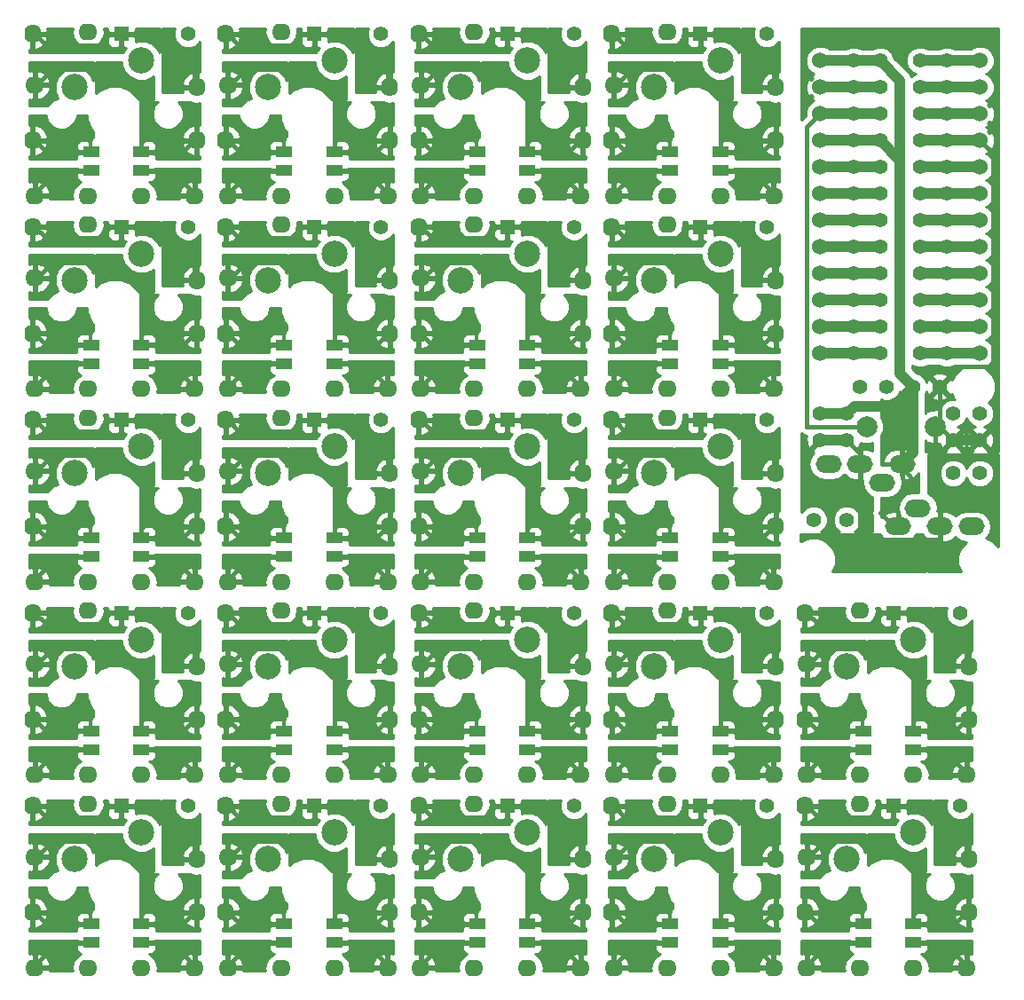
<source format=gbl>
G04 #@! TF.FileFunction,Copper,L2,Bot,Signal*
%FSLAX46Y46*%
G04 Gerber Fmt 4.6, Leading zero omitted, Abs format (unit mm)*
G04 Created by KiCad (PCBNEW 4.0.7-e2-6376~61~ubuntu18.04.1) date Sat Jul 28 03:14:20 2018*
%MOMM*%
%LPD*%
G01*
G04 APERTURE LIST*
%ADD10C,0.150000*%
%ADD11C,1.400000*%
%ADD12R,1.400000X1.400000*%
%ADD13O,1.800000X1.600000*%
%ADD14O,1.600000X1.800000*%
%ADD15R,1.600000X1.000000*%
%ADD16C,2.500000*%
%ADD17C,1.397000*%
%ADD18O,2.500000X1.700000*%
%ADD19C,1.524000*%
%ADD20C,2.000000*%
%ADD21C,1.000000*%
%ADD22C,0.400000*%
%ADD23C,0.254000*%
G04 APERTURE END LIST*
D10*
D11*
X171450000Y-120015000D03*
D12*
X165100000Y-120015000D03*
D11*
X171450000Y-101600000D03*
D12*
X165100000Y-101600000D03*
D13*
X161925000Y-119815000D03*
X156845000Y-117040000D03*
D14*
X156645000Y-120015000D03*
D13*
X161925000Y-117040000D03*
D14*
X156645000Y-130175000D03*
D13*
X156845000Y-135455000D03*
X156845000Y-124895000D03*
X172085000Y-117040000D03*
D15*
X167005000Y-114617500D03*
X167005000Y-112867500D03*
X162205000Y-112867500D03*
X162205000Y-114617500D03*
D14*
X172285000Y-111760000D03*
D13*
X167005000Y-117040000D03*
D14*
X156645000Y-111760000D03*
X156645000Y-101600000D03*
X172285000Y-106680000D03*
D13*
X161925000Y-101400000D03*
D16*
X167005000Y-104140000D03*
X160655000Y-106680000D03*
D13*
X156845000Y-106480000D03*
X161925000Y-135455000D03*
X172085000Y-135455000D03*
D15*
X167005000Y-133032500D03*
X167005000Y-131282500D03*
X162205000Y-131282500D03*
X162205000Y-133032500D03*
D14*
X172285000Y-125095000D03*
X172285000Y-130175000D03*
D16*
X167005000Y-122555000D03*
X160655000Y-125095000D03*
D13*
X167005000Y-135455000D03*
D11*
X153035000Y-120015000D03*
D12*
X146685000Y-120015000D03*
D11*
X134620000Y-120015000D03*
D12*
X128270000Y-120015000D03*
D11*
X116205000Y-120015000D03*
D12*
X109855000Y-120015000D03*
D11*
X97790000Y-120015000D03*
D12*
X91440000Y-120015000D03*
D11*
X153035000Y-101600000D03*
D12*
X146685000Y-101600000D03*
D11*
X134620000Y-101600000D03*
D12*
X128270000Y-101600000D03*
D11*
X116205000Y-101600000D03*
D12*
X109855000Y-101600000D03*
D11*
X97790000Y-101600000D03*
D12*
X91440000Y-101600000D03*
D11*
X153035000Y-83185000D03*
D12*
X146685000Y-83185000D03*
D11*
X134620000Y-83185000D03*
D12*
X128270000Y-83185000D03*
D11*
X116205000Y-83185000D03*
D12*
X109855000Y-83185000D03*
D11*
X97790000Y-83185000D03*
D12*
X91440000Y-83185000D03*
D11*
X153035000Y-64770000D03*
D12*
X146685000Y-64770000D03*
D11*
X134620000Y-64770000D03*
D12*
X128270000Y-64770000D03*
D11*
X116205000Y-64770000D03*
D12*
X109855000Y-64770000D03*
D11*
X97790000Y-64770000D03*
D12*
X91440000Y-64770000D03*
D11*
X153035000Y-46355000D03*
D12*
X146685000Y-46355000D03*
D11*
X134620000Y-46355000D03*
D12*
X128270000Y-46355000D03*
D11*
X116205000Y-46355000D03*
D12*
X109855000Y-46355000D03*
D14*
X138230000Y-130175000D03*
X119815000Y-130175000D03*
X101400000Y-130175000D03*
X82985000Y-130175000D03*
X138230000Y-111760000D03*
X119815000Y-111760000D03*
X101400000Y-111760000D03*
X82985000Y-111760000D03*
X138230000Y-93345000D03*
X119815000Y-93345000D03*
X101400000Y-93345000D03*
X82985000Y-93345000D03*
X138230000Y-74930000D03*
X119815000Y-74930000D03*
X101400000Y-74930000D03*
X82985000Y-74930000D03*
X138230000Y-56515000D03*
X119815000Y-56515000D03*
X101400000Y-56515000D03*
D13*
X138430000Y-135455000D03*
X120015000Y-135455000D03*
X101600000Y-135455000D03*
X83185000Y-135455000D03*
X138430000Y-117040000D03*
X120015000Y-117040000D03*
X101600000Y-117040000D03*
X83185000Y-117040000D03*
X138430000Y-98625000D03*
X120015000Y-98625000D03*
X101600000Y-98625000D03*
X83185000Y-98625000D03*
X138430000Y-80210000D03*
X120015000Y-80210000D03*
X101600000Y-80210000D03*
X83185000Y-80210000D03*
X138430000Y-61795000D03*
X120015000Y-61795000D03*
X101600000Y-61795000D03*
X138430000Y-124895000D03*
X120015000Y-124895000D03*
X101600000Y-124895000D03*
X83185000Y-124895000D03*
X138430000Y-106480000D03*
X120015000Y-106480000D03*
X101600000Y-106480000D03*
X83185000Y-106480000D03*
X138430000Y-88065000D03*
X120015000Y-88065000D03*
X101600000Y-88065000D03*
X83185000Y-88065000D03*
X138430000Y-69650000D03*
X120015000Y-69650000D03*
X101600000Y-69650000D03*
X83185000Y-69650000D03*
X138430000Y-51235000D03*
X120015000Y-51235000D03*
X101600000Y-51235000D03*
X143510000Y-119815000D03*
X125095000Y-119815000D03*
X106680000Y-119815000D03*
X88265000Y-119815000D03*
X143510000Y-101400000D03*
X125095000Y-101400000D03*
X106680000Y-101400000D03*
X88265000Y-101400000D03*
X143510000Y-82985000D03*
X125095000Y-82985000D03*
X106680000Y-82985000D03*
X88265000Y-82985000D03*
X143510000Y-64570000D03*
X125095000Y-64570000D03*
X106680000Y-64570000D03*
X88265000Y-64570000D03*
X143510000Y-46155000D03*
X125095000Y-46155000D03*
X106680000Y-46155000D03*
D14*
X138230000Y-120015000D03*
X119815000Y-120015000D03*
X101400000Y-120015000D03*
X82985000Y-120015000D03*
X138230000Y-101600000D03*
X119815000Y-101600000D03*
X101400000Y-101600000D03*
X82985000Y-101600000D03*
X138230000Y-83185000D03*
X119815000Y-83185000D03*
X101400000Y-83185000D03*
X82985000Y-83185000D03*
X138230000Y-64770000D03*
X119815000Y-64770000D03*
X101400000Y-64770000D03*
X82985000Y-64770000D03*
X138230000Y-46355000D03*
X119815000Y-46355000D03*
X101400000Y-46355000D03*
D13*
X143510000Y-135455000D03*
X125095000Y-135455000D03*
X106680000Y-135455000D03*
X88265000Y-135455000D03*
X143510000Y-117040000D03*
X125095000Y-117040000D03*
X106680000Y-117040000D03*
X88265000Y-117040000D03*
X143510000Y-98625000D03*
X125095000Y-98625000D03*
X106680000Y-98625000D03*
X88265000Y-98625000D03*
X143510000Y-80210000D03*
X125095000Y-80210000D03*
X106680000Y-80210000D03*
X88265000Y-80210000D03*
X143510000Y-61795000D03*
X125095000Y-61795000D03*
X106680000Y-61795000D03*
D14*
X153870000Y-125095000D03*
X135455000Y-125095000D03*
X117040000Y-125095000D03*
X98625000Y-125095000D03*
X153870000Y-106680000D03*
X135455000Y-106680000D03*
X117040000Y-106680000D03*
X98625000Y-106680000D03*
X153870000Y-88265000D03*
X135455000Y-88265000D03*
X117040000Y-88265000D03*
X98625000Y-88265000D03*
X153870000Y-69850000D03*
X135455000Y-69850000D03*
X117040000Y-69850000D03*
X98625000Y-69850000D03*
X153870000Y-51435000D03*
X135455000Y-51435000D03*
X117040000Y-51435000D03*
D15*
X148590000Y-133032500D03*
X148590000Y-131282500D03*
X143790000Y-131282500D03*
X143790000Y-133032500D03*
X130175000Y-133032500D03*
X130175000Y-131282500D03*
X125375000Y-131282500D03*
X125375000Y-133032500D03*
X111760000Y-133032500D03*
X111760000Y-131282500D03*
X106960000Y-131282500D03*
X106960000Y-133032500D03*
X93345000Y-133032500D03*
X93345000Y-131282500D03*
X88545000Y-131282500D03*
X88545000Y-133032500D03*
X148590000Y-114617500D03*
X148590000Y-112867500D03*
X143790000Y-112867500D03*
X143790000Y-114617500D03*
X130175000Y-114617500D03*
X130175000Y-112867500D03*
X125375000Y-112867500D03*
X125375000Y-114617500D03*
X111760000Y-114617500D03*
X111760000Y-112867500D03*
X106960000Y-112867500D03*
X106960000Y-114617500D03*
X93345000Y-114617500D03*
X93345000Y-112867500D03*
X88545000Y-112867500D03*
X88545000Y-114617500D03*
X148590000Y-96202500D03*
X148590000Y-94452500D03*
X143790000Y-94452500D03*
X143790000Y-96202500D03*
X130175000Y-96202500D03*
X130175000Y-94452500D03*
X125375000Y-94452500D03*
X125375000Y-96202500D03*
X111760000Y-96202500D03*
X111760000Y-94452500D03*
X106960000Y-94452500D03*
X106960000Y-96202500D03*
X93345000Y-96202500D03*
X93345000Y-94452500D03*
X88545000Y-94452500D03*
X88545000Y-96202500D03*
X148590000Y-77787500D03*
X148590000Y-76037500D03*
X143790000Y-76037500D03*
X143790000Y-77787500D03*
X130175000Y-77787500D03*
X130175000Y-76037500D03*
X125375000Y-76037500D03*
X125375000Y-77787500D03*
X111760000Y-77787500D03*
X111760000Y-76037500D03*
X106960000Y-76037500D03*
X106960000Y-77787500D03*
X93345000Y-77787500D03*
X93345000Y-76037500D03*
X88545000Y-76037500D03*
X88545000Y-77787500D03*
X148590000Y-59372500D03*
X148590000Y-57622500D03*
X143790000Y-57622500D03*
X143790000Y-59372500D03*
X130175000Y-59372500D03*
X130175000Y-57622500D03*
X125375000Y-57622500D03*
X125375000Y-59372500D03*
X111760000Y-59372500D03*
X111760000Y-57622500D03*
X106960000Y-57622500D03*
X106960000Y-59372500D03*
D14*
X153870000Y-130175000D03*
X135455000Y-130175000D03*
X117040000Y-130175000D03*
X98625000Y-130175000D03*
X153870000Y-111760000D03*
X135455000Y-111760000D03*
X117040000Y-111760000D03*
X98625000Y-111760000D03*
X153870000Y-93345000D03*
X135455000Y-93345000D03*
X117040000Y-93345000D03*
X98625000Y-93345000D03*
X153870000Y-74930000D03*
X135455000Y-74930000D03*
X117040000Y-74930000D03*
X98625000Y-74930000D03*
X153870000Y-56515000D03*
X135455000Y-56515000D03*
X117040000Y-56515000D03*
D13*
X148590000Y-135455000D03*
X130175000Y-135455000D03*
X111760000Y-135455000D03*
X93345000Y-135455000D03*
X148590000Y-117040000D03*
X130175000Y-117040000D03*
X111760000Y-117040000D03*
X93345000Y-117040000D03*
X148590000Y-98625000D03*
X130175000Y-98625000D03*
X111760000Y-98625000D03*
X93345000Y-98625000D03*
X148590000Y-80210000D03*
X130175000Y-80210000D03*
X111760000Y-80210000D03*
X93345000Y-80210000D03*
X148590000Y-61795000D03*
X130175000Y-61795000D03*
X111760000Y-61795000D03*
D16*
X148590000Y-122555000D03*
X142240000Y-125095000D03*
X130175000Y-122555000D03*
X123825000Y-125095000D03*
X111760000Y-122555000D03*
X105410000Y-125095000D03*
X93345000Y-122555000D03*
X86995000Y-125095000D03*
X148590000Y-104140000D03*
X142240000Y-106680000D03*
X130175000Y-104140000D03*
X123825000Y-106680000D03*
X111760000Y-104140000D03*
X105410000Y-106680000D03*
X93345000Y-104140000D03*
X86995000Y-106680000D03*
X148590000Y-85725000D03*
X142240000Y-88265000D03*
X130175000Y-85725000D03*
X123825000Y-88265000D03*
X111760000Y-85725000D03*
X105410000Y-88265000D03*
X93345000Y-85725000D03*
X86995000Y-88265000D03*
X148590000Y-67310000D03*
X142240000Y-69850000D03*
X130175000Y-67310000D03*
X123825000Y-69850000D03*
X111760000Y-67310000D03*
X105410000Y-69850000D03*
X93345000Y-67310000D03*
X86995000Y-69850000D03*
X148590000Y-48895000D03*
X142240000Y-51435000D03*
X130175000Y-48895000D03*
X123825000Y-51435000D03*
X111760000Y-48895000D03*
X105410000Y-51435000D03*
D13*
X153670000Y-135455000D03*
X135255000Y-135455000D03*
X116840000Y-135455000D03*
X98425000Y-135455000D03*
X153670000Y-117040000D03*
X135255000Y-117040000D03*
X116840000Y-117040000D03*
X98425000Y-117040000D03*
X153670000Y-98625000D03*
X135255000Y-98625000D03*
X116840000Y-98625000D03*
X98425000Y-98625000D03*
X153670000Y-80210000D03*
X135255000Y-80210000D03*
X116840000Y-80210000D03*
X98425000Y-80210000D03*
X153670000Y-61795000D03*
X135255000Y-61795000D03*
X116840000Y-61795000D03*
D17*
X173355000Y-85090000D03*
X170815000Y-85090000D03*
X170815000Y-82550000D03*
X173355000Y-82550000D03*
X158115000Y-85090000D03*
X160655000Y-85090000D03*
D18*
X158925000Y-87395000D03*
X161925000Y-87395000D03*
X165925000Y-87395000D03*
X167425000Y-91595000D03*
D17*
X158115000Y-82550000D03*
X160655000Y-82550000D03*
X161925000Y-80010000D03*
X164465000Y-80010000D03*
X167005000Y-80010000D03*
X169545000Y-80010000D03*
X170180000Y-66675000D03*
X167640000Y-64135000D03*
X167640000Y-66675000D03*
X170180000Y-69215000D03*
X167640000Y-69215000D03*
X170180000Y-64135000D03*
X170180000Y-71755000D03*
X167640000Y-71755000D03*
X170180000Y-74295000D03*
X167640000Y-74295000D03*
X170180000Y-76835000D03*
X167640000Y-76835000D03*
X161290000Y-74295000D03*
X163830000Y-76835000D03*
X163830000Y-74295000D03*
X163830000Y-71755000D03*
X161290000Y-71755000D03*
X161290000Y-76835000D03*
X161290000Y-69215000D03*
X163830000Y-69215000D03*
X161290000Y-66675000D03*
X163830000Y-66675000D03*
X161290000Y-64135000D03*
X163830000Y-64135000D03*
X161290000Y-61595000D03*
D19*
X173355000Y-48895000D03*
X173355000Y-51435000D03*
X173355000Y-53975000D03*
X173355000Y-56515000D03*
X173355000Y-59055000D03*
X173355000Y-61595000D03*
X173355000Y-64135000D03*
X173355000Y-66675000D03*
X173355000Y-69215000D03*
X173355000Y-71755000D03*
X173355000Y-74295000D03*
X173355000Y-76835000D03*
X158115000Y-76835000D03*
X158115000Y-74295000D03*
X158115000Y-71755000D03*
X158115000Y-69215000D03*
X158115000Y-66675000D03*
X158115000Y-64135000D03*
X158115000Y-61595000D03*
X158115000Y-59055000D03*
X158115000Y-56515000D03*
X158115000Y-53975000D03*
X158115000Y-51435000D03*
X158115000Y-48895000D03*
D17*
X173355000Y-88265000D03*
X170815000Y-88265000D03*
X160655000Y-92710000D03*
X157480000Y-92710000D03*
X167640000Y-59055000D03*
X167640000Y-61595000D03*
X167640000Y-48895000D03*
X167640000Y-53975000D03*
X167640000Y-56515000D03*
X167640000Y-51435000D03*
X163830000Y-59055000D03*
X163830000Y-61595000D03*
X163830000Y-48895000D03*
X163830000Y-53975000D03*
X163830000Y-56515000D03*
X163830000Y-51435000D03*
X170180000Y-61595000D03*
X170180000Y-48895000D03*
X170180000Y-59055000D03*
X170180000Y-53975000D03*
X170180000Y-51435000D03*
X170180000Y-56515000D03*
X161290000Y-59055000D03*
X161290000Y-56515000D03*
X161290000Y-53975000D03*
X161290000Y-51435000D03*
D18*
X172545000Y-93345000D03*
X169545000Y-93345000D03*
X165545000Y-93345000D03*
X164045000Y-89145000D03*
D17*
X161290000Y-48895000D03*
D20*
X169060000Y-83820000D03*
X162560000Y-83820000D03*
D16*
X93345000Y-48895000D03*
X86995000Y-51435000D03*
D11*
X97790000Y-46355000D03*
D12*
X91440000Y-46355000D03*
D15*
X93345000Y-59372500D03*
X93345000Y-57622500D03*
X88545000Y-57622500D03*
X88545000Y-59372500D03*
D13*
X88265000Y-46155000D03*
X83185000Y-51235000D03*
X88265000Y-61795000D03*
X83185000Y-61795000D03*
X98425000Y-61795000D03*
X93345000Y-61795000D03*
D14*
X98625000Y-56515000D03*
X98625000Y-51435000D03*
X82985000Y-46355000D03*
X82985000Y-56515000D03*
D21*
X167640000Y-76835000D02*
X173355000Y-76835000D01*
X167640000Y-74295000D02*
X173355000Y-74295000D01*
X167640000Y-71755000D02*
X173355000Y-71755000D01*
X167640000Y-69215000D02*
X173355000Y-69215000D01*
X167640000Y-66675000D02*
X173355000Y-66675000D01*
X167640000Y-64135000D02*
X173355000Y-64135000D01*
D22*
X157899010Y-121069010D02*
X156845000Y-120015000D01*
X165100000Y-120015000D02*
X164000000Y-120015000D01*
X165100000Y-120015000D02*
X168275000Y-120015000D01*
X162945990Y-121069010D02*
X157899010Y-121069010D01*
X172085000Y-123825000D02*
X172085000Y-125095000D01*
X164000000Y-120015000D02*
X162945990Y-121069010D01*
X168275000Y-120015000D02*
X172085000Y-123825000D01*
X157899010Y-102654010D02*
X156845000Y-101600000D01*
X162945990Y-102654010D02*
X157899010Y-102654010D01*
X172085000Y-105410000D02*
X172085000Y-106680000D01*
X168275000Y-101600000D02*
X172085000Y-105410000D01*
X165100000Y-101600000D02*
X164000000Y-101600000D01*
X165100000Y-101600000D02*
X168275000Y-101600000D01*
X164000000Y-101600000D02*
X162945990Y-102654010D01*
X149860000Y-120015000D02*
X153670000Y-123825000D01*
X131445000Y-120015000D02*
X135255000Y-123825000D01*
X113030000Y-120015000D02*
X116840000Y-123825000D01*
X94615000Y-120015000D02*
X98425000Y-123825000D01*
X149860000Y-101600000D02*
X153670000Y-105410000D01*
X131445000Y-101600000D02*
X135255000Y-105410000D01*
X113030000Y-101600000D02*
X116840000Y-105410000D01*
X94615000Y-101600000D02*
X98425000Y-105410000D01*
X149860000Y-83185000D02*
X153670000Y-86995000D01*
X131445000Y-83185000D02*
X135255000Y-86995000D01*
X113030000Y-83185000D02*
X116840000Y-86995000D01*
X94615000Y-83185000D02*
X98425000Y-86995000D01*
X149860000Y-64770000D02*
X153670000Y-68580000D01*
X131445000Y-64770000D02*
X135255000Y-68580000D01*
X113030000Y-64770000D02*
X116840000Y-68580000D01*
X94615000Y-64770000D02*
X98425000Y-68580000D01*
X149860000Y-46355000D02*
X153670000Y-50165000D01*
X131445000Y-46355000D02*
X135255000Y-50165000D01*
X113030000Y-46355000D02*
X116840000Y-50165000D01*
X146685000Y-120015000D02*
X145585000Y-120015000D01*
X128270000Y-120015000D02*
X127170000Y-120015000D01*
X109855000Y-120015000D02*
X108755000Y-120015000D01*
X91440000Y-120015000D02*
X90340000Y-120015000D01*
X146685000Y-101600000D02*
X145585000Y-101600000D01*
X128270000Y-101600000D02*
X127170000Y-101600000D01*
X109855000Y-101600000D02*
X108755000Y-101600000D01*
X91440000Y-101600000D02*
X90340000Y-101600000D01*
X146685000Y-83185000D02*
X145585000Y-83185000D01*
X128270000Y-83185000D02*
X127170000Y-83185000D01*
X109855000Y-83185000D02*
X108755000Y-83185000D01*
X91440000Y-83185000D02*
X90340000Y-83185000D01*
X146685000Y-64770000D02*
X145585000Y-64770000D01*
X128270000Y-64770000D02*
X127170000Y-64770000D01*
X109855000Y-64770000D02*
X108755000Y-64770000D01*
X91440000Y-64770000D02*
X90340000Y-64770000D01*
X146685000Y-46355000D02*
X145585000Y-46355000D01*
X128270000Y-46355000D02*
X127170000Y-46355000D01*
X109855000Y-46355000D02*
X108755000Y-46355000D01*
X153670000Y-123825000D02*
X153670000Y-125095000D01*
X135255000Y-123825000D02*
X135255000Y-125095000D01*
X116840000Y-123825000D02*
X116840000Y-125095000D01*
X98425000Y-123825000D02*
X98425000Y-125095000D01*
X153670000Y-105410000D02*
X153670000Y-106680000D01*
X135255000Y-105410000D02*
X135255000Y-106680000D01*
X116840000Y-105410000D02*
X116840000Y-106680000D01*
X98425000Y-105410000D02*
X98425000Y-106680000D01*
X153670000Y-86995000D02*
X153670000Y-88265000D01*
X135255000Y-86995000D02*
X135255000Y-88265000D01*
X116840000Y-86995000D02*
X116840000Y-88265000D01*
X98425000Y-86995000D02*
X98425000Y-88265000D01*
X153670000Y-68580000D02*
X153670000Y-69850000D01*
X135255000Y-68580000D02*
X135255000Y-69850000D01*
X116840000Y-68580000D02*
X116840000Y-69850000D01*
X98425000Y-68580000D02*
X98425000Y-69850000D01*
X153670000Y-50165000D02*
X153670000Y-51435000D01*
X135255000Y-50165000D02*
X135255000Y-51435000D01*
X116840000Y-50165000D02*
X116840000Y-51435000D01*
X146685000Y-120015000D02*
X149860000Y-120015000D01*
X128270000Y-120015000D02*
X131445000Y-120015000D01*
X109855000Y-120015000D02*
X113030000Y-120015000D01*
X91440000Y-120015000D02*
X94615000Y-120015000D01*
X146685000Y-101600000D02*
X149860000Y-101600000D01*
X128270000Y-101600000D02*
X131445000Y-101600000D01*
X109855000Y-101600000D02*
X113030000Y-101600000D01*
X91440000Y-101600000D02*
X94615000Y-101600000D01*
X146685000Y-83185000D02*
X149860000Y-83185000D01*
X128270000Y-83185000D02*
X131445000Y-83185000D01*
X109855000Y-83185000D02*
X113030000Y-83185000D01*
X91440000Y-83185000D02*
X94615000Y-83185000D01*
X146685000Y-64770000D02*
X149860000Y-64770000D01*
X128270000Y-64770000D02*
X131445000Y-64770000D01*
X109855000Y-64770000D02*
X113030000Y-64770000D01*
X91440000Y-64770000D02*
X94615000Y-64770000D01*
X146685000Y-46355000D02*
X149860000Y-46355000D01*
X128270000Y-46355000D02*
X131445000Y-46355000D01*
X109855000Y-46355000D02*
X113030000Y-46355000D01*
X145585000Y-120015000D02*
X144530990Y-121069010D01*
X127170000Y-120015000D02*
X126115990Y-121069010D01*
X108755000Y-120015000D02*
X107700990Y-121069010D01*
X90340000Y-120015000D02*
X89285990Y-121069010D01*
X145585000Y-101600000D02*
X144530990Y-102654010D01*
X127170000Y-101600000D02*
X126115990Y-102654010D01*
X108755000Y-101600000D02*
X107700990Y-102654010D01*
X90340000Y-101600000D02*
X89285990Y-102654010D01*
X145585000Y-83185000D02*
X144530990Y-84239010D01*
X127170000Y-83185000D02*
X126115990Y-84239010D01*
X108755000Y-83185000D02*
X107700990Y-84239010D01*
X90340000Y-83185000D02*
X89285990Y-84239010D01*
X145585000Y-64770000D02*
X144530990Y-65824010D01*
X127170000Y-64770000D02*
X126115990Y-65824010D01*
X108755000Y-64770000D02*
X107700990Y-65824010D01*
X90340000Y-64770000D02*
X89285990Y-65824010D01*
X145585000Y-46355000D02*
X144530990Y-47409010D01*
X127170000Y-46355000D02*
X126115990Y-47409010D01*
X108755000Y-46355000D02*
X107700990Y-47409010D01*
X144530990Y-121069010D02*
X139484010Y-121069010D01*
X126115990Y-121069010D02*
X121069010Y-121069010D01*
X107700990Y-121069010D02*
X102654010Y-121069010D01*
X89285990Y-121069010D02*
X84239010Y-121069010D01*
X144530990Y-102654010D02*
X139484010Y-102654010D01*
X126115990Y-102654010D02*
X121069010Y-102654010D01*
X107700990Y-102654010D02*
X102654010Y-102654010D01*
X89285990Y-102654010D02*
X84239010Y-102654010D01*
X144530990Y-84239010D02*
X139484010Y-84239010D01*
X126115990Y-84239010D02*
X121069010Y-84239010D01*
X107700990Y-84239010D02*
X102654010Y-84239010D01*
X89285990Y-84239010D02*
X84239010Y-84239010D01*
X144530990Y-65824010D02*
X139484010Y-65824010D01*
X126115990Y-65824010D02*
X121069010Y-65824010D01*
X107700990Y-65824010D02*
X102654010Y-65824010D01*
X89285990Y-65824010D02*
X84239010Y-65824010D01*
X144530990Y-47409010D02*
X139484010Y-47409010D01*
X126115990Y-47409010D02*
X121069010Y-47409010D01*
X107700990Y-47409010D02*
X102654010Y-47409010D01*
X139484010Y-121069010D02*
X138430000Y-120015000D01*
X121069010Y-121069010D02*
X120015000Y-120015000D01*
X102654010Y-121069010D02*
X101600000Y-120015000D01*
X84239010Y-121069010D02*
X83185000Y-120015000D01*
X139484010Y-102654010D02*
X138430000Y-101600000D01*
X121069010Y-102654010D02*
X120015000Y-101600000D01*
X102654010Y-102654010D02*
X101600000Y-101600000D01*
X84239010Y-102654010D02*
X83185000Y-101600000D01*
X139484010Y-84239010D02*
X138430000Y-83185000D01*
X121069010Y-84239010D02*
X120015000Y-83185000D01*
X102654010Y-84239010D02*
X101600000Y-83185000D01*
X84239010Y-84239010D02*
X83185000Y-83185000D01*
X139484010Y-65824010D02*
X138430000Y-64770000D01*
X121069010Y-65824010D02*
X120015000Y-64770000D01*
X102654010Y-65824010D02*
X101600000Y-64770000D01*
X84239010Y-65824010D02*
X83185000Y-64770000D01*
X139484010Y-47409010D02*
X138430000Y-46355000D01*
X121069010Y-47409010D02*
X120015000Y-46355000D01*
X102654010Y-47409010D02*
X101600000Y-46355000D01*
X91440000Y-46355000D02*
X94615000Y-46355000D01*
X94615000Y-46355000D02*
X98425000Y-50165000D01*
X98425000Y-50165000D02*
X98425000Y-51435000D01*
X91440000Y-46355000D02*
X90340000Y-46355000D01*
X90340000Y-46355000D02*
X89285990Y-47409010D01*
X89285990Y-47409010D02*
X84239010Y-47409010D01*
X84239010Y-47409010D02*
X83185000Y-46355000D01*
X172085000Y-135255000D02*
X169862500Y-133032500D01*
X169862500Y-133032500D02*
X167005000Y-133032500D01*
X169862500Y-114617500D02*
X167005000Y-114617500D01*
X172085000Y-116840000D02*
X169862500Y-114617500D01*
X153670000Y-135255000D02*
X151447500Y-133032500D01*
X135255000Y-135255000D02*
X133032500Y-133032500D01*
X116840000Y-135255000D02*
X114617500Y-133032500D01*
X98425000Y-135255000D02*
X96202500Y-133032500D01*
X153670000Y-116840000D02*
X151447500Y-114617500D01*
X135255000Y-116840000D02*
X133032500Y-114617500D01*
X116840000Y-116840000D02*
X114617500Y-114617500D01*
X98425000Y-116840000D02*
X96202500Y-114617500D01*
X153670000Y-98425000D02*
X151447500Y-96202500D01*
X135255000Y-98425000D02*
X133032500Y-96202500D01*
X116840000Y-98425000D02*
X114617500Y-96202500D01*
X98425000Y-98425000D02*
X96202500Y-96202500D01*
X153670000Y-80010000D02*
X151447500Y-77787500D01*
X135255000Y-80010000D02*
X133032500Y-77787500D01*
X116840000Y-80010000D02*
X114617500Y-77787500D01*
X98425000Y-80010000D02*
X96202500Y-77787500D01*
X153670000Y-61595000D02*
X151447500Y-59372500D01*
X135255000Y-61595000D02*
X133032500Y-59372500D01*
X116840000Y-61595000D02*
X114617500Y-59372500D01*
X151447500Y-133032500D02*
X148590000Y-133032500D01*
X133032500Y-133032500D02*
X130175000Y-133032500D01*
X114617500Y-133032500D02*
X111760000Y-133032500D01*
X96202500Y-133032500D02*
X93345000Y-133032500D01*
X151447500Y-114617500D02*
X148590000Y-114617500D01*
X133032500Y-114617500D02*
X130175000Y-114617500D01*
X114617500Y-114617500D02*
X111760000Y-114617500D01*
X96202500Y-114617500D02*
X93345000Y-114617500D01*
X151447500Y-96202500D02*
X148590000Y-96202500D01*
X133032500Y-96202500D02*
X130175000Y-96202500D01*
X114617500Y-96202500D02*
X111760000Y-96202500D01*
X96202500Y-96202500D02*
X93345000Y-96202500D01*
X151447500Y-77787500D02*
X148590000Y-77787500D01*
X133032500Y-77787500D02*
X130175000Y-77787500D01*
X114617500Y-77787500D02*
X111760000Y-77787500D01*
X96202500Y-77787500D02*
X93345000Y-77787500D01*
X151447500Y-59372500D02*
X148590000Y-59372500D01*
X133032500Y-59372500D02*
X130175000Y-59372500D01*
X114617500Y-59372500D02*
X111760000Y-59372500D01*
X98425000Y-61595000D02*
X96202500Y-59372500D01*
X96202500Y-59372500D02*
X93345000Y-59372500D01*
X167005000Y-130382500D02*
X167005000Y-131282500D01*
X170977500Y-131282500D02*
X167005000Y-131282500D01*
X172085000Y-130175000D02*
X170977500Y-131282500D01*
X167005000Y-125730000D02*
X167005000Y-130382500D01*
X164665999Y-123390999D02*
X167005000Y-125730000D01*
X158549001Y-123390999D02*
X164665999Y-123390999D01*
X156845000Y-125095000D02*
X158549001Y-123390999D01*
X170977500Y-112867500D02*
X167005000Y-112867500D01*
X156845000Y-106680000D02*
X158549001Y-104975999D01*
X164665999Y-104975999D02*
X167005000Y-107315000D01*
X167005000Y-111967500D02*
X167005000Y-112867500D01*
X172085000Y-111760000D02*
X170977500Y-112867500D01*
X167005000Y-107315000D02*
X167005000Y-111967500D01*
X158549001Y-104975999D02*
X164665999Y-104975999D01*
X148590000Y-130382500D02*
X148590000Y-131282500D01*
X130175000Y-130382500D02*
X130175000Y-131282500D01*
X111760000Y-130382500D02*
X111760000Y-131282500D01*
X93345000Y-130382500D02*
X93345000Y-131282500D01*
X148590000Y-111967500D02*
X148590000Y-112867500D01*
X130175000Y-111967500D02*
X130175000Y-112867500D01*
X111760000Y-111967500D02*
X111760000Y-112867500D01*
X93345000Y-111967500D02*
X93345000Y-112867500D01*
X148590000Y-93552500D02*
X148590000Y-94452500D01*
X130175000Y-93552500D02*
X130175000Y-94452500D01*
X111760000Y-93552500D02*
X111760000Y-94452500D01*
X93345000Y-93552500D02*
X93345000Y-94452500D01*
X148590000Y-75137500D02*
X148590000Y-76037500D01*
X130175000Y-75137500D02*
X130175000Y-76037500D01*
X111760000Y-75137500D02*
X111760000Y-76037500D01*
X93345000Y-75137500D02*
X93345000Y-76037500D01*
X148590000Y-56722500D02*
X148590000Y-57622500D01*
X130175000Y-56722500D02*
X130175000Y-57622500D01*
X111760000Y-56722500D02*
X111760000Y-57622500D01*
X152562500Y-131282500D02*
X148590000Y-131282500D01*
X134147500Y-131282500D02*
X130175000Y-131282500D01*
X115732500Y-131282500D02*
X111760000Y-131282500D01*
X97317500Y-131282500D02*
X93345000Y-131282500D01*
X152562500Y-112867500D02*
X148590000Y-112867500D01*
X134147500Y-112867500D02*
X130175000Y-112867500D01*
X115732500Y-112867500D02*
X111760000Y-112867500D01*
X97317500Y-112867500D02*
X93345000Y-112867500D01*
X152562500Y-94452500D02*
X148590000Y-94452500D01*
X134147500Y-94452500D02*
X130175000Y-94452500D01*
X115732500Y-94452500D02*
X111760000Y-94452500D01*
X97317500Y-94452500D02*
X93345000Y-94452500D01*
X152562500Y-76037500D02*
X148590000Y-76037500D01*
X134147500Y-76037500D02*
X130175000Y-76037500D01*
X115732500Y-76037500D02*
X111760000Y-76037500D01*
X97317500Y-76037500D02*
X93345000Y-76037500D01*
X152562500Y-57622500D02*
X148590000Y-57622500D01*
X134147500Y-57622500D02*
X130175000Y-57622500D01*
X115732500Y-57622500D02*
X111760000Y-57622500D01*
X153670000Y-130175000D02*
X152562500Y-131282500D01*
X135255000Y-130175000D02*
X134147500Y-131282500D01*
X116840000Y-130175000D02*
X115732500Y-131282500D01*
X98425000Y-130175000D02*
X97317500Y-131282500D01*
X153670000Y-111760000D02*
X152562500Y-112867500D01*
X135255000Y-111760000D02*
X134147500Y-112867500D01*
X116840000Y-111760000D02*
X115732500Y-112867500D01*
X98425000Y-111760000D02*
X97317500Y-112867500D01*
X153670000Y-93345000D02*
X152562500Y-94452500D01*
X135255000Y-93345000D02*
X134147500Y-94452500D01*
X116840000Y-93345000D02*
X115732500Y-94452500D01*
X98425000Y-93345000D02*
X97317500Y-94452500D01*
X153670000Y-74930000D02*
X152562500Y-76037500D01*
X135255000Y-74930000D02*
X134147500Y-76037500D01*
X116840000Y-74930000D02*
X115732500Y-76037500D01*
X98425000Y-74930000D02*
X97317500Y-76037500D01*
X153670000Y-56515000D02*
X152562500Y-57622500D01*
X135255000Y-56515000D02*
X134147500Y-57622500D01*
X116840000Y-56515000D02*
X115732500Y-57622500D01*
X148590000Y-125730000D02*
X148590000Y-130382500D01*
X130175000Y-125730000D02*
X130175000Y-130382500D01*
X111760000Y-125730000D02*
X111760000Y-130382500D01*
X93345000Y-125730000D02*
X93345000Y-130382500D01*
X148590000Y-107315000D02*
X148590000Y-111967500D01*
X130175000Y-107315000D02*
X130175000Y-111967500D01*
X111760000Y-107315000D02*
X111760000Y-111967500D01*
X93345000Y-107315000D02*
X93345000Y-111967500D01*
X148590000Y-88900000D02*
X148590000Y-93552500D01*
X130175000Y-88900000D02*
X130175000Y-93552500D01*
X111760000Y-88900000D02*
X111760000Y-93552500D01*
X93345000Y-88900000D02*
X93345000Y-93552500D01*
X148590000Y-70485000D02*
X148590000Y-75137500D01*
X130175000Y-70485000D02*
X130175000Y-75137500D01*
X111760000Y-70485000D02*
X111760000Y-75137500D01*
X93345000Y-70485000D02*
X93345000Y-75137500D01*
X148590000Y-52070000D02*
X148590000Y-56722500D01*
X130175000Y-52070000D02*
X130175000Y-56722500D01*
X111760000Y-52070000D02*
X111760000Y-56722500D01*
X146250999Y-123390999D02*
X148590000Y-125730000D01*
X127835999Y-123390999D02*
X130175000Y-125730000D01*
X109420999Y-123390999D02*
X111760000Y-125730000D01*
X91005999Y-123390999D02*
X93345000Y-125730000D01*
X146250999Y-104975999D02*
X148590000Y-107315000D01*
X127835999Y-104975999D02*
X130175000Y-107315000D01*
X109420999Y-104975999D02*
X111760000Y-107315000D01*
X91005999Y-104975999D02*
X93345000Y-107315000D01*
X146250999Y-86560999D02*
X148590000Y-88900000D01*
X127835999Y-86560999D02*
X130175000Y-88900000D01*
X109420999Y-86560999D02*
X111760000Y-88900000D01*
X91005999Y-86560999D02*
X93345000Y-88900000D01*
X146250999Y-68145999D02*
X148590000Y-70485000D01*
X127835999Y-68145999D02*
X130175000Y-70485000D01*
X109420999Y-68145999D02*
X111760000Y-70485000D01*
X91005999Y-68145999D02*
X93345000Y-70485000D01*
X146250999Y-49730999D02*
X148590000Y-52070000D01*
X127835999Y-49730999D02*
X130175000Y-52070000D01*
X109420999Y-49730999D02*
X111760000Y-52070000D01*
X138430000Y-125095000D02*
X140134001Y-123390999D01*
X120015000Y-125095000D02*
X121719001Y-123390999D01*
X101600000Y-125095000D02*
X103304001Y-123390999D01*
X83185000Y-125095000D02*
X84889001Y-123390999D01*
X138430000Y-106680000D02*
X140134001Y-104975999D01*
X120015000Y-106680000D02*
X121719001Y-104975999D01*
X101600000Y-106680000D02*
X103304001Y-104975999D01*
X83185000Y-106680000D02*
X84889001Y-104975999D01*
X138430000Y-88265000D02*
X140134001Y-86560999D01*
X120015000Y-88265000D02*
X121719001Y-86560999D01*
X101600000Y-88265000D02*
X103304001Y-86560999D01*
X83185000Y-88265000D02*
X84889001Y-86560999D01*
X138430000Y-69850000D02*
X140134001Y-68145999D01*
X120015000Y-69850000D02*
X121719001Y-68145999D01*
X101600000Y-69850000D02*
X103304001Y-68145999D01*
X83185000Y-69850000D02*
X84889001Y-68145999D01*
X138430000Y-51435000D02*
X140134001Y-49730999D01*
X120015000Y-51435000D02*
X121719001Y-49730999D01*
X101600000Y-51435000D02*
X103304001Y-49730999D01*
X140134001Y-123390999D02*
X146250999Y-123390999D01*
X121719001Y-123390999D02*
X127835999Y-123390999D01*
X103304001Y-123390999D02*
X109420999Y-123390999D01*
X84889001Y-123390999D02*
X91005999Y-123390999D01*
X140134001Y-104975999D02*
X146250999Y-104975999D01*
X121719001Y-104975999D02*
X127835999Y-104975999D01*
X103304001Y-104975999D02*
X109420999Y-104975999D01*
X84889001Y-104975999D02*
X91005999Y-104975999D01*
X140134001Y-86560999D02*
X146250999Y-86560999D01*
X121719001Y-86560999D02*
X127835999Y-86560999D01*
X103304001Y-86560999D02*
X109420999Y-86560999D01*
X84889001Y-86560999D02*
X91005999Y-86560999D01*
X140134001Y-68145999D02*
X146250999Y-68145999D01*
X121719001Y-68145999D02*
X127835999Y-68145999D01*
X103304001Y-68145999D02*
X109420999Y-68145999D01*
X84889001Y-68145999D02*
X91005999Y-68145999D01*
X140134001Y-49730999D02*
X146250999Y-49730999D01*
X121719001Y-49730999D02*
X127835999Y-49730999D01*
X103304001Y-49730999D02*
X109420999Y-49730999D01*
X83185000Y-51435000D02*
X84889001Y-49730999D01*
X84889001Y-49730999D02*
X91005999Y-49730999D01*
X91005999Y-49730999D02*
X93345000Y-52070000D01*
X93345000Y-52070000D02*
X93345000Y-56722500D01*
X93345000Y-56722500D02*
X93345000Y-57622500D01*
X98425000Y-56515000D02*
X97317500Y-57622500D01*
X97317500Y-57622500D02*
X93345000Y-57622500D01*
X162205000Y-133032500D02*
X159067500Y-133032500D01*
X159067500Y-133032500D02*
X156845000Y-135255000D01*
X159067500Y-114617500D02*
X156845000Y-116840000D01*
X162205000Y-114617500D02*
X159067500Y-114617500D01*
X143790000Y-133032500D02*
X140652500Y-133032500D01*
X125375000Y-133032500D02*
X122237500Y-133032500D01*
X106960000Y-133032500D02*
X103822500Y-133032500D01*
X88545000Y-133032500D02*
X85407500Y-133032500D01*
X143790000Y-114617500D02*
X140652500Y-114617500D01*
X125375000Y-114617500D02*
X122237500Y-114617500D01*
X106960000Y-114617500D02*
X103822500Y-114617500D01*
X88545000Y-114617500D02*
X85407500Y-114617500D01*
X143790000Y-96202500D02*
X140652500Y-96202500D01*
X125375000Y-96202500D02*
X122237500Y-96202500D01*
X106960000Y-96202500D02*
X103822500Y-96202500D01*
X88545000Y-96202500D02*
X85407500Y-96202500D01*
X143790000Y-77787500D02*
X140652500Y-77787500D01*
X125375000Y-77787500D02*
X122237500Y-77787500D01*
X106960000Y-77787500D02*
X103822500Y-77787500D01*
X88545000Y-77787500D02*
X85407500Y-77787500D01*
X143790000Y-59372500D02*
X140652500Y-59372500D01*
X125375000Y-59372500D02*
X122237500Y-59372500D01*
X106960000Y-59372500D02*
X103822500Y-59372500D01*
X140652500Y-133032500D02*
X138430000Y-135255000D01*
X122237500Y-133032500D02*
X120015000Y-135255000D01*
X103822500Y-133032500D02*
X101600000Y-135255000D01*
X85407500Y-133032500D02*
X83185000Y-135255000D01*
X140652500Y-114617500D02*
X138430000Y-116840000D01*
X122237500Y-114617500D02*
X120015000Y-116840000D01*
X103822500Y-114617500D02*
X101600000Y-116840000D01*
X85407500Y-114617500D02*
X83185000Y-116840000D01*
X140652500Y-96202500D02*
X138430000Y-98425000D01*
X122237500Y-96202500D02*
X120015000Y-98425000D01*
X103822500Y-96202500D02*
X101600000Y-98425000D01*
X85407500Y-96202500D02*
X83185000Y-98425000D01*
X140652500Y-77787500D02*
X138430000Y-80010000D01*
X122237500Y-77787500D02*
X120015000Y-80010000D01*
X103822500Y-77787500D02*
X101600000Y-80010000D01*
X85407500Y-77787500D02*
X83185000Y-80010000D01*
X140652500Y-59372500D02*
X138430000Y-61595000D01*
X122237500Y-59372500D02*
X120015000Y-61595000D01*
X103822500Y-59372500D02*
X101600000Y-61595000D01*
X88545000Y-59372500D02*
X85407500Y-59372500D01*
X85407500Y-59372500D02*
X83185000Y-61595000D01*
X157952500Y-131282500D02*
X156845000Y-130175000D01*
X162205000Y-131282500D02*
X157952500Y-131282500D01*
X157952500Y-112867500D02*
X156845000Y-111760000D01*
X162205000Y-112867500D02*
X157952500Y-112867500D01*
X139537500Y-131282500D02*
X138430000Y-130175000D01*
X121122500Y-131282500D02*
X120015000Y-130175000D01*
X102707500Y-131282500D02*
X101600000Y-130175000D01*
X84292500Y-131282500D02*
X83185000Y-130175000D01*
X139537500Y-112867500D02*
X138430000Y-111760000D01*
X121122500Y-112867500D02*
X120015000Y-111760000D01*
X102707500Y-112867500D02*
X101600000Y-111760000D01*
X84292500Y-112867500D02*
X83185000Y-111760000D01*
X139537500Y-94452500D02*
X138430000Y-93345000D01*
X121122500Y-94452500D02*
X120015000Y-93345000D01*
X102707500Y-94452500D02*
X101600000Y-93345000D01*
X84292500Y-94452500D02*
X83185000Y-93345000D01*
X139537500Y-76037500D02*
X138430000Y-74930000D01*
X121122500Y-76037500D02*
X120015000Y-74930000D01*
X102707500Y-76037500D02*
X101600000Y-74930000D01*
X84292500Y-76037500D02*
X83185000Y-74930000D01*
X139537500Y-57622500D02*
X138430000Y-56515000D01*
X121122500Y-57622500D02*
X120015000Y-56515000D01*
X102707500Y-57622500D02*
X101600000Y-56515000D01*
X143790000Y-131282500D02*
X139537500Y-131282500D01*
X125375000Y-131282500D02*
X121122500Y-131282500D01*
X106960000Y-131282500D02*
X102707500Y-131282500D01*
X88545000Y-131282500D02*
X84292500Y-131282500D01*
X143790000Y-112867500D02*
X139537500Y-112867500D01*
X125375000Y-112867500D02*
X121122500Y-112867500D01*
X106960000Y-112867500D02*
X102707500Y-112867500D01*
X88545000Y-112867500D02*
X84292500Y-112867500D01*
X143790000Y-94452500D02*
X139537500Y-94452500D01*
X125375000Y-94452500D02*
X121122500Y-94452500D01*
X106960000Y-94452500D02*
X102707500Y-94452500D01*
X88545000Y-94452500D02*
X84292500Y-94452500D01*
X143790000Y-76037500D02*
X139537500Y-76037500D01*
X125375000Y-76037500D02*
X121122500Y-76037500D01*
X106960000Y-76037500D02*
X102707500Y-76037500D01*
X88545000Y-76037500D02*
X84292500Y-76037500D01*
X143790000Y-57622500D02*
X139537500Y-57622500D01*
X125375000Y-57622500D02*
X121122500Y-57622500D01*
X106960000Y-57622500D02*
X102707500Y-57622500D01*
X88545000Y-57622500D02*
X84292500Y-57622500D01*
X84292500Y-57622500D02*
X83185000Y-56515000D01*
D21*
X167005000Y-80010000D02*
X165163499Y-81851501D01*
X165163499Y-81851501D02*
X161353499Y-81851501D01*
X161353499Y-81851501D02*
X160655000Y-82550000D01*
X158115000Y-82550000D02*
X160655000Y-82550000D01*
D22*
X165925000Y-87395000D02*
X166135000Y-87395000D01*
X166370000Y-87630000D02*
X166370000Y-88265000D01*
X166135000Y-87395000D02*
X166370000Y-87630000D01*
X166370000Y-88265000D02*
X167005000Y-88900000D01*
X167005000Y-88900000D02*
X163830000Y-92075000D01*
X163830000Y-92075000D02*
X163875000Y-92075000D01*
X163875000Y-92075000D02*
X165145000Y-93345000D01*
X165145000Y-93345000D02*
X165545000Y-93345000D01*
X165545000Y-92690990D02*
X165815899Y-92690990D01*
X165815899Y-92690990D02*
X166007454Y-92882545D01*
D21*
X158115000Y-56515000D02*
X163830000Y-56515000D01*
X163830000Y-48895000D02*
X165735000Y-50800000D01*
X165735000Y-50800000D02*
X165735000Y-78740000D01*
X163830000Y-56515000D02*
X165735000Y-58420000D01*
X158115000Y-48895000D02*
X163830000Y-48895000D01*
X167005000Y-80010000D02*
X167005000Y-86315000D01*
X167005000Y-86315000D02*
X165925000Y-87395000D01*
X165735000Y-78740000D02*
X167005000Y-80010000D01*
X167640000Y-56515000D02*
X173355000Y-56515000D01*
X167640000Y-53975000D02*
X173355000Y-53975000D01*
X158115000Y-51435000D02*
X163830000Y-51435000D01*
X173355000Y-85090000D02*
X170815000Y-85090000D01*
D22*
X169060000Y-83820000D02*
X169545000Y-83820000D01*
X169545000Y-83820000D02*
X170815000Y-85090000D01*
D21*
X160655000Y-85090000D02*
X158115000Y-85090000D01*
D22*
X161925000Y-87395000D02*
X161925000Y-86360000D01*
X161925000Y-86360000D02*
X160655000Y-85090000D01*
X169060000Y-89685000D02*
X169545000Y-90170000D01*
X169545000Y-90170000D02*
X169545000Y-93345000D01*
X169060000Y-83820000D02*
X169060000Y-89685000D01*
X169545000Y-80010000D02*
X171450000Y-78105000D01*
X169545000Y-80010000D02*
X169545000Y-83335000D01*
X169545000Y-83335000D02*
X169060000Y-83820000D01*
X173355000Y-56515000D02*
X174625000Y-57785000D01*
X174625000Y-57785000D02*
X174625000Y-78105000D01*
X174625000Y-78105000D02*
X171450000Y-78105000D01*
X161925000Y-94615000D02*
X161925000Y-87395000D01*
X169525000Y-94615000D02*
X161925000Y-94615000D01*
X169545000Y-93345000D02*
X169545000Y-94595000D01*
X169545000Y-94595000D02*
X169525000Y-94615000D01*
D21*
X167640000Y-51435000D02*
X173355000Y-51435000D01*
X167640000Y-59055000D02*
X173355000Y-59055000D01*
X167640000Y-61595000D02*
X173355000Y-61595000D01*
X167640000Y-48895000D02*
X173355000Y-48895000D01*
X158115000Y-76835000D02*
X163830000Y-76835000D01*
X158115000Y-71755000D02*
X163830000Y-71755000D01*
X158115000Y-69215000D02*
X163830000Y-69215000D01*
X158115000Y-74295000D02*
X163830000Y-74295000D01*
X158115000Y-66675000D02*
X163830000Y-66675000D01*
X158115000Y-64135000D02*
X163830000Y-64135000D01*
X158115000Y-61595000D02*
X163830000Y-61595000D01*
X158115000Y-59055000D02*
X163830000Y-59055000D01*
X158115000Y-53975000D02*
X163830000Y-53975000D01*
D22*
X156845000Y-55245000D02*
X156845000Y-83820000D01*
X162410000Y-83820000D02*
X156845000Y-83820000D01*
X158115000Y-53975000D02*
X156845000Y-55245000D01*
D23*
G36*
X87268750Y-59245500D02*
X88418000Y-59245500D01*
X88418000Y-59225500D01*
X88532500Y-59225500D01*
X88532500Y-59519500D01*
X88418000Y-59519500D01*
X88418000Y-59499500D01*
X87268750Y-59499500D01*
X87110000Y-59658250D01*
X87110000Y-59998810D01*
X87206673Y-60232199D01*
X87385302Y-60410827D01*
X87563019Y-60484440D01*
X87120230Y-60780302D01*
X86809161Y-61245849D01*
X86699928Y-61795000D01*
X86761193Y-62103000D01*
X84654357Y-62103000D01*
X84554915Y-61922000D01*
X83312000Y-61922000D01*
X83312000Y-61942000D01*
X83058000Y-61942000D01*
X83058000Y-61922000D01*
X83038000Y-61922000D01*
X83038000Y-61668000D01*
X83058000Y-61668000D01*
X83058000Y-60519943D01*
X83312000Y-60519943D01*
X83312000Y-61668000D01*
X84554915Y-61668000D01*
X84676904Y-61445961D01*
X84460844Y-60974073D01*
X84057183Y-60586586D01*
X83535964Y-60383069D01*
X83312000Y-60519943D01*
X83058000Y-60519943D01*
X82834036Y-60383069D01*
X82677000Y-60444386D01*
X82677000Y-59182000D01*
X87205250Y-59182000D01*
X87268750Y-59245500D01*
X87268750Y-59245500D01*
G37*
X87268750Y-59245500D02*
X88418000Y-59245500D01*
X88418000Y-59225500D01*
X88532500Y-59225500D01*
X88532500Y-59519500D01*
X88418000Y-59519500D01*
X88418000Y-59499500D01*
X87268750Y-59499500D01*
X87110000Y-59658250D01*
X87110000Y-59998810D01*
X87206673Y-60232199D01*
X87385302Y-60410827D01*
X87563019Y-60484440D01*
X87120230Y-60780302D01*
X86809161Y-61245849D01*
X86699928Y-61795000D01*
X86761193Y-62103000D01*
X84654357Y-62103000D01*
X84554915Y-61922000D01*
X83312000Y-61922000D01*
X83312000Y-61942000D01*
X83058000Y-61942000D01*
X83058000Y-61922000D01*
X83038000Y-61922000D01*
X83038000Y-61668000D01*
X83058000Y-61668000D01*
X83058000Y-60519943D01*
X83312000Y-60519943D01*
X83312000Y-61668000D01*
X84554915Y-61668000D01*
X84676904Y-61445961D01*
X84460844Y-60974073D01*
X84057183Y-60586586D01*
X83535964Y-60383069D01*
X83312000Y-60519943D01*
X83058000Y-60519943D01*
X82834036Y-60383069D01*
X82677000Y-60444386D01*
X82677000Y-59182000D01*
X87205250Y-59182000D01*
X87268750Y-59245500D01*
G36*
X84234742Y-54270079D02*
X84461103Y-54817915D01*
X84879881Y-55237424D01*
X85427320Y-55464741D01*
X86020079Y-55465258D01*
X86567915Y-55238897D01*
X86987424Y-54820119D01*
X87214741Y-54272680D01*
X87214890Y-54102000D01*
X88169888Y-54102000D01*
X88169543Y-54496834D01*
X88569853Y-55465658D01*
X88773000Y-55669160D01*
X88773000Y-56162743D01*
X88733132Y-56189382D01*
X88584643Y-56411612D01*
X88532500Y-56673750D01*
X88532500Y-57769500D01*
X88418000Y-57769500D01*
X88418000Y-57749500D01*
X87268750Y-57749500D01*
X87110000Y-57908250D01*
X87110000Y-58248810D01*
X87128304Y-58293000D01*
X82677000Y-58293000D01*
X82677000Y-57984357D01*
X82858000Y-57884915D01*
X82858000Y-56642000D01*
X83112000Y-56642000D01*
X83112000Y-57884915D01*
X83334039Y-58006904D01*
X83805927Y-57790844D01*
X84193414Y-57387183D01*
X84346082Y-56996190D01*
X87110000Y-56996190D01*
X87110000Y-57336750D01*
X87268750Y-57495500D01*
X88418000Y-57495500D01*
X88418000Y-56646250D01*
X88259250Y-56487500D01*
X87618691Y-56487500D01*
X87385302Y-56584173D01*
X87206673Y-56762801D01*
X87110000Y-56996190D01*
X84346082Y-56996190D01*
X84396931Y-56865964D01*
X84260057Y-56642000D01*
X83112000Y-56642000D01*
X82858000Y-56642000D01*
X82838000Y-56642000D01*
X82838000Y-56388000D01*
X82858000Y-56388000D01*
X82858000Y-55145085D01*
X83112000Y-55145085D01*
X83112000Y-56388000D01*
X84260057Y-56388000D01*
X84396931Y-56164036D01*
X84193414Y-55642817D01*
X83805927Y-55239156D01*
X83334039Y-55023096D01*
X83112000Y-55145085D01*
X82858000Y-55145085D01*
X82677000Y-55045643D01*
X82677000Y-54102000D01*
X84234889Y-54102000D01*
X84234742Y-54270079D01*
X84234742Y-54270079D01*
G37*
X84234742Y-54270079D02*
X84461103Y-54817915D01*
X84879881Y-55237424D01*
X85427320Y-55464741D01*
X86020079Y-55465258D01*
X86567915Y-55238897D01*
X86987424Y-54820119D01*
X87214741Y-54272680D01*
X87214890Y-54102000D01*
X88169888Y-54102000D01*
X88169543Y-54496834D01*
X88569853Y-55465658D01*
X88773000Y-55669160D01*
X88773000Y-56162743D01*
X88733132Y-56189382D01*
X88584643Y-56411612D01*
X88532500Y-56673750D01*
X88532500Y-57769500D01*
X88418000Y-57769500D01*
X88418000Y-57749500D01*
X87268750Y-57749500D01*
X87110000Y-57908250D01*
X87110000Y-58248810D01*
X87128304Y-58293000D01*
X82677000Y-58293000D01*
X82677000Y-57984357D01*
X82858000Y-57884915D01*
X82858000Y-56642000D01*
X83112000Y-56642000D01*
X83112000Y-57884915D01*
X83334039Y-58006904D01*
X83805927Y-57790844D01*
X84193414Y-57387183D01*
X84346082Y-56996190D01*
X87110000Y-56996190D01*
X87110000Y-57336750D01*
X87268750Y-57495500D01*
X88418000Y-57495500D01*
X88418000Y-56646250D01*
X88259250Y-56487500D01*
X87618691Y-56487500D01*
X87385302Y-56584173D01*
X87206673Y-56762801D01*
X87110000Y-56996190D01*
X84346082Y-56996190D01*
X84396931Y-56865964D01*
X84260057Y-56642000D01*
X83112000Y-56642000D01*
X82858000Y-56642000D01*
X82838000Y-56642000D01*
X82838000Y-56388000D01*
X82858000Y-56388000D01*
X82858000Y-55145085D01*
X83112000Y-55145085D01*
X83112000Y-56388000D01*
X84260057Y-56388000D01*
X84396931Y-56164036D01*
X84193414Y-55642817D01*
X83805927Y-55239156D01*
X83334039Y-55023096D01*
X83112000Y-55145085D01*
X82858000Y-55145085D01*
X82677000Y-55045643D01*
X82677000Y-54102000D01*
X84234889Y-54102000D01*
X84234742Y-54270079D01*
G36*
X98933000Y-60444386D02*
X98775964Y-60383069D01*
X98552000Y-60519943D01*
X98552000Y-61668000D01*
X98572000Y-61668000D01*
X98572000Y-61922000D01*
X98552000Y-61922000D01*
X98552000Y-61942000D01*
X98298000Y-61942000D01*
X98298000Y-61922000D01*
X97055085Y-61922000D01*
X96955643Y-62103000D01*
X94848807Y-62103000D01*
X94910072Y-61795000D01*
X94840644Y-61445961D01*
X96933096Y-61445961D01*
X97055085Y-61668000D01*
X98298000Y-61668000D01*
X98298000Y-60519943D01*
X98074036Y-60383069D01*
X97552817Y-60586586D01*
X97149156Y-60974073D01*
X96933096Y-61445961D01*
X94840644Y-61445961D01*
X94800839Y-61245849D01*
X94489770Y-60780302D01*
X94081494Y-60507500D01*
X94271309Y-60507500D01*
X94504698Y-60410827D01*
X94683327Y-60232199D01*
X94780000Y-59998810D01*
X94780000Y-59658250D01*
X94621250Y-59499500D01*
X93472000Y-59499500D01*
X93472000Y-59245500D01*
X94621250Y-59245500D01*
X94684750Y-59182000D01*
X98933000Y-59182000D01*
X98933000Y-60444386D01*
X98933000Y-60444386D01*
G37*
X98933000Y-60444386D02*
X98775964Y-60383069D01*
X98552000Y-60519943D01*
X98552000Y-61668000D01*
X98572000Y-61668000D01*
X98572000Y-61922000D01*
X98552000Y-61922000D01*
X98552000Y-61942000D01*
X98298000Y-61942000D01*
X98298000Y-61922000D01*
X97055085Y-61922000D01*
X96955643Y-62103000D01*
X94848807Y-62103000D01*
X94910072Y-61795000D01*
X94840644Y-61445961D01*
X96933096Y-61445961D01*
X97055085Y-61668000D01*
X98298000Y-61668000D01*
X98298000Y-60519943D01*
X98074036Y-60383069D01*
X97552817Y-60586586D01*
X97149156Y-60974073D01*
X96933096Y-61445961D01*
X94840644Y-61445961D01*
X94800839Y-61245849D01*
X94489770Y-60780302D01*
X94081494Y-60507500D01*
X94271309Y-60507500D01*
X94504698Y-60410827D01*
X94683327Y-60232199D01*
X94780000Y-59998810D01*
X94780000Y-59658250D01*
X94621250Y-59499500D01*
X93472000Y-59499500D01*
X93472000Y-59245500D01*
X94621250Y-59245500D01*
X94684750Y-59182000D01*
X98933000Y-59182000D01*
X98933000Y-60444386D01*
G36*
X166052000Y-88880000D02*
X166452000Y-88880000D01*
X167010618Y-88718360D01*
X167464856Y-88355251D01*
X167513000Y-88267901D01*
X167513000Y-90110000D01*
X166988071Y-90110000D01*
X166419786Y-90223039D01*
X165938017Y-90544946D01*
X165616110Y-91026715D01*
X165503071Y-91595000D01*
X165616110Y-92163285D01*
X165672000Y-92246930D01*
X165672000Y-93218000D01*
X165418000Y-93218000D01*
X165418000Y-91860000D01*
X165018000Y-91860000D01*
X164459382Y-92021640D01*
X164005144Y-92384749D01*
X163957000Y-92472099D01*
X163957000Y-90630000D01*
X164481929Y-90630000D01*
X165050214Y-90516961D01*
X165531983Y-90195054D01*
X165853890Y-89713285D01*
X165966929Y-89145000D01*
X165853890Y-88576715D01*
X165798000Y-88493070D01*
X165798000Y-87757000D01*
X166052000Y-87757000D01*
X166052000Y-88880000D01*
X166052000Y-88880000D01*
G37*
X166052000Y-88880000D02*
X166452000Y-88880000D01*
X167010618Y-88718360D01*
X167464856Y-88355251D01*
X167513000Y-88267901D01*
X167513000Y-90110000D01*
X166988071Y-90110000D01*
X166419786Y-90223039D01*
X165938017Y-90544946D01*
X165616110Y-91026715D01*
X165503071Y-91595000D01*
X165616110Y-92163285D01*
X165672000Y-92246930D01*
X165672000Y-93218000D01*
X165418000Y-93218000D01*
X165418000Y-91860000D01*
X165018000Y-91860000D01*
X164459382Y-92021640D01*
X164005144Y-92384749D01*
X163957000Y-92472099D01*
X163957000Y-90630000D01*
X164481929Y-90630000D01*
X165050214Y-90516961D01*
X165531983Y-90195054D01*
X165853890Y-89713285D01*
X165966929Y-89145000D01*
X165853890Y-88576715D01*
X165798000Y-88493070D01*
X165798000Y-87757000D01*
X166052000Y-87757000D01*
X166052000Y-88880000D01*
G36*
X164058017Y-94395054D02*
X164539786Y-94716961D01*
X165108071Y-94830000D01*
X165981929Y-94830000D01*
X166550214Y-94716961D01*
X167031983Y-94395054D01*
X167224454Y-94107000D01*
X167895876Y-94107000D01*
X168005144Y-94305251D01*
X168148000Y-94419447D01*
X168148000Y-97663000D01*
X159308466Y-97663000D01*
X159606630Y-96944943D01*
X159607368Y-96098770D01*
X159284234Y-95316726D01*
X158686422Y-94717869D01*
X157904943Y-94393370D01*
X157058770Y-94392632D01*
X156276726Y-94715766D01*
X156260000Y-94732463D01*
X156260000Y-94107000D01*
X163865546Y-94107000D01*
X164058017Y-94395054D01*
X164058017Y-94395054D01*
G37*
X164058017Y-94395054D02*
X164539786Y-94716961D01*
X165108071Y-94830000D01*
X165981929Y-94830000D01*
X166550214Y-94716961D01*
X167031983Y-94395054D01*
X167224454Y-94107000D01*
X167895876Y-94107000D01*
X168005144Y-94305251D01*
X168148000Y-94419447D01*
X168148000Y-97663000D01*
X159308466Y-97663000D01*
X159606630Y-96944943D01*
X159607368Y-96098770D01*
X159284234Y-95316726D01*
X158686422Y-94717869D01*
X157904943Y-94393370D01*
X157058770Y-94392632D01*
X156276726Y-94715766D01*
X156260000Y-94732463D01*
X156260000Y-94107000D01*
X163865546Y-94107000D01*
X164058017Y-94395054D01*
G36*
X156525459Y-84591439D02*
X156845000Y-84655000D01*
X156854418Y-84655000D01*
X156769073Y-84897480D01*
X156797852Y-85427199D01*
X156945200Y-85782929D01*
X157180812Y-85844583D01*
X157935395Y-85090000D01*
X157921253Y-85075858D01*
X158100858Y-84896253D01*
X158115000Y-84910395D01*
X158129143Y-84896253D01*
X158308748Y-85075858D01*
X158294605Y-85090000D01*
X158308748Y-85104143D01*
X158129143Y-85283748D01*
X158115000Y-85269605D01*
X157360417Y-86024188D01*
X157415058Y-86233000D01*
X156337000Y-86233000D01*
X156337000Y-84465515D01*
X156525459Y-84591439D01*
X156525459Y-84591439D01*
G37*
X156525459Y-84591439D02*
X156845000Y-84655000D01*
X156854418Y-84655000D01*
X156769073Y-84897480D01*
X156797852Y-85427199D01*
X156945200Y-85782929D01*
X157180812Y-85844583D01*
X157935395Y-85090000D01*
X157921253Y-85075858D01*
X158100858Y-84896253D01*
X158115000Y-84910395D01*
X158129143Y-84896253D01*
X158308748Y-85075858D01*
X158294605Y-85090000D01*
X158308748Y-85104143D01*
X158129143Y-85283748D01*
X158115000Y-85269605D01*
X157360417Y-86024188D01*
X157415058Y-86233000D01*
X156337000Y-86233000D01*
X156337000Y-84465515D01*
X156525459Y-84591439D01*
G36*
X175133000Y-86233000D02*
X174054942Y-86233000D01*
X174109583Y-86024188D01*
X173355000Y-85269605D01*
X172600417Y-86024188D01*
X172655058Y-86233000D01*
X171514942Y-86233000D01*
X171569583Y-86024188D01*
X170815000Y-85269605D01*
X170060417Y-86024188D01*
X170115058Y-86233000D01*
X168140000Y-86233000D01*
X168140000Y-85115684D01*
X168185736Y-85239387D01*
X168795461Y-85465908D01*
X169445460Y-85441856D01*
X169497478Y-85420310D01*
X169497852Y-85427199D01*
X169645200Y-85782929D01*
X169880812Y-85844583D01*
X170635395Y-85090000D01*
X170994605Y-85090000D01*
X171749188Y-85844583D01*
X171984800Y-85782929D01*
X172076859Y-85521371D01*
X172185200Y-85782929D01*
X172420812Y-85844583D01*
X173175395Y-85090000D01*
X173534605Y-85090000D01*
X174289188Y-85844583D01*
X174524800Y-85782929D01*
X174700927Y-85282520D01*
X174672148Y-84752801D01*
X174524800Y-84397071D01*
X174289188Y-84335417D01*
X173534605Y-85090000D01*
X173175395Y-85090000D01*
X172420812Y-84335417D01*
X172185200Y-84397071D01*
X172093141Y-84658629D01*
X171984800Y-84397071D01*
X171749188Y-84335417D01*
X170994605Y-85090000D01*
X170635395Y-85090000D01*
X170621253Y-85075858D01*
X170800858Y-84896253D01*
X170815000Y-84910395D01*
X171569583Y-84155812D01*
X171507929Y-83920200D01*
X171228688Y-83821917D01*
X171569380Y-83681146D01*
X171944827Y-83306353D01*
X172085094Y-82968554D01*
X172223854Y-83304380D01*
X172598647Y-83679827D01*
X172920118Y-83813314D01*
X172662071Y-83920200D01*
X172600417Y-84155812D01*
X173355000Y-84910395D01*
X174109583Y-84155812D01*
X174047929Y-83920200D01*
X173768688Y-83821917D01*
X174109380Y-83681146D01*
X174484827Y-83306353D01*
X174688268Y-82816413D01*
X174688731Y-82285914D01*
X174486146Y-81795620D01*
X174214508Y-81523508D01*
X174522131Y-81216422D01*
X174846630Y-80434943D01*
X174847368Y-79588770D01*
X174524234Y-78806726D01*
X173926422Y-78207869D01*
X173808826Y-78159039D01*
X174145303Y-78020010D01*
X174538629Y-77627370D01*
X174751757Y-77114100D01*
X174752242Y-76558339D01*
X174540010Y-76044697D01*
X174147370Y-75651371D01*
X173939488Y-75565051D01*
X174145303Y-75480010D01*
X174538629Y-75087370D01*
X174751757Y-74574100D01*
X174752242Y-74018339D01*
X174540010Y-73504697D01*
X174147370Y-73111371D01*
X173939488Y-73025051D01*
X174145303Y-72940010D01*
X174538629Y-72547370D01*
X174751757Y-72034100D01*
X174752242Y-71478339D01*
X174540010Y-70964697D01*
X174147370Y-70571371D01*
X173939488Y-70485051D01*
X174145303Y-70400010D01*
X174538629Y-70007370D01*
X174751757Y-69494100D01*
X174752242Y-68938339D01*
X174540010Y-68424697D01*
X174147370Y-68031371D01*
X173939488Y-67945051D01*
X174145303Y-67860010D01*
X174538629Y-67467370D01*
X174751757Y-66954100D01*
X174752242Y-66398339D01*
X174540010Y-65884697D01*
X174147370Y-65491371D01*
X173939488Y-65405051D01*
X174145303Y-65320010D01*
X174538629Y-64927370D01*
X174751757Y-64414100D01*
X174752242Y-63858339D01*
X174540010Y-63344697D01*
X174147370Y-62951371D01*
X173939488Y-62865051D01*
X174145303Y-62780010D01*
X174538629Y-62387370D01*
X174751757Y-61874100D01*
X174752242Y-61318339D01*
X174540010Y-60804697D01*
X174147370Y-60411371D01*
X173939488Y-60325051D01*
X174145303Y-60240010D01*
X174538629Y-59847370D01*
X174751757Y-59334100D01*
X174752242Y-58778339D01*
X174540010Y-58264697D01*
X174147370Y-57871371D01*
X173955273Y-57791605D01*
X174086143Y-57737397D01*
X174155608Y-57495213D01*
X174049901Y-57389506D01*
X174157566Y-57317566D01*
X174229506Y-57209901D01*
X174335213Y-57315608D01*
X174577397Y-57246143D01*
X174764144Y-56722698D01*
X174736362Y-56167632D01*
X174577397Y-55783857D01*
X174335213Y-55714392D01*
X174229506Y-55820099D01*
X174157566Y-55712434D01*
X174049901Y-55640494D01*
X174155608Y-55534787D01*
X174086143Y-55292603D01*
X173962656Y-55248547D01*
X174086143Y-55197397D01*
X174155608Y-54955213D01*
X174049901Y-54849506D01*
X174157566Y-54777566D01*
X174229506Y-54669901D01*
X174335213Y-54775608D01*
X174577397Y-54706143D01*
X174764144Y-54182698D01*
X174736362Y-53627632D01*
X174577397Y-53243857D01*
X174335213Y-53174392D01*
X174229506Y-53280099D01*
X174157566Y-53172434D01*
X174049901Y-53100494D01*
X174155608Y-52994787D01*
X174086143Y-52752603D01*
X173945682Y-52702491D01*
X174145303Y-52620010D01*
X174538629Y-52227370D01*
X174751757Y-51714100D01*
X174752242Y-51158339D01*
X174540010Y-50644697D01*
X174147370Y-50251371D01*
X173939488Y-50165051D01*
X174145303Y-50080010D01*
X174538629Y-49687370D01*
X174751757Y-49174100D01*
X174752242Y-48618339D01*
X174540010Y-48104697D01*
X174147370Y-47711371D01*
X173634100Y-47498243D01*
X173078339Y-47497758D01*
X172564697Y-47709990D01*
X172514600Y-47760000D01*
X170923895Y-47760000D01*
X170446413Y-47561732D01*
X169915914Y-47561269D01*
X169434947Y-47760000D01*
X168383895Y-47760000D01*
X167906413Y-47561732D01*
X167375914Y-47561269D01*
X166885620Y-47763854D01*
X166510173Y-48138647D01*
X166306732Y-48628587D01*
X166306269Y-49159086D01*
X166508854Y-49649380D01*
X166883647Y-50024827D01*
X167221446Y-50165094D01*
X166885620Y-50303854D01*
X166790248Y-50399060D01*
X166783603Y-50365654D01*
X166537566Y-49997434D01*
X165158580Y-48618448D01*
X164961146Y-48140620D01*
X164586353Y-47765173D01*
X164096413Y-47561732D01*
X163565914Y-47561269D01*
X163084947Y-47760000D01*
X162033895Y-47760000D01*
X161556413Y-47561732D01*
X161025914Y-47561269D01*
X160544947Y-47760000D01*
X158955914Y-47760000D01*
X158907370Y-47711371D01*
X158394100Y-47498243D01*
X157838339Y-47497758D01*
X157324697Y-47709990D01*
X156931371Y-48102630D01*
X156718243Y-48615900D01*
X156717758Y-49171661D01*
X156929990Y-49685303D01*
X157322630Y-50078629D01*
X157514727Y-50158395D01*
X157383857Y-50212603D01*
X157314392Y-50454787D01*
X157420099Y-50560494D01*
X157312434Y-50632434D01*
X157240494Y-50740099D01*
X157134787Y-50634392D01*
X156892603Y-50703857D01*
X156705856Y-51227302D01*
X156733638Y-51782368D01*
X156892603Y-52166143D01*
X157134787Y-52235608D01*
X157240494Y-52129901D01*
X157312434Y-52237566D01*
X157420099Y-52309506D01*
X157314392Y-52415213D01*
X157383857Y-52657397D01*
X157524318Y-52707509D01*
X157324697Y-52789990D01*
X156931371Y-53182630D01*
X156718243Y-53695900D01*
X156717811Y-54191321D01*
X156337000Y-54572132D01*
X156337000Y-45847000D01*
X175133000Y-45847000D01*
X175133000Y-86233000D01*
X175133000Y-86233000D01*
G37*
X175133000Y-86233000D02*
X174054942Y-86233000D01*
X174109583Y-86024188D01*
X173355000Y-85269605D01*
X172600417Y-86024188D01*
X172655058Y-86233000D01*
X171514942Y-86233000D01*
X171569583Y-86024188D01*
X170815000Y-85269605D01*
X170060417Y-86024188D01*
X170115058Y-86233000D01*
X168140000Y-86233000D01*
X168140000Y-85115684D01*
X168185736Y-85239387D01*
X168795461Y-85465908D01*
X169445460Y-85441856D01*
X169497478Y-85420310D01*
X169497852Y-85427199D01*
X169645200Y-85782929D01*
X169880812Y-85844583D01*
X170635395Y-85090000D01*
X170994605Y-85090000D01*
X171749188Y-85844583D01*
X171984800Y-85782929D01*
X172076859Y-85521371D01*
X172185200Y-85782929D01*
X172420812Y-85844583D01*
X173175395Y-85090000D01*
X173534605Y-85090000D01*
X174289188Y-85844583D01*
X174524800Y-85782929D01*
X174700927Y-85282520D01*
X174672148Y-84752801D01*
X174524800Y-84397071D01*
X174289188Y-84335417D01*
X173534605Y-85090000D01*
X173175395Y-85090000D01*
X172420812Y-84335417D01*
X172185200Y-84397071D01*
X172093141Y-84658629D01*
X171984800Y-84397071D01*
X171749188Y-84335417D01*
X170994605Y-85090000D01*
X170635395Y-85090000D01*
X170621253Y-85075858D01*
X170800858Y-84896253D01*
X170815000Y-84910395D01*
X171569583Y-84155812D01*
X171507929Y-83920200D01*
X171228688Y-83821917D01*
X171569380Y-83681146D01*
X171944827Y-83306353D01*
X172085094Y-82968554D01*
X172223854Y-83304380D01*
X172598647Y-83679827D01*
X172920118Y-83813314D01*
X172662071Y-83920200D01*
X172600417Y-84155812D01*
X173355000Y-84910395D01*
X174109583Y-84155812D01*
X174047929Y-83920200D01*
X173768688Y-83821917D01*
X174109380Y-83681146D01*
X174484827Y-83306353D01*
X174688268Y-82816413D01*
X174688731Y-82285914D01*
X174486146Y-81795620D01*
X174214508Y-81523508D01*
X174522131Y-81216422D01*
X174846630Y-80434943D01*
X174847368Y-79588770D01*
X174524234Y-78806726D01*
X173926422Y-78207869D01*
X173808826Y-78159039D01*
X174145303Y-78020010D01*
X174538629Y-77627370D01*
X174751757Y-77114100D01*
X174752242Y-76558339D01*
X174540010Y-76044697D01*
X174147370Y-75651371D01*
X173939488Y-75565051D01*
X174145303Y-75480010D01*
X174538629Y-75087370D01*
X174751757Y-74574100D01*
X174752242Y-74018339D01*
X174540010Y-73504697D01*
X174147370Y-73111371D01*
X173939488Y-73025051D01*
X174145303Y-72940010D01*
X174538629Y-72547370D01*
X174751757Y-72034100D01*
X174752242Y-71478339D01*
X174540010Y-70964697D01*
X174147370Y-70571371D01*
X173939488Y-70485051D01*
X174145303Y-70400010D01*
X174538629Y-70007370D01*
X174751757Y-69494100D01*
X174752242Y-68938339D01*
X174540010Y-68424697D01*
X174147370Y-68031371D01*
X173939488Y-67945051D01*
X174145303Y-67860010D01*
X174538629Y-67467370D01*
X174751757Y-66954100D01*
X174752242Y-66398339D01*
X174540010Y-65884697D01*
X174147370Y-65491371D01*
X173939488Y-65405051D01*
X174145303Y-65320010D01*
X174538629Y-64927370D01*
X174751757Y-64414100D01*
X174752242Y-63858339D01*
X174540010Y-63344697D01*
X174147370Y-62951371D01*
X173939488Y-62865051D01*
X174145303Y-62780010D01*
X174538629Y-62387370D01*
X174751757Y-61874100D01*
X174752242Y-61318339D01*
X174540010Y-60804697D01*
X174147370Y-60411371D01*
X173939488Y-60325051D01*
X174145303Y-60240010D01*
X174538629Y-59847370D01*
X174751757Y-59334100D01*
X174752242Y-58778339D01*
X174540010Y-58264697D01*
X174147370Y-57871371D01*
X173955273Y-57791605D01*
X174086143Y-57737397D01*
X174155608Y-57495213D01*
X174049901Y-57389506D01*
X174157566Y-57317566D01*
X174229506Y-57209901D01*
X174335213Y-57315608D01*
X174577397Y-57246143D01*
X174764144Y-56722698D01*
X174736362Y-56167632D01*
X174577397Y-55783857D01*
X174335213Y-55714392D01*
X174229506Y-55820099D01*
X174157566Y-55712434D01*
X174049901Y-55640494D01*
X174155608Y-55534787D01*
X174086143Y-55292603D01*
X173962656Y-55248547D01*
X174086143Y-55197397D01*
X174155608Y-54955213D01*
X174049901Y-54849506D01*
X174157566Y-54777566D01*
X174229506Y-54669901D01*
X174335213Y-54775608D01*
X174577397Y-54706143D01*
X174764144Y-54182698D01*
X174736362Y-53627632D01*
X174577397Y-53243857D01*
X174335213Y-53174392D01*
X174229506Y-53280099D01*
X174157566Y-53172434D01*
X174049901Y-53100494D01*
X174155608Y-52994787D01*
X174086143Y-52752603D01*
X173945682Y-52702491D01*
X174145303Y-52620010D01*
X174538629Y-52227370D01*
X174751757Y-51714100D01*
X174752242Y-51158339D01*
X174540010Y-50644697D01*
X174147370Y-50251371D01*
X173939488Y-50165051D01*
X174145303Y-50080010D01*
X174538629Y-49687370D01*
X174751757Y-49174100D01*
X174752242Y-48618339D01*
X174540010Y-48104697D01*
X174147370Y-47711371D01*
X173634100Y-47498243D01*
X173078339Y-47497758D01*
X172564697Y-47709990D01*
X172514600Y-47760000D01*
X170923895Y-47760000D01*
X170446413Y-47561732D01*
X169915914Y-47561269D01*
X169434947Y-47760000D01*
X168383895Y-47760000D01*
X167906413Y-47561732D01*
X167375914Y-47561269D01*
X166885620Y-47763854D01*
X166510173Y-48138647D01*
X166306732Y-48628587D01*
X166306269Y-49159086D01*
X166508854Y-49649380D01*
X166883647Y-50024827D01*
X167221446Y-50165094D01*
X166885620Y-50303854D01*
X166790248Y-50399060D01*
X166783603Y-50365654D01*
X166537566Y-49997434D01*
X165158580Y-48618448D01*
X164961146Y-48140620D01*
X164586353Y-47765173D01*
X164096413Y-47561732D01*
X163565914Y-47561269D01*
X163084947Y-47760000D01*
X162033895Y-47760000D01*
X161556413Y-47561732D01*
X161025914Y-47561269D01*
X160544947Y-47760000D01*
X158955914Y-47760000D01*
X158907370Y-47711371D01*
X158394100Y-47498243D01*
X157838339Y-47497758D01*
X157324697Y-47709990D01*
X156931371Y-48102630D01*
X156718243Y-48615900D01*
X156717758Y-49171661D01*
X156929990Y-49685303D01*
X157322630Y-50078629D01*
X157514727Y-50158395D01*
X157383857Y-50212603D01*
X157314392Y-50454787D01*
X157420099Y-50560494D01*
X157312434Y-50632434D01*
X157240494Y-50740099D01*
X157134787Y-50634392D01*
X156892603Y-50703857D01*
X156705856Y-51227302D01*
X156733638Y-51782368D01*
X156892603Y-52166143D01*
X157134787Y-52235608D01*
X157240494Y-52129901D01*
X157312434Y-52237566D01*
X157420099Y-52309506D01*
X157314392Y-52415213D01*
X157383857Y-52657397D01*
X157524318Y-52707509D01*
X157324697Y-52789990D01*
X156931371Y-53182630D01*
X156718243Y-53695900D01*
X156717811Y-54191321D01*
X156337000Y-54572132D01*
X156337000Y-45847000D01*
X175133000Y-45847000D01*
X175133000Y-86233000D01*
G36*
X160848748Y-85075858D02*
X160834605Y-85090000D01*
X160848748Y-85104143D01*
X160669143Y-85283748D01*
X160655000Y-85269605D01*
X160640858Y-85283748D01*
X160461253Y-85104143D01*
X160475395Y-85090000D01*
X160461253Y-85075858D01*
X160640858Y-84896253D01*
X160655000Y-84910395D01*
X160669143Y-84896253D01*
X160848748Y-85075858D01*
X160848748Y-85075858D01*
G37*
X160848748Y-85075858D02*
X160834605Y-85090000D01*
X160848748Y-85104143D01*
X160669143Y-85283748D01*
X160655000Y-85269605D01*
X160640858Y-85283748D01*
X160461253Y-85104143D01*
X160475395Y-85090000D01*
X160461253Y-85075858D01*
X160640858Y-84896253D01*
X160655000Y-84910395D01*
X160669143Y-84896253D01*
X160848748Y-85075858D01*
G36*
X169253748Y-83805858D02*
X169239605Y-83820000D01*
X169253748Y-83834143D01*
X169074143Y-84013748D01*
X169060000Y-83999605D01*
X169045858Y-84013748D01*
X168866253Y-83834143D01*
X168880395Y-83820000D01*
X168866253Y-83805858D01*
X169045858Y-83626253D01*
X169060000Y-83640395D01*
X169074143Y-83626253D01*
X169253748Y-83805858D01*
X169253748Y-83805858D01*
G37*
X169253748Y-83805858D02*
X169239605Y-83820000D01*
X169253748Y-83834143D01*
X169074143Y-84013748D01*
X169060000Y-83999605D01*
X169045858Y-84013748D01*
X168866253Y-83834143D01*
X168880395Y-83820000D01*
X168866253Y-83805858D01*
X169045858Y-83626253D01*
X169060000Y-83640395D01*
X169074143Y-83626253D01*
X169253748Y-83805858D01*
G36*
X166883647Y-77964827D02*
X167373587Y-78168268D01*
X167904086Y-78168731D01*
X168385053Y-77970000D01*
X169436105Y-77970000D01*
X169913587Y-78168268D01*
X170444086Y-78168731D01*
X170925053Y-77970000D01*
X172087323Y-77970000D01*
X171516726Y-78205766D01*
X170917869Y-78803578D01*
X170705643Y-79314675D01*
X170479188Y-79255417D01*
X169724605Y-80010000D01*
X170479188Y-80764583D01*
X170705862Y-80705268D01*
X170915766Y-81213274D01*
X170919077Y-81216590D01*
X170550914Y-81216269D01*
X170060620Y-81418854D01*
X169685173Y-81793647D01*
X169500113Y-82239320D01*
X169324539Y-82174092D01*
X168674540Y-82198144D01*
X168185736Y-82400613D01*
X168140000Y-82524316D01*
X168140000Y-80944188D01*
X168790417Y-80944188D01*
X168852071Y-81179800D01*
X169352480Y-81355927D01*
X169882199Y-81327148D01*
X170237929Y-81179800D01*
X170299583Y-80944188D01*
X169545000Y-80189605D01*
X168790417Y-80944188D01*
X168140000Y-80944188D01*
X168140000Y-80753895D01*
X168268314Y-80444882D01*
X168375200Y-80702929D01*
X168610812Y-80764583D01*
X169365395Y-80010000D01*
X168610812Y-79255417D01*
X168375200Y-79317071D01*
X168276917Y-79596312D01*
X168136146Y-79255620D01*
X167956652Y-79075812D01*
X168790417Y-79075812D01*
X169545000Y-79830395D01*
X170299583Y-79075812D01*
X170237929Y-78840200D01*
X169737520Y-78664073D01*
X169207801Y-78692852D01*
X168852071Y-78840200D01*
X168790417Y-79075812D01*
X167956652Y-79075812D01*
X167761353Y-78880173D01*
X167280735Y-78680603D01*
X166870000Y-78269868D01*
X166870000Y-77951156D01*
X166883647Y-77964827D01*
X166883647Y-77964827D01*
G37*
X166883647Y-77964827D02*
X167373587Y-78168268D01*
X167904086Y-78168731D01*
X168385053Y-77970000D01*
X169436105Y-77970000D01*
X169913587Y-78168268D01*
X170444086Y-78168731D01*
X170925053Y-77970000D01*
X172087323Y-77970000D01*
X171516726Y-78205766D01*
X170917869Y-78803578D01*
X170705643Y-79314675D01*
X170479188Y-79255417D01*
X169724605Y-80010000D01*
X170479188Y-80764583D01*
X170705862Y-80705268D01*
X170915766Y-81213274D01*
X170919077Y-81216590D01*
X170550914Y-81216269D01*
X170060620Y-81418854D01*
X169685173Y-81793647D01*
X169500113Y-82239320D01*
X169324539Y-82174092D01*
X168674540Y-82198144D01*
X168185736Y-82400613D01*
X168140000Y-82524316D01*
X168140000Y-80944188D01*
X168790417Y-80944188D01*
X168852071Y-81179800D01*
X169352480Y-81355927D01*
X169882199Y-81327148D01*
X170237929Y-81179800D01*
X170299583Y-80944188D01*
X169545000Y-80189605D01*
X168790417Y-80944188D01*
X168140000Y-80944188D01*
X168140000Y-80753895D01*
X168268314Y-80444882D01*
X168375200Y-80702929D01*
X168610812Y-80764583D01*
X169365395Y-80010000D01*
X168610812Y-79255417D01*
X168375200Y-79317071D01*
X168276917Y-79596312D01*
X168136146Y-79255620D01*
X167956652Y-79075812D01*
X168790417Y-79075812D01*
X169545000Y-79830395D01*
X170299583Y-79075812D01*
X170237929Y-78840200D01*
X169737520Y-78664073D01*
X169207801Y-78692852D01*
X168852071Y-78840200D01*
X168790417Y-79075812D01*
X167956652Y-79075812D01*
X167761353Y-78880173D01*
X167280735Y-78680603D01*
X166870000Y-78269868D01*
X166870000Y-77951156D01*
X166883647Y-77964827D01*
G36*
X175133000Y-95290446D02*
X174561422Y-94717869D01*
X173936939Y-94458560D01*
X174031983Y-94395054D01*
X174353890Y-93913285D01*
X174466929Y-93345000D01*
X174353890Y-92776715D01*
X174031983Y-92294946D01*
X173550214Y-91973039D01*
X172981929Y-91860000D01*
X172108071Y-91860000D01*
X171539786Y-91973039D01*
X171058017Y-92294946D01*
X171028248Y-92339498D01*
X170630618Y-92021640D01*
X170072000Y-91860000D01*
X169672000Y-91860000D01*
X169672000Y-93218000D01*
X169692000Y-93218000D01*
X169692000Y-93472000D01*
X169672000Y-93472000D01*
X169672000Y-94830000D01*
X170072000Y-94830000D01*
X170630618Y-94668360D01*
X171028248Y-94350502D01*
X171058017Y-94395054D01*
X171539786Y-94716961D01*
X172049052Y-94818260D01*
X171552869Y-95313578D01*
X171228370Y-96095057D01*
X171227632Y-96941230D01*
X171525861Y-97663000D01*
X168402000Y-97663000D01*
X168402000Y-94622490D01*
X168459382Y-94668360D01*
X169018000Y-94830000D01*
X169418000Y-94830000D01*
X169418000Y-93472000D01*
X169398000Y-93472000D01*
X169398000Y-93218000D01*
X169418000Y-93218000D01*
X169418000Y-91860000D01*
X169294217Y-91860000D01*
X169346929Y-91595000D01*
X169233890Y-91026715D01*
X168911983Y-90544946D01*
X168430214Y-90223039D01*
X168402000Y-90217427D01*
X168402000Y-88529086D01*
X169481269Y-88529086D01*
X169683854Y-89019380D01*
X170058647Y-89394827D01*
X170548587Y-89598268D01*
X171079086Y-89598731D01*
X171569380Y-89396146D01*
X171944827Y-89021353D01*
X172085094Y-88683554D01*
X172223854Y-89019380D01*
X172598647Y-89394827D01*
X173088587Y-89598268D01*
X173619086Y-89598731D01*
X174109380Y-89396146D01*
X174484827Y-89021353D01*
X174688268Y-88531413D01*
X174688731Y-88000914D01*
X174486146Y-87510620D01*
X174111353Y-87135173D01*
X173621413Y-86931732D01*
X173090914Y-86931269D01*
X172600620Y-87133854D01*
X172225173Y-87508647D01*
X172084906Y-87846446D01*
X171946146Y-87510620D01*
X171571353Y-87135173D01*
X171081413Y-86931732D01*
X170550914Y-86931269D01*
X170060620Y-87133854D01*
X169685173Y-87508647D01*
X169481732Y-87998587D01*
X169481269Y-88529086D01*
X168402000Y-88529086D01*
X168402000Y-86487000D01*
X175133000Y-86487000D01*
X175133000Y-95290446D01*
X175133000Y-95290446D01*
G37*
X175133000Y-95290446D02*
X174561422Y-94717869D01*
X173936939Y-94458560D01*
X174031983Y-94395054D01*
X174353890Y-93913285D01*
X174466929Y-93345000D01*
X174353890Y-92776715D01*
X174031983Y-92294946D01*
X173550214Y-91973039D01*
X172981929Y-91860000D01*
X172108071Y-91860000D01*
X171539786Y-91973039D01*
X171058017Y-92294946D01*
X171028248Y-92339498D01*
X170630618Y-92021640D01*
X170072000Y-91860000D01*
X169672000Y-91860000D01*
X169672000Y-93218000D01*
X169692000Y-93218000D01*
X169692000Y-93472000D01*
X169672000Y-93472000D01*
X169672000Y-94830000D01*
X170072000Y-94830000D01*
X170630618Y-94668360D01*
X171028248Y-94350502D01*
X171058017Y-94395054D01*
X171539786Y-94716961D01*
X172049052Y-94818260D01*
X171552869Y-95313578D01*
X171228370Y-96095057D01*
X171227632Y-96941230D01*
X171525861Y-97663000D01*
X168402000Y-97663000D01*
X168402000Y-94622490D01*
X168459382Y-94668360D01*
X169018000Y-94830000D01*
X169418000Y-94830000D01*
X169418000Y-93472000D01*
X169398000Y-93472000D01*
X169398000Y-93218000D01*
X169418000Y-93218000D01*
X169418000Y-91860000D01*
X169294217Y-91860000D01*
X169346929Y-91595000D01*
X169233890Y-91026715D01*
X168911983Y-90544946D01*
X168430214Y-90223039D01*
X168402000Y-90217427D01*
X168402000Y-88529086D01*
X169481269Y-88529086D01*
X169683854Y-89019380D01*
X170058647Y-89394827D01*
X170548587Y-89598268D01*
X171079086Y-89598731D01*
X171569380Y-89396146D01*
X171944827Y-89021353D01*
X172085094Y-88683554D01*
X172223854Y-89019380D01*
X172598647Y-89394827D01*
X173088587Y-89598268D01*
X173619086Y-89598731D01*
X174109380Y-89396146D01*
X174484827Y-89021353D01*
X174688268Y-88531413D01*
X174688731Y-88000914D01*
X174486146Y-87510620D01*
X174111353Y-87135173D01*
X173621413Y-86931732D01*
X173090914Y-86931269D01*
X172600620Y-87133854D01*
X172225173Y-87508647D01*
X172084906Y-87846446D01*
X171946146Y-87510620D01*
X171571353Y-87135173D01*
X171081413Y-86931732D01*
X170550914Y-86931269D01*
X170060620Y-87133854D01*
X169685173Y-87508647D01*
X169481732Y-87998587D01*
X169481269Y-88529086D01*
X168402000Y-88529086D01*
X168402000Y-86487000D01*
X175133000Y-86487000D01*
X175133000Y-95290446D01*
G36*
X156797852Y-85427199D02*
X156945200Y-85782929D01*
X157180812Y-85844583D01*
X157808395Y-85217000D01*
X158195890Y-85217000D01*
X158129143Y-85283748D01*
X158115000Y-85269605D01*
X157360417Y-86024188D01*
X157422071Y-86259800D01*
X157515980Y-86292853D01*
X157438017Y-86344946D01*
X157116110Y-86826715D01*
X157003071Y-87395000D01*
X157116110Y-87963285D01*
X157438017Y-88445054D01*
X157919786Y-88766961D01*
X158488071Y-88880000D01*
X159361929Y-88880000D01*
X159930214Y-88766961D01*
X160411983Y-88445054D01*
X160441752Y-88400502D01*
X160839382Y-88718360D01*
X161398000Y-88880000D01*
X161798000Y-88880000D01*
X161798000Y-87522000D01*
X161778000Y-87522000D01*
X161778000Y-87268000D01*
X161798000Y-87268000D01*
X161798000Y-85910000D01*
X161654608Y-85910000D01*
X161589190Y-85844582D01*
X161824800Y-85782929D01*
X161977685Y-85348554D01*
X162233352Y-85454716D01*
X162883795Y-85455284D01*
X163068000Y-85379172D01*
X163068000Y-86117510D01*
X163010618Y-86071640D01*
X162452000Y-85910000D01*
X162052000Y-85910000D01*
X162052000Y-87268000D01*
X162072000Y-87268000D01*
X162072000Y-87522000D01*
X162052000Y-87522000D01*
X162052000Y-88880000D01*
X162175783Y-88880000D01*
X162123071Y-89145000D01*
X162236110Y-89713285D01*
X162558017Y-90195054D01*
X163039786Y-90516961D01*
X163068000Y-90522573D01*
X163068000Y-91741333D01*
X163058561Y-91755459D01*
X162995000Y-92075000D01*
X163058561Y-92394541D01*
X163068000Y-92408667D01*
X163068000Y-93853000D01*
X161380691Y-93853000D01*
X161409380Y-93841146D01*
X161784827Y-93466353D01*
X161988268Y-92976413D01*
X161988731Y-92445914D01*
X161786146Y-91955620D01*
X161411353Y-91580173D01*
X160921413Y-91376732D01*
X160390914Y-91376269D01*
X159900620Y-91578854D01*
X159525173Y-91953647D01*
X159321732Y-92443587D01*
X159321269Y-92974086D01*
X159523854Y-93464380D01*
X159898647Y-93839827D01*
X159930371Y-93853000D01*
X158205691Y-93853000D01*
X158234380Y-93841146D01*
X158609827Y-93466353D01*
X158813268Y-92976413D01*
X158813731Y-92445914D01*
X158611146Y-91955620D01*
X158236353Y-91580173D01*
X157746413Y-91376732D01*
X157215914Y-91376269D01*
X156725620Y-91578854D01*
X156350173Y-91953647D01*
X156337000Y-91985371D01*
X156337000Y-85217000D01*
X156786432Y-85217000D01*
X156797852Y-85427199D01*
X156797852Y-85427199D01*
G37*
X156797852Y-85427199D02*
X156945200Y-85782929D01*
X157180812Y-85844583D01*
X157808395Y-85217000D01*
X158195890Y-85217000D01*
X158129143Y-85283748D01*
X158115000Y-85269605D01*
X157360417Y-86024188D01*
X157422071Y-86259800D01*
X157515980Y-86292853D01*
X157438017Y-86344946D01*
X157116110Y-86826715D01*
X157003071Y-87395000D01*
X157116110Y-87963285D01*
X157438017Y-88445054D01*
X157919786Y-88766961D01*
X158488071Y-88880000D01*
X159361929Y-88880000D01*
X159930214Y-88766961D01*
X160411983Y-88445054D01*
X160441752Y-88400502D01*
X160839382Y-88718360D01*
X161398000Y-88880000D01*
X161798000Y-88880000D01*
X161798000Y-87522000D01*
X161778000Y-87522000D01*
X161778000Y-87268000D01*
X161798000Y-87268000D01*
X161798000Y-85910000D01*
X161654608Y-85910000D01*
X161589190Y-85844582D01*
X161824800Y-85782929D01*
X161977685Y-85348554D01*
X162233352Y-85454716D01*
X162883795Y-85455284D01*
X163068000Y-85379172D01*
X163068000Y-86117510D01*
X163010618Y-86071640D01*
X162452000Y-85910000D01*
X162052000Y-85910000D01*
X162052000Y-87268000D01*
X162072000Y-87268000D01*
X162072000Y-87522000D01*
X162052000Y-87522000D01*
X162052000Y-88880000D01*
X162175783Y-88880000D01*
X162123071Y-89145000D01*
X162236110Y-89713285D01*
X162558017Y-90195054D01*
X163039786Y-90516961D01*
X163068000Y-90522573D01*
X163068000Y-91741333D01*
X163058561Y-91755459D01*
X162995000Y-92075000D01*
X163058561Y-92394541D01*
X163068000Y-92408667D01*
X163068000Y-93853000D01*
X161380691Y-93853000D01*
X161409380Y-93841146D01*
X161784827Y-93466353D01*
X161988268Y-92976413D01*
X161988731Y-92445914D01*
X161786146Y-91955620D01*
X161411353Y-91580173D01*
X160921413Y-91376732D01*
X160390914Y-91376269D01*
X159900620Y-91578854D01*
X159525173Y-91953647D01*
X159321732Y-92443587D01*
X159321269Y-92974086D01*
X159523854Y-93464380D01*
X159898647Y-93839827D01*
X159930371Y-93853000D01*
X158205691Y-93853000D01*
X158234380Y-93841146D01*
X158609827Y-93466353D01*
X158813268Y-92976413D01*
X158813731Y-92445914D01*
X158611146Y-91955620D01*
X158236353Y-91580173D01*
X157746413Y-91376732D01*
X157215914Y-91376269D01*
X156725620Y-91578854D01*
X156350173Y-91953647D01*
X156337000Y-91985371D01*
X156337000Y-85217000D01*
X156786432Y-85217000D01*
X156797852Y-85427199D01*
G36*
X166878000Y-80316605D02*
X166250417Y-80944188D01*
X166312071Y-81179800D01*
X166812480Y-81355927D01*
X166878000Y-81352367D01*
X166878000Y-86033266D01*
X166452000Y-85910000D01*
X166052000Y-85910000D01*
X166052000Y-87268000D01*
X166072000Y-87268000D01*
X166072000Y-87503000D01*
X163957000Y-87503000D01*
X163957000Y-87038110D01*
X164083524Y-87038110D01*
X164204845Y-87268000D01*
X165798000Y-87268000D01*
X165798000Y-85910000D01*
X165398000Y-85910000D01*
X164839382Y-86071640D01*
X164385144Y-86434749D01*
X164104438Y-86944048D01*
X164083524Y-87038110D01*
X163957000Y-87038110D01*
X163957000Y-84719133D01*
X164194716Y-84146648D01*
X164195284Y-83496205D01*
X163957000Y-82919515D01*
X163957000Y-81242952D01*
X164198587Y-81343268D01*
X164729086Y-81343731D01*
X165219380Y-81141146D01*
X165594827Y-80766353D01*
X165728314Y-80444882D01*
X165835200Y-80702929D01*
X166070812Y-80764583D01*
X166698395Y-80137000D01*
X166878000Y-80137000D01*
X166878000Y-80316605D01*
X166878000Y-80316605D01*
G37*
X166878000Y-80316605D02*
X166250417Y-80944188D01*
X166312071Y-81179800D01*
X166812480Y-81355927D01*
X166878000Y-81352367D01*
X166878000Y-86033266D01*
X166452000Y-85910000D01*
X166052000Y-85910000D01*
X166052000Y-87268000D01*
X166072000Y-87268000D01*
X166072000Y-87503000D01*
X163957000Y-87503000D01*
X163957000Y-87038110D01*
X164083524Y-87038110D01*
X164204845Y-87268000D01*
X165798000Y-87268000D01*
X165798000Y-85910000D01*
X165398000Y-85910000D01*
X164839382Y-86071640D01*
X164385144Y-86434749D01*
X164104438Y-86944048D01*
X164083524Y-87038110D01*
X163957000Y-87038110D01*
X163957000Y-84719133D01*
X164194716Y-84146648D01*
X164195284Y-83496205D01*
X163957000Y-82919515D01*
X163957000Y-81242952D01*
X164198587Y-81343268D01*
X164729086Y-81343731D01*
X165219380Y-81141146D01*
X165594827Y-80766353D01*
X165728314Y-80444882D01*
X165835200Y-80702929D01*
X166070812Y-80764583D01*
X166698395Y-80137000D01*
X166878000Y-80137000D01*
X166878000Y-80316605D01*
G36*
X94622576Y-53129881D02*
X94395259Y-53677320D01*
X94394742Y-54270079D01*
X94621103Y-54817915D01*
X95039881Y-55237424D01*
X95587320Y-55464741D01*
X96180079Y-55465258D01*
X96727915Y-55238897D01*
X97147424Y-54820119D01*
X97374741Y-54272680D01*
X97375258Y-53679921D01*
X97148897Y-53132085D01*
X96849335Y-52832000D01*
X97987790Y-52832000D01*
X98075849Y-52890839D01*
X98625000Y-53000072D01*
X98933000Y-52938807D01*
X98933000Y-55045643D01*
X98752000Y-55145085D01*
X98752000Y-56388000D01*
X98772000Y-56388000D01*
X98772000Y-56642000D01*
X98752000Y-56642000D01*
X98752000Y-57884915D01*
X98933000Y-57984357D01*
X98933000Y-58293000D01*
X94761696Y-58293000D01*
X94780000Y-58248810D01*
X94780000Y-57908250D01*
X94621250Y-57749500D01*
X93472000Y-57749500D01*
X93472000Y-57495500D01*
X94621250Y-57495500D01*
X94780000Y-57336750D01*
X94780000Y-56996190D01*
X94726059Y-56865964D01*
X97213069Y-56865964D01*
X97416586Y-57387183D01*
X97804073Y-57790844D01*
X98275961Y-58006904D01*
X98498000Y-57884915D01*
X98498000Y-56642000D01*
X97349943Y-56642000D01*
X97213069Y-56865964D01*
X94726059Y-56865964D01*
X94683327Y-56762801D01*
X94504698Y-56584173D01*
X94271309Y-56487500D01*
X93630750Y-56487500D01*
X93472002Y-56646248D01*
X93472002Y-56487500D01*
X93472000Y-56487500D01*
X93472000Y-56164036D01*
X97213069Y-56164036D01*
X97349943Y-56388000D01*
X98498000Y-56388000D01*
X98498000Y-55145085D01*
X98275961Y-55023096D01*
X97804073Y-55239156D01*
X97416586Y-55642817D01*
X97213069Y-56164036D01*
X93472000Y-56164036D01*
X93472000Y-52832000D01*
X94920977Y-52832000D01*
X94622576Y-53129881D01*
X94622576Y-53129881D01*
G37*
X94622576Y-53129881D02*
X94395259Y-53677320D01*
X94394742Y-54270079D01*
X94621103Y-54817915D01*
X95039881Y-55237424D01*
X95587320Y-55464741D01*
X96180079Y-55465258D01*
X96727915Y-55238897D01*
X97147424Y-54820119D01*
X97374741Y-54272680D01*
X97375258Y-53679921D01*
X97148897Y-53132085D01*
X96849335Y-52832000D01*
X97987790Y-52832000D01*
X98075849Y-52890839D01*
X98625000Y-53000072D01*
X98933000Y-52938807D01*
X98933000Y-55045643D01*
X98752000Y-55145085D01*
X98752000Y-56388000D01*
X98772000Y-56388000D01*
X98772000Y-56642000D01*
X98752000Y-56642000D01*
X98752000Y-57884915D01*
X98933000Y-57984357D01*
X98933000Y-58293000D01*
X94761696Y-58293000D01*
X94780000Y-58248810D01*
X94780000Y-57908250D01*
X94621250Y-57749500D01*
X93472000Y-57749500D01*
X93472000Y-57495500D01*
X94621250Y-57495500D01*
X94780000Y-57336750D01*
X94780000Y-56996190D01*
X94726059Y-56865964D01*
X97213069Y-56865964D01*
X97416586Y-57387183D01*
X97804073Y-57790844D01*
X98275961Y-58006904D01*
X98498000Y-57884915D01*
X98498000Y-56642000D01*
X97349943Y-56642000D01*
X97213069Y-56865964D01*
X94726059Y-56865964D01*
X94683327Y-56762801D01*
X94504698Y-56584173D01*
X94271309Y-56487500D01*
X93630750Y-56487500D01*
X93472002Y-56646248D01*
X93472002Y-56487500D01*
X93472000Y-56487500D01*
X93472000Y-56164036D01*
X97213069Y-56164036D01*
X97349943Y-56388000D01*
X98498000Y-56388000D01*
X98498000Y-55145085D01*
X98275961Y-55023096D01*
X97804073Y-55239156D01*
X97416586Y-55642817D01*
X97213069Y-56164036D01*
X93472000Y-56164036D01*
X93472000Y-52832000D01*
X94920977Y-52832000D01*
X94622576Y-53129881D01*
G36*
X96455232Y-46088287D02*
X96454769Y-46619383D01*
X96657582Y-47110229D01*
X97032796Y-47486098D01*
X97523287Y-47689768D01*
X98054383Y-47690231D01*
X98545229Y-47487418D01*
X98921098Y-47112204D01*
X98933000Y-47083541D01*
X98933000Y-49965643D01*
X98752000Y-50065085D01*
X98752000Y-51308000D01*
X98772000Y-51308000D01*
X98772000Y-51562000D01*
X98752000Y-51562000D01*
X98752000Y-51582000D01*
X98498000Y-51582000D01*
X98498000Y-51562000D01*
X97349943Y-51562000D01*
X97213069Y-51785964D01*
X97274386Y-51943000D01*
X95377000Y-51943000D01*
X95377000Y-51084036D01*
X97213069Y-51084036D01*
X97349943Y-51308000D01*
X98498000Y-51308000D01*
X98498000Y-50065085D01*
X98275961Y-49943096D01*
X97804073Y-50159156D01*
X97416586Y-50562817D01*
X97213069Y-51084036D01*
X95377000Y-51084036D01*
X95377000Y-45847000D01*
X96555424Y-45847000D01*
X96455232Y-46088287D01*
X96455232Y-46088287D01*
G37*
X96455232Y-46088287D02*
X96454769Y-46619383D01*
X96657582Y-47110229D01*
X97032796Y-47486098D01*
X97523287Y-47689768D01*
X98054383Y-47690231D01*
X98545229Y-47487418D01*
X98921098Y-47112204D01*
X98933000Y-47083541D01*
X98933000Y-49965643D01*
X98752000Y-50065085D01*
X98752000Y-51308000D01*
X98772000Y-51308000D01*
X98772000Y-51562000D01*
X98752000Y-51562000D01*
X98752000Y-51582000D01*
X98498000Y-51582000D01*
X98498000Y-51562000D01*
X97349943Y-51562000D01*
X97213069Y-51785964D01*
X97274386Y-51943000D01*
X95377000Y-51943000D01*
X95377000Y-51084036D01*
X97213069Y-51084036D01*
X97349943Y-51308000D01*
X98498000Y-51308000D01*
X98498000Y-50065085D01*
X98275961Y-49943096D01*
X97804073Y-50159156D01*
X97416586Y-50562817D01*
X97213069Y-51084036D01*
X95377000Y-51084036D01*
X95377000Y-45847000D01*
X96555424Y-45847000D01*
X96455232Y-46088287D01*
G36*
X86699928Y-46155000D02*
X86809161Y-46704151D01*
X87120230Y-47169698D01*
X87585777Y-47480767D01*
X88134928Y-47590000D01*
X88395072Y-47590000D01*
X88944223Y-47480767D01*
X89409770Y-47169698D01*
X89720839Y-46704151D01*
X89733450Y-46640750D01*
X90105000Y-46640750D01*
X90105000Y-47181310D01*
X90201673Y-47414699D01*
X90380302Y-47593327D01*
X90613691Y-47690000D01*
X91154250Y-47690000D01*
X91313000Y-47531250D01*
X91313000Y-46482000D01*
X90263750Y-46482000D01*
X90105000Y-46640750D01*
X89733450Y-46640750D01*
X89830072Y-46155000D01*
X89768807Y-45847000D01*
X90105000Y-45847000D01*
X90105000Y-46069250D01*
X90263750Y-46228000D01*
X91313000Y-46228000D01*
X91313000Y-46208000D01*
X91567000Y-46208000D01*
X91567000Y-46228000D01*
X92616250Y-46228000D01*
X92775000Y-46069250D01*
X92775000Y-45847000D01*
X95123000Y-45847000D01*
X95123000Y-48133000D01*
X95069721Y-48133000D01*
X94943957Y-47828628D01*
X94414161Y-47297907D01*
X93721595Y-47010328D01*
X92971695Y-47009674D01*
X92775000Y-47090947D01*
X92775000Y-46640750D01*
X92616250Y-46482000D01*
X91567000Y-46482000D01*
X91567000Y-47531250D01*
X91725750Y-47690000D01*
X91883983Y-47690000D01*
X91747907Y-47825839D01*
X91620362Y-48133000D01*
X82677000Y-48133000D01*
X82677000Y-47824357D01*
X82858000Y-47724915D01*
X82858000Y-46482000D01*
X83112000Y-46482000D01*
X83112000Y-47724915D01*
X83334039Y-47846904D01*
X83805927Y-47630844D01*
X84193414Y-47227183D01*
X84396931Y-46705964D01*
X84260057Y-46482000D01*
X83112000Y-46482000D01*
X82858000Y-46482000D01*
X82838000Y-46482000D01*
X82838000Y-46228000D01*
X82858000Y-46228000D01*
X82858000Y-46208000D01*
X83112000Y-46208000D01*
X83112000Y-46228000D01*
X84260057Y-46228000D01*
X84396931Y-46004036D01*
X84335614Y-45847000D01*
X86761193Y-45847000D01*
X86699928Y-46155000D01*
X86699928Y-46155000D01*
G37*
X86699928Y-46155000D02*
X86809161Y-46704151D01*
X87120230Y-47169698D01*
X87585777Y-47480767D01*
X88134928Y-47590000D01*
X88395072Y-47590000D01*
X88944223Y-47480767D01*
X89409770Y-47169698D01*
X89720839Y-46704151D01*
X89733450Y-46640750D01*
X90105000Y-46640750D01*
X90105000Y-47181310D01*
X90201673Y-47414699D01*
X90380302Y-47593327D01*
X90613691Y-47690000D01*
X91154250Y-47690000D01*
X91313000Y-47531250D01*
X91313000Y-46482000D01*
X90263750Y-46482000D01*
X90105000Y-46640750D01*
X89733450Y-46640750D01*
X89830072Y-46155000D01*
X89768807Y-45847000D01*
X90105000Y-45847000D01*
X90105000Y-46069250D01*
X90263750Y-46228000D01*
X91313000Y-46228000D01*
X91313000Y-46208000D01*
X91567000Y-46208000D01*
X91567000Y-46228000D01*
X92616250Y-46228000D01*
X92775000Y-46069250D01*
X92775000Y-45847000D01*
X95123000Y-45847000D01*
X95123000Y-48133000D01*
X95069721Y-48133000D01*
X94943957Y-47828628D01*
X94414161Y-47297907D01*
X93721595Y-47010328D01*
X92971695Y-47009674D01*
X92775000Y-47090947D01*
X92775000Y-46640750D01*
X92616250Y-46482000D01*
X91567000Y-46482000D01*
X91567000Y-47531250D01*
X91725750Y-47690000D01*
X91883983Y-47690000D01*
X91747907Y-47825839D01*
X91620362Y-48133000D01*
X82677000Y-48133000D01*
X82677000Y-47824357D01*
X82858000Y-47724915D01*
X82858000Y-46482000D01*
X83112000Y-46482000D01*
X83112000Y-47724915D01*
X83334039Y-47846904D01*
X83805927Y-47630844D01*
X84193414Y-47227183D01*
X84396931Y-46705964D01*
X84260057Y-46482000D01*
X83112000Y-46482000D01*
X82858000Y-46482000D01*
X82838000Y-46482000D01*
X82838000Y-46228000D01*
X82858000Y-46228000D01*
X82858000Y-46208000D01*
X83112000Y-46208000D01*
X83112000Y-46228000D01*
X84260057Y-46228000D01*
X84396931Y-46004036D01*
X84335614Y-45847000D01*
X86761193Y-45847000D01*
X86699928Y-46155000D01*
G36*
X88773000Y-50801946D02*
X88593957Y-50368628D01*
X88064161Y-49837907D01*
X87371595Y-49550328D01*
X86621695Y-49549674D01*
X85928628Y-49836043D01*
X85397907Y-50365839D01*
X85110328Y-51058405D01*
X85109674Y-51808305D01*
X85395114Y-52499124D01*
X84882085Y-52711103D01*
X84462576Y-53129881D01*
X84428062Y-53213000D01*
X82677000Y-53213000D01*
X82677000Y-52585614D01*
X82834036Y-52646931D01*
X83058000Y-52510057D01*
X83058000Y-51362000D01*
X83312000Y-51362000D01*
X83312000Y-52510057D01*
X83535964Y-52646931D01*
X84057183Y-52443414D01*
X84460844Y-52055927D01*
X84676904Y-51584039D01*
X84554915Y-51362000D01*
X83312000Y-51362000D01*
X83058000Y-51362000D01*
X83038000Y-51362000D01*
X83038000Y-51108000D01*
X83058000Y-51108000D01*
X83058000Y-49959943D01*
X83312000Y-49959943D01*
X83312000Y-51108000D01*
X84554915Y-51108000D01*
X84676904Y-50885961D01*
X84460844Y-50414073D01*
X84057183Y-50026586D01*
X83535964Y-49823069D01*
X83312000Y-49959943D01*
X83058000Y-49959943D01*
X82834036Y-49823069D01*
X82677000Y-49884386D01*
X82677000Y-49022000D01*
X88773000Y-49022000D01*
X88773000Y-50801946D01*
X88773000Y-50801946D01*
G37*
X88773000Y-50801946D02*
X88593957Y-50368628D01*
X88064161Y-49837907D01*
X87371595Y-49550328D01*
X86621695Y-49549674D01*
X85928628Y-49836043D01*
X85397907Y-50365839D01*
X85110328Y-51058405D01*
X85109674Y-51808305D01*
X85395114Y-52499124D01*
X84882085Y-52711103D01*
X84462576Y-53129881D01*
X84428062Y-53213000D01*
X82677000Y-53213000D01*
X82677000Y-52585614D01*
X82834036Y-52646931D01*
X83058000Y-52510057D01*
X83058000Y-51362000D01*
X83312000Y-51362000D01*
X83312000Y-52510057D01*
X83535964Y-52646931D01*
X84057183Y-52443414D01*
X84460844Y-52055927D01*
X84676904Y-51584039D01*
X84554915Y-51362000D01*
X83312000Y-51362000D01*
X83058000Y-51362000D01*
X83038000Y-51362000D01*
X83038000Y-51108000D01*
X83058000Y-51108000D01*
X83058000Y-49959943D01*
X83312000Y-49959943D01*
X83312000Y-51108000D01*
X84554915Y-51108000D01*
X84676904Y-50885961D01*
X84460844Y-50414073D01*
X84057183Y-50026586D01*
X83535964Y-49823069D01*
X83312000Y-49959943D01*
X83058000Y-49959943D01*
X82834036Y-49823069D01*
X82677000Y-49884386D01*
X82677000Y-49022000D01*
X88773000Y-49022000D01*
X88773000Y-50801946D01*
G36*
X91459674Y-49268305D02*
X91746043Y-49961372D01*
X92275839Y-50492093D01*
X92968405Y-50779672D01*
X93718305Y-50780326D01*
X94411372Y-50493957D01*
X94488000Y-50417463D01*
X94488000Y-52578000D01*
X93078846Y-52578000D01*
X93040147Y-52484342D01*
X92299557Y-51742458D01*
X91331433Y-51340458D01*
X90283166Y-51339543D01*
X89314342Y-51739853D01*
X89027000Y-52026693D01*
X89027000Y-49022000D01*
X91459889Y-49022000D01*
X91459674Y-49268305D01*
X91459674Y-49268305D01*
G37*
X91459674Y-49268305D02*
X91746043Y-49961372D01*
X92275839Y-50492093D01*
X92968405Y-50779672D01*
X93718305Y-50780326D01*
X94411372Y-50493957D01*
X94488000Y-50417463D01*
X94488000Y-52578000D01*
X93078846Y-52578000D01*
X93040147Y-52484342D01*
X92299557Y-51742458D01*
X91331433Y-51340458D01*
X90283166Y-51339543D01*
X89314342Y-51739853D01*
X89027000Y-52026693D01*
X89027000Y-49022000D01*
X91459889Y-49022000D01*
X91459674Y-49268305D01*
G36*
X105114928Y-46155000D02*
X105224161Y-46704151D01*
X105535230Y-47169698D01*
X106000777Y-47480767D01*
X106549928Y-47590000D01*
X106810072Y-47590000D01*
X107359223Y-47480767D01*
X107824770Y-47169698D01*
X108135839Y-46704151D01*
X108148450Y-46640750D01*
X108520000Y-46640750D01*
X108520000Y-47181310D01*
X108616673Y-47414699D01*
X108795302Y-47593327D01*
X109028691Y-47690000D01*
X109569250Y-47690000D01*
X109728000Y-47531250D01*
X109728000Y-46482000D01*
X108678750Y-46482000D01*
X108520000Y-46640750D01*
X108148450Y-46640750D01*
X108245072Y-46155000D01*
X108183807Y-45847000D01*
X108520000Y-45847000D01*
X108520000Y-46069250D01*
X108678750Y-46228000D01*
X109728000Y-46228000D01*
X109728000Y-46208000D01*
X109982000Y-46208000D01*
X109982000Y-46228000D01*
X111031250Y-46228000D01*
X111190000Y-46069250D01*
X111190000Y-45847000D01*
X113538000Y-45847000D01*
X113538000Y-48133000D01*
X113484721Y-48133000D01*
X113358957Y-47828628D01*
X112829161Y-47297907D01*
X112136595Y-47010328D01*
X111386695Y-47009674D01*
X111190000Y-47090947D01*
X111190000Y-46640750D01*
X111031250Y-46482000D01*
X109982000Y-46482000D01*
X109982000Y-47531250D01*
X110140750Y-47690000D01*
X110298983Y-47690000D01*
X110162907Y-47825839D01*
X110035362Y-48133000D01*
X101092000Y-48133000D01*
X101092000Y-47824357D01*
X101273000Y-47724915D01*
X101273000Y-46482000D01*
X101527000Y-46482000D01*
X101527000Y-47724915D01*
X101749039Y-47846904D01*
X102220927Y-47630844D01*
X102608414Y-47227183D01*
X102811931Y-46705964D01*
X102675057Y-46482000D01*
X101527000Y-46482000D01*
X101273000Y-46482000D01*
X101253000Y-46482000D01*
X101253000Y-46228000D01*
X101273000Y-46228000D01*
X101273000Y-46208000D01*
X101527000Y-46208000D01*
X101527000Y-46228000D01*
X102675057Y-46228000D01*
X102811931Y-46004036D01*
X102750614Y-45847000D01*
X105176193Y-45847000D01*
X105114928Y-46155000D01*
X105114928Y-46155000D01*
G37*
X105114928Y-46155000D02*
X105224161Y-46704151D01*
X105535230Y-47169698D01*
X106000777Y-47480767D01*
X106549928Y-47590000D01*
X106810072Y-47590000D01*
X107359223Y-47480767D01*
X107824770Y-47169698D01*
X108135839Y-46704151D01*
X108148450Y-46640750D01*
X108520000Y-46640750D01*
X108520000Y-47181310D01*
X108616673Y-47414699D01*
X108795302Y-47593327D01*
X109028691Y-47690000D01*
X109569250Y-47690000D01*
X109728000Y-47531250D01*
X109728000Y-46482000D01*
X108678750Y-46482000D01*
X108520000Y-46640750D01*
X108148450Y-46640750D01*
X108245072Y-46155000D01*
X108183807Y-45847000D01*
X108520000Y-45847000D01*
X108520000Y-46069250D01*
X108678750Y-46228000D01*
X109728000Y-46228000D01*
X109728000Y-46208000D01*
X109982000Y-46208000D01*
X109982000Y-46228000D01*
X111031250Y-46228000D01*
X111190000Y-46069250D01*
X111190000Y-45847000D01*
X113538000Y-45847000D01*
X113538000Y-48133000D01*
X113484721Y-48133000D01*
X113358957Y-47828628D01*
X112829161Y-47297907D01*
X112136595Y-47010328D01*
X111386695Y-47009674D01*
X111190000Y-47090947D01*
X111190000Y-46640750D01*
X111031250Y-46482000D01*
X109982000Y-46482000D01*
X109982000Y-47531250D01*
X110140750Y-47690000D01*
X110298983Y-47690000D01*
X110162907Y-47825839D01*
X110035362Y-48133000D01*
X101092000Y-48133000D01*
X101092000Y-47824357D01*
X101273000Y-47724915D01*
X101273000Y-46482000D01*
X101527000Y-46482000D01*
X101527000Y-47724915D01*
X101749039Y-47846904D01*
X102220927Y-47630844D01*
X102608414Y-47227183D01*
X102811931Y-46705964D01*
X102675057Y-46482000D01*
X101527000Y-46482000D01*
X101273000Y-46482000D01*
X101253000Y-46482000D01*
X101253000Y-46228000D01*
X101273000Y-46228000D01*
X101273000Y-46208000D01*
X101527000Y-46208000D01*
X101527000Y-46228000D01*
X102675057Y-46228000D01*
X102811931Y-46004036D01*
X102750614Y-45847000D01*
X105176193Y-45847000D01*
X105114928Y-46155000D01*
G36*
X123529928Y-46155000D02*
X123639161Y-46704151D01*
X123950230Y-47169698D01*
X124415777Y-47480767D01*
X124964928Y-47590000D01*
X125225072Y-47590000D01*
X125774223Y-47480767D01*
X126239770Y-47169698D01*
X126550839Y-46704151D01*
X126563450Y-46640750D01*
X126935000Y-46640750D01*
X126935000Y-47181310D01*
X127031673Y-47414699D01*
X127210302Y-47593327D01*
X127443691Y-47690000D01*
X127984250Y-47690000D01*
X128143000Y-47531250D01*
X128143000Y-46482000D01*
X127093750Y-46482000D01*
X126935000Y-46640750D01*
X126563450Y-46640750D01*
X126660072Y-46155000D01*
X126598807Y-45847000D01*
X126935000Y-45847000D01*
X126935000Y-46069250D01*
X127093750Y-46228000D01*
X128143000Y-46228000D01*
X128143000Y-46208000D01*
X128397000Y-46208000D01*
X128397000Y-46228000D01*
X129446250Y-46228000D01*
X129605000Y-46069250D01*
X129605000Y-45847000D01*
X131953000Y-45847000D01*
X131953000Y-48133000D01*
X131899721Y-48133000D01*
X131773957Y-47828628D01*
X131244161Y-47297907D01*
X130551595Y-47010328D01*
X129801695Y-47009674D01*
X129605000Y-47090947D01*
X129605000Y-46640750D01*
X129446250Y-46482000D01*
X128397000Y-46482000D01*
X128397000Y-47531250D01*
X128555750Y-47690000D01*
X128713983Y-47690000D01*
X128577907Y-47825839D01*
X128450362Y-48133000D01*
X119507000Y-48133000D01*
X119507000Y-47824357D01*
X119688000Y-47724915D01*
X119688000Y-46482000D01*
X119942000Y-46482000D01*
X119942000Y-47724915D01*
X120164039Y-47846904D01*
X120635927Y-47630844D01*
X121023414Y-47227183D01*
X121226931Y-46705964D01*
X121090057Y-46482000D01*
X119942000Y-46482000D01*
X119688000Y-46482000D01*
X119668000Y-46482000D01*
X119668000Y-46228000D01*
X119688000Y-46228000D01*
X119688000Y-46208000D01*
X119942000Y-46208000D01*
X119942000Y-46228000D01*
X121090057Y-46228000D01*
X121226931Y-46004036D01*
X121165614Y-45847000D01*
X123591193Y-45847000D01*
X123529928Y-46155000D01*
X123529928Y-46155000D01*
G37*
X123529928Y-46155000D02*
X123639161Y-46704151D01*
X123950230Y-47169698D01*
X124415777Y-47480767D01*
X124964928Y-47590000D01*
X125225072Y-47590000D01*
X125774223Y-47480767D01*
X126239770Y-47169698D01*
X126550839Y-46704151D01*
X126563450Y-46640750D01*
X126935000Y-46640750D01*
X126935000Y-47181310D01*
X127031673Y-47414699D01*
X127210302Y-47593327D01*
X127443691Y-47690000D01*
X127984250Y-47690000D01*
X128143000Y-47531250D01*
X128143000Y-46482000D01*
X127093750Y-46482000D01*
X126935000Y-46640750D01*
X126563450Y-46640750D01*
X126660072Y-46155000D01*
X126598807Y-45847000D01*
X126935000Y-45847000D01*
X126935000Y-46069250D01*
X127093750Y-46228000D01*
X128143000Y-46228000D01*
X128143000Y-46208000D01*
X128397000Y-46208000D01*
X128397000Y-46228000D01*
X129446250Y-46228000D01*
X129605000Y-46069250D01*
X129605000Y-45847000D01*
X131953000Y-45847000D01*
X131953000Y-48133000D01*
X131899721Y-48133000D01*
X131773957Y-47828628D01*
X131244161Y-47297907D01*
X130551595Y-47010328D01*
X129801695Y-47009674D01*
X129605000Y-47090947D01*
X129605000Y-46640750D01*
X129446250Y-46482000D01*
X128397000Y-46482000D01*
X128397000Y-47531250D01*
X128555750Y-47690000D01*
X128713983Y-47690000D01*
X128577907Y-47825839D01*
X128450362Y-48133000D01*
X119507000Y-48133000D01*
X119507000Y-47824357D01*
X119688000Y-47724915D01*
X119688000Y-46482000D01*
X119942000Y-46482000D01*
X119942000Y-47724915D01*
X120164039Y-47846904D01*
X120635927Y-47630844D01*
X121023414Y-47227183D01*
X121226931Y-46705964D01*
X121090057Y-46482000D01*
X119942000Y-46482000D01*
X119688000Y-46482000D01*
X119668000Y-46482000D01*
X119668000Y-46228000D01*
X119688000Y-46228000D01*
X119688000Y-46208000D01*
X119942000Y-46208000D01*
X119942000Y-46228000D01*
X121090057Y-46228000D01*
X121226931Y-46004036D01*
X121165614Y-45847000D01*
X123591193Y-45847000D01*
X123529928Y-46155000D01*
G36*
X141944928Y-46155000D02*
X142054161Y-46704151D01*
X142365230Y-47169698D01*
X142830777Y-47480767D01*
X143379928Y-47590000D01*
X143640072Y-47590000D01*
X144189223Y-47480767D01*
X144654770Y-47169698D01*
X144965839Y-46704151D01*
X144978450Y-46640750D01*
X145350000Y-46640750D01*
X145350000Y-47181310D01*
X145446673Y-47414699D01*
X145625302Y-47593327D01*
X145858691Y-47690000D01*
X146399250Y-47690000D01*
X146558000Y-47531250D01*
X146558000Y-46482000D01*
X145508750Y-46482000D01*
X145350000Y-46640750D01*
X144978450Y-46640750D01*
X145075072Y-46155000D01*
X145013807Y-45847000D01*
X145350000Y-45847000D01*
X145350000Y-46069250D01*
X145508750Y-46228000D01*
X146558000Y-46228000D01*
X146558000Y-46208000D01*
X146812000Y-46208000D01*
X146812000Y-46228000D01*
X147861250Y-46228000D01*
X148020000Y-46069250D01*
X148020000Y-45847000D01*
X150368000Y-45847000D01*
X150368000Y-48133000D01*
X150314721Y-48133000D01*
X150188957Y-47828628D01*
X149659161Y-47297907D01*
X148966595Y-47010328D01*
X148216695Y-47009674D01*
X148020000Y-47090947D01*
X148020000Y-46640750D01*
X147861250Y-46482000D01*
X146812000Y-46482000D01*
X146812000Y-47531250D01*
X146970750Y-47690000D01*
X147128983Y-47690000D01*
X146992907Y-47825839D01*
X146865362Y-48133000D01*
X137922000Y-48133000D01*
X137922000Y-47824357D01*
X138103000Y-47724915D01*
X138103000Y-46482000D01*
X138357000Y-46482000D01*
X138357000Y-47724915D01*
X138579039Y-47846904D01*
X139050927Y-47630844D01*
X139438414Y-47227183D01*
X139641931Y-46705964D01*
X139505057Y-46482000D01*
X138357000Y-46482000D01*
X138103000Y-46482000D01*
X138083000Y-46482000D01*
X138083000Y-46228000D01*
X138103000Y-46228000D01*
X138103000Y-46208000D01*
X138357000Y-46208000D01*
X138357000Y-46228000D01*
X139505057Y-46228000D01*
X139641931Y-46004036D01*
X139580614Y-45847000D01*
X142006193Y-45847000D01*
X141944928Y-46155000D01*
X141944928Y-46155000D01*
G37*
X141944928Y-46155000D02*
X142054161Y-46704151D01*
X142365230Y-47169698D01*
X142830777Y-47480767D01*
X143379928Y-47590000D01*
X143640072Y-47590000D01*
X144189223Y-47480767D01*
X144654770Y-47169698D01*
X144965839Y-46704151D01*
X144978450Y-46640750D01*
X145350000Y-46640750D01*
X145350000Y-47181310D01*
X145446673Y-47414699D01*
X145625302Y-47593327D01*
X145858691Y-47690000D01*
X146399250Y-47690000D01*
X146558000Y-47531250D01*
X146558000Y-46482000D01*
X145508750Y-46482000D01*
X145350000Y-46640750D01*
X144978450Y-46640750D01*
X145075072Y-46155000D01*
X145013807Y-45847000D01*
X145350000Y-45847000D01*
X145350000Y-46069250D01*
X145508750Y-46228000D01*
X146558000Y-46228000D01*
X146558000Y-46208000D01*
X146812000Y-46208000D01*
X146812000Y-46228000D01*
X147861250Y-46228000D01*
X148020000Y-46069250D01*
X148020000Y-45847000D01*
X150368000Y-45847000D01*
X150368000Y-48133000D01*
X150314721Y-48133000D01*
X150188957Y-47828628D01*
X149659161Y-47297907D01*
X148966595Y-47010328D01*
X148216695Y-47009674D01*
X148020000Y-47090947D01*
X148020000Y-46640750D01*
X147861250Y-46482000D01*
X146812000Y-46482000D01*
X146812000Y-47531250D01*
X146970750Y-47690000D01*
X147128983Y-47690000D01*
X146992907Y-47825839D01*
X146865362Y-48133000D01*
X137922000Y-48133000D01*
X137922000Y-47824357D01*
X138103000Y-47724915D01*
X138103000Y-46482000D01*
X138357000Y-46482000D01*
X138357000Y-47724915D01*
X138579039Y-47846904D01*
X139050927Y-47630844D01*
X139438414Y-47227183D01*
X139641931Y-46705964D01*
X139505057Y-46482000D01*
X138357000Y-46482000D01*
X138103000Y-46482000D01*
X138083000Y-46482000D01*
X138083000Y-46228000D01*
X138103000Y-46228000D01*
X138103000Y-46208000D01*
X138357000Y-46208000D01*
X138357000Y-46228000D01*
X139505057Y-46228000D01*
X139641931Y-46004036D01*
X139580614Y-45847000D01*
X142006193Y-45847000D01*
X141944928Y-46155000D01*
G36*
X86699928Y-64570000D02*
X86809161Y-65119151D01*
X87120230Y-65584698D01*
X87585777Y-65895767D01*
X88134928Y-66005000D01*
X88395072Y-66005000D01*
X88944223Y-65895767D01*
X89409770Y-65584698D01*
X89720839Y-65119151D01*
X89733450Y-65055750D01*
X90105000Y-65055750D01*
X90105000Y-65596310D01*
X90201673Y-65829699D01*
X90380302Y-66008327D01*
X90613691Y-66105000D01*
X91154250Y-66105000D01*
X91313000Y-65946250D01*
X91313000Y-64897000D01*
X90263750Y-64897000D01*
X90105000Y-65055750D01*
X89733450Y-65055750D01*
X89830072Y-64570000D01*
X89768807Y-64262000D01*
X90105000Y-64262000D01*
X90105000Y-64484250D01*
X90263750Y-64643000D01*
X91313000Y-64643000D01*
X91313000Y-64623000D01*
X91567000Y-64623000D01*
X91567000Y-64643000D01*
X92616250Y-64643000D01*
X92775000Y-64484250D01*
X92775000Y-64262000D01*
X95123000Y-64262000D01*
X95123000Y-66548000D01*
X95069721Y-66548000D01*
X94943957Y-66243628D01*
X94414161Y-65712907D01*
X93721595Y-65425328D01*
X92971695Y-65424674D01*
X92775000Y-65505947D01*
X92775000Y-65055750D01*
X92616250Y-64897000D01*
X91567000Y-64897000D01*
X91567000Y-65946250D01*
X91725750Y-66105000D01*
X91883983Y-66105000D01*
X91747907Y-66240839D01*
X91620362Y-66548000D01*
X82677000Y-66548000D01*
X82677000Y-66239357D01*
X82858000Y-66139915D01*
X82858000Y-64897000D01*
X83112000Y-64897000D01*
X83112000Y-66139915D01*
X83334039Y-66261904D01*
X83805927Y-66045844D01*
X84193414Y-65642183D01*
X84396931Y-65120964D01*
X84260057Y-64897000D01*
X83112000Y-64897000D01*
X82858000Y-64897000D01*
X82838000Y-64897000D01*
X82838000Y-64643000D01*
X82858000Y-64643000D01*
X82858000Y-64623000D01*
X83112000Y-64623000D01*
X83112000Y-64643000D01*
X84260057Y-64643000D01*
X84396931Y-64419036D01*
X84335614Y-64262000D01*
X86761193Y-64262000D01*
X86699928Y-64570000D01*
X86699928Y-64570000D01*
G37*
X86699928Y-64570000D02*
X86809161Y-65119151D01*
X87120230Y-65584698D01*
X87585777Y-65895767D01*
X88134928Y-66005000D01*
X88395072Y-66005000D01*
X88944223Y-65895767D01*
X89409770Y-65584698D01*
X89720839Y-65119151D01*
X89733450Y-65055750D01*
X90105000Y-65055750D01*
X90105000Y-65596310D01*
X90201673Y-65829699D01*
X90380302Y-66008327D01*
X90613691Y-66105000D01*
X91154250Y-66105000D01*
X91313000Y-65946250D01*
X91313000Y-64897000D01*
X90263750Y-64897000D01*
X90105000Y-65055750D01*
X89733450Y-65055750D01*
X89830072Y-64570000D01*
X89768807Y-64262000D01*
X90105000Y-64262000D01*
X90105000Y-64484250D01*
X90263750Y-64643000D01*
X91313000Y-64643000D01*
X91313000Y-64623000D01*
X91567000Y-64623000D01*
X91567000Y-64643000D01*
X92616250Y-64643000D01*
X92775000Y-64484250D01*
X92775000Y-64262000D01*
X95123000Y-64262000D01*
X95123000Y-66548000D01*
X95069721Y-66548000D01*
X94943957Y-66243628D01*
X94414161Y-65712907D01*
X93721595Y-65425328D01*
X92971695Y-65424674D01*
X92775000Y-65505947D01*
X92775000Y-65055750D01*
X92616250Y-64897000D01*
X91567000Y-64897000D01*
X91567000Y-65946250D01*
X91725750Y-66105000D01*
X91883983Y-66105000D01*
X91747907Y-66240839D01*
X91620362Y-66548000D01*
X82677000Y-66548000D01*
X82677000Y-66239357D01*
X82858000Y-66139915D01*
X82858000Y-64897000D01*
X83112000Y-64897000D01*
X83112000Y-66139915D01*
X83334039Y-66261904D01*
X83805927Y-66045844D01*
X84193414Y-65642183D01*
X84396931Y-65120964D01*
X84260057Y-64897000D01*
X83112000Y-64897000D01*
X82858000Y-64897000D01*
X82838000Y-64897000D01*
X82838000Y-64643000D01*
X82858000Y-64643000D01*
X82858000Y-64623000D01*
X83112000Y-64623000D01*
X83112000Y-64643000D01*
X84260057Y-64643000D01*
X84396931Y-64419036D01*
X84335614Y-64262000D01*
X86761193Y-64262000D01*
X86699928Y-64570000D01*
G36*
X105114928Y-64570000D02*
X105224161Y-65119151D01*
X105535230Y-65584698D01*
X106000777Y-65895767D01*
X106549928Y-66005000D01*
X106810072Y-66005000D01*
X107359223Y-65895767D01*
X107824770Y-65584698D01*
X108135839Y-65119151D01*
X108148450Y-65055750D01*
X108520000Y-65055750D01*
X108520000Y-65596310D01*
X108616673Y-65829699D01*
X108795302Y-66008327D01*
X109028691Y-66105000D01*
X109569250Y-66105000D01*
X109728000Y-65946250D01*
X109728000Y-64897000D01*
X108678750Y-64897000D01*
X108520000Y-65055750D01*
X108148450Y-65055750D01*
X108245072Y-64570000D01*
X108183807Y-64262000D01*
X108520000Y-64262000D01*
X108520000Y-64484250D01*
X108678750Y-64643000D01*
X109728000Y-64643000D01*
X109728000Y-64623000D01*
X109982000Y-64623000D01*
X109982000Y-64643000D01*
X111031250Y-64643000D01*
X111190000Y-64484250D01*
X111190000Y-64262000D01*
X113538000Y-64262000D01*
X113538000Y-66548000D01*
X113484721Y-66548000D01*
X113358957Y-66243628D01*
X112829161Y-65712907D01*
X112136595Y-65425328D01*
X111386695Y-65424674D01*
X111190000Y-65505947D01*
X111190000Y-65055750D01*
X111031250Y-64897000D01*
X109982000Y-64897000D01*
X109982000Y-65946250D01*
X110140750Y-66105000D01*
X110298983Y-66105000D01*
X110162907Y-66240839D01*
X110035362Y-66548000D01*
X101092000Y-66548000D01*
X101092000Y-66239357D01*
X101273000Y-66139915D01*
X101273000Y-64897000D01*
X101527000Y-64897000D01*
X101527000Y-66139915D01*
X101749039Y-66261904D01*
X102220927Y-66045844D01*
X102608414Y-65642183D01*
X102811931Y-65120964D01*
X102675057Y-64897000D01*
X101527000Y-64897000D01*
X101273000Y-64897000D01*
X101253000Y-64897000D01*
X101253000Y-64643000D01*
X101273000Y-64643000D01*
X101273000Y-64623000D01*
X101527000Y-64623000D01*
X101527000Y-64643000D01*
X102675057Y-64643000D01*
X102811931Y-64419036D01*
X102750614Y-64262000D01*
X105176193Y-64262000D01*
X105114928Y-64570000D01*
X105114928Y-64570000D01*
G37*
X105114928Y-64570000D02*
X105224161Y-65119151D01*
X105535230Y-65584698D01*
X106000777Y-65895767D01*
X106549928Y-66005000D01*
X106810072Y-66005000D01*
X107359223Y-65895767D01*
X107824770Y-65584698D01*
X108135839Y-65119151D01*
X108148450Y-65055750D01*
X108520000Y-65055750D01*
X108520000Y-65596310D01*
X108616673Y-65829699D01*
X108795302Y-66008327D01*
X109028691Y-66105000D01*
X109569250Y-66105000D01*
X109728000Y-65946250D01*
X109728000Y-64897000D01*
X108678750Y-64897000D01*
X108520000Y-65055750D01*
X108148450Y-65055750D01*
X108245072Y-64570000D01*
X108183807Y-64262000D01*
X108520000Y-64262000D01*
X108520000Y-64484250D01*
X108678750Y-64643000D01*
X109728000Y-64643000D01*
X109728000Y-64623000D01*
X109982000Y-64623000D01*
X109982000Y-64643000D01*
X111031250Y-64643000D01*
X111190000Y-64484250D01*
X111190000Y-64262000D01*
X113538000Y-64262000D01*
X113538000Y-66548000D01*
X113484721Y-66548000D01*
X113358957Y-66243628D01*
X112829161Y-65712907D01*
X112136595Y-65425328D01*
X111386695Y-65424674D01*
X111190000Y-65505947D01*
X111190000Y-65055750D01*
X111031250Y-64897000D01*
X109982000Y-64897000D01*
X109982000Y-65946250D01*
X110140750Y-66105000D01*
X110298983Y-66105000D01*
X110162907Y-66240839D01*
X110035362Y-66548000D01*
X101092000Y-66548000D01*
X101092000Y-66239357D01*
X101273000Y-66139915D01*
X101273000Y-64897000D01*
X101527000Y-64897000D01*
X101527000Y-66139915D01*
X101749039Y-66261904D01*
X102220927Y-66045844D01*
X102608414Y-65642183D01*
X102811931Y-65120964D01*
X102675057Y-64897000D01*
X101527000Y-64897000D01*
X101273000Y-64897000D01*
X101253000Y-64897000D01*
X101253000Y-64643000D01*
X101273000Y-64643000D01*
X101273000Y-64623000D01*
X101527000Y-64623000D01*
X101527000Y-64643000D01*
X102675057Y-64643000D01*
X102811931Y-64419036D01*
X102750614Y-64262000D01*
X105176193Y-64262000D01*
X105114928Y-64570000D01*
G36*
X123529928Y-64570000D02*
X123639161Y-65119151D01*
X123950230Y-65584698D01*
X124415777Y-65895767D01*
X124964928Y-66005000D01*
X125225072Y-66005000D01*
X125774223Y-65895767D01*
X126239770Y-65584698D01*
X126550839Y-65119151D01*
X126563450Y-65055750D01*
X126935000Y-65055750D01*
X126935000Y-65596310D01*
X127031673Y-65829699D01*
X127210302Y-66008327D01*
X127443691Y-66105000D01*
X127984250Y-66105000D01*
X128143000Y-65946250D01*
X128143000Y-64897000D01*
X127093750Y-64897000D01*
X126935000Y-65055750D01*
X126563450Y-65055750D01*
X126660072Y-64570000D01*
X126598807Y-64262000D01*
X126935000Y-64262000D01*
X126935000Y-64484250D01*
X127093750Y-64643000D01*
X128143000Y-64643000D01*
X128143000Y-64623000D01*
X128397000Y-64623000D01*
X128397000Y-64643000D01*
X129446250Y-64643000D01*
X129605000Y-64484250D01*
X129605000Y-64262000D01*
X131953000Y-64262000D01*
X131953000Y-66548000D01*
X131899721Y-66548000D01*
X131773957Y-66243628D01*
X131244161Y-65712907D01*
X130551595Y-65425328D01*
X129801695Y-65424674D01*
X129605000Y-65505947D01*
X129605000Y-65055750D01*
X129446250Y-64897000D01*
X128397000Y-64897000D01*
X128397000Y-65946250D01*
X128555750Y-66105000D01*
X128713983Y-66105000D01*
X128577907Y-66240839D01*
X128450362Y-66548000D01*
X119507000Y-66548000D01*
X119507000Y-66239357D01*
X119688000Y-66139915D01*
X119688000Y-64897000D01*
X119942000Y-64897000D01*
X119942000Y-66139915D01*
X120164039Y-66261904D01*
X120635927Y-66045844D01*
X121023414Y-65642183D01*
X121226931Y-65120964D01*
X121090057Y-64897000D01*
X119942000Y-64897000D01*
X119688000Y-64897000D01*
X119668000Y-64897000D01*
X119668000Y-64643000D01*
X119688000Y-64643000D01*
X119688000Y-64623000D01*
X119942000Y-64623000D01*
X119942000Y-64643000D01*
X121090057Y-64643000D01*
X121226931Y-64419036D01*
X121165614Y-64262000D01*
X123591193Y-64262000D01*
X123529928Y-64570000D01*
X123529928Y-64570000D01*
G37*
X123529928Y-64570000D02*
X123639161Y-65119151D01*
X123950230Y-65584698D01*
X124415777Y-65895767D01*
X124964928Y-66005000D01*
X125225072Y-66005000D01*
X125774223Y-65895767D01*
X126239770Y-65584698D01*
X126550839Y-65119151D01*
X126563450Y-65055750D01*
X126935000Y-65055750D01*
X126935000Y-65596310D01*
X127031673Y-65829699D01*
X127210302Y-66008327D01*
X127443691Y-66105000D01*
X127984250Y-66105000D01*
X128143000Y-65946250D01*
X128143000Y-64897000D01*
X127093750Y-64897000D01*
X126935000Y-65055750D01*
X126563450Y-65055750D01*
X126660072Y-64570000D01*
X126598807Y-64262000D01*
X126935000Y-64262000D01*
X126935000Y-64484250D01*
X127093750Y-64643000D01*
X128143000Y-64643000D01*
X128143000Y-64623000D01*
X128397000Y-64623000D01*
X128397000Y-64643000D01*
X129446250Y-64643000D01*
X129605000Y-64484250D01*
X129605000Y-64262000D01*
X131953000Y-64262000D01*
X131953000Y-66548000D01*
X131899721Y-66548000D01*
X131773957Y-66243628D01*
X131244161Y-65712907D01*
X130551595Y-65425328D01*
X129801695Y-65424674D01*
X129605000Y-65505947D01*
X129605000Y-65055750D01*
X129446250Y-64897000D01*
X128397000Y-64897000D01*
X128397000Y-65946250D01*
X128555750Y-66105000D01*
X128713983Y-66105000D01*
X128577907Y-66240839D01*
X128450362Y-66548000D01*
X119507000Y-66548000D01*
X119507000Y-66239357D01*
X119688000Y-66139915D01*
X119688000Y-64897000D01*
X119942000Y-64897000D01*
X119942000Y-66139915D01*
X120164039Y-66261904D01*
X120635927Y-66045844D01*
X121023414Y-65642183D01*
X121226931Y-65120964D01*
X121090057Y-64897000D01*
X119942000Y-64897000D01*
X119688000Y-64897000D01*
X119668000Y-64897000D01*
X119668000Y-64643000D01*
X119688000Y-64643000D01*
X119688000Y-64623000D01*
X119942000Y-64623000D01*
X119942000Y-64643000D01*
X121090057Y-64643000D01*
X121226931Y-64419036D01*
X121165614Y-64262000D01*
X123591193Y-64262000D01*
X123529928Y-64570000D01*
G36*
X141944928Y-64570000D02*
X142054161Y-65119151D01*
X142365230Y-65584698D01*
X142830777Y-65895767D01*
X143379928Y-66005000D01*
X143640072Y-66005000D01*
X144189223Y-65895767D01*
X144654770Y-65584698D01*
X144965839Y-65119151D01*
X144978450Y-65055750D01*
X145350000Y-65055750D01*
X145350000Y-65596310D01*
X145446673Y-65829699D01*
X145625302Y-66008327D01*
X145858691Y-66105000D01*
X146399250Y-66105000D01*
X146558000Y-65946250D01*
X146558000Y-64897000D01*
X145508750Y-64897000D01*
X145350000Y-65055750D01*
X144978450Y-65055750D01*
X145075072Y-64570000D01*
X145013807Y-64262000D01*
X145350000Y-64262000D01*
X145350000Y-64484250D01*
X145508750Y-64643000D01*
X146558000Y-64643000D01*
X146558000Y-64623000D01*
X146812000Y-64623000D01*
X146812000Y-64643000D01*
X147861250Y-64643000D01*
X148020000Y-64484250D01*
X148020000Y-64262000D01*
X150368000Y-64262000D01*
X150368000Y-66548000D01*
X150314721Y-66548000D01*
X150188957Y-66243628D01*
X149659161Y-65712907D01*
X148966595Y-65425328D01*
X148216695Y-65424674D01*
X148020000Y-65505947D01*
X148020000Y-65055750D01*
X147861250Y-64897000D01*
X146812000Y-64897000D01*
X146812000Y-65946250D01*
X146970750Y-66105000D01*
X147128983Y-66105000D01*
X146992907Y-66240839D01*
X146865362Y-66548000D01*
X137922000Y-66548000D01*
X137922000Y-66239357D01*
X138103000Y-66139915D01*
X138103000Y-64897000D01*
X138357000Y-64897000D01*
X138357000Y-66139915D01*
X138579039Y-66261904D01*
X139050927Y-66045844D01*
X139438414Y-65642183D01*
X139641931Y-65120964D01*
X139505057Y-64897000D01*
X138357000Y-64897000D01*
X138103000Y-64897000D01*
X138083000Y-64897000D01*
X138083000Y-64643000D01*
X138103000Y-64643000D01*
X138103000Y-64623000D01*
X138357000Y-64623000D01*
X138357000Y-64643000D01*
X139505057Y-64643000D01*
X139641931Y-64419036D01*
X139580614Y-64262000D01*
X142006193Y-64262000D01*
X141944928Y-64570000D01*
X141944928Y-64570000D01*
G37*
X141944928Y-64570000D02*
X142054161Y-65119151D01*
X142365230Y-65584698D01*
X142830777Y-65895767D01*
X143379928Y-66005000D01*
X143640072Y-66005000D01*
X144189223Y-65895767D01*
X144654770Y-65584698D01*
X144965839Y-65119151D01*
X144978450Y-65055750D01*
X145350000Y-65055750D01*
X145350000Y-65596310D01*
X145446673Y-65829699D01*
X145625302Y-66008327D01*
X145858691Y-66105000D01*
X146399250Y-66105000D01*
X146558000Y-65946250D01*
X146558000Y-64897000D01*
X145508750Y-64897000D01*
X145350000Y-65055750D01*
X144978450Y-65055750D01*
X145075072Y-64570000D01*
X145013807Y-64262000D01*
X145350000Y-64262000D01*
X145350000Y-64484250D01*
X145508750Y-64643000D01*
X146558000Y-64643000D01*
X146558000Y-64623000D01*
X146812000Y-64623000D01*
X146812000Y-64643000D01*
X147861250Y-64643000D01*
X148020000Y-64484250D01*
X148020000Y-64262000D01*
X150368000Y-64262000D01*
X150368000Y-66548000D01*
X150314721Y-66548000D01*
X150188957Y-66243628D01*
X149659161Y-65712907D01*
X148966595Y-65425328D01*
X148216695Y-65424674D01*
X148020000Y-65505947D01*
X148020000Y-65055750D01*
X147861250Y-64897000D01*
X146812000Y-64897000D01*
X146812000Y-65946250D01*
X146970750Y-66105000D01*
X147128983Y-66105000D01*
X146992907Y-66240839D01*
X146865362Y-66548000D01*
X137922000Y-66548000D01*
X137922000Y-66239357D01*
X138103000Y-66139915D01*
X138103000Y-64897000D01*
X138357000Y-64897000D01*
X138357000Y-66139915D01*
X138579039Y-66261904D01*
X139050927Y-66045844D01*
X139438414Y-65642183D01*
X139641931Y-65120964D01*
X139505057Y-64897000D01*
X138357000Y-64897000D01*
X138103000Y-64897000D01*
X138083000Y-64897000D01*
X138083000Y-64643000D01*
X138103000Y-64643000D01*
X138103000Y-64623000D01*
X138357000Y-64623000D01*
X138357000Y-64643000D01*
X139505057Y-64643000D01*
X139641931Y-64419036D01*
X139580614Y-64262000D01*
X142006193Y-64262000D01*
X141944928Y-64570000D01*
G36*
X86699928Y-82985000D02*
X86809161Y-83534151D01*
X87120230Y-83999698D01*
X87585777Y-84310767D01*
X88134928Y-84420000D01*
X88395072Y-84420000D01*
X88944223Y-84310767D01*
X89409770Y-83999698D01*
X89720839Y-83534151D01*
X89733450Y-83470750D01*
X90105000Y-83470750D01*
X90105000Y-84011310D01*
X90201673Y-84244699D01*
X90380302Y-84423327D01*
X90613691Y-84520000D01*
X91154250Y-84520000D01*
X91313000Y-84361250D01*
X91313000Y-83312000D01*
X90263750Y-83312000D01*
X90105000Y-83470750D01*
X89733450Y-83470750D01*
X89830072Y-82985000D01*
X89768807Y-82677000D01*
X90105000Y-82677000D01*
X90105000Y-82899250D01*
X90263750Y-83058000D01*
X91313000Y-83058000D01*
X91313000Y-83038000D01*
X91567000Y-83038000D01*
X91567000Y-83058000D01*
X92616250Y-83058000D01*
X92775000Y-82899250D01*
X92775000Y-82677000D01*
X95123000Y-82677000D01*
X95123000Y-84963000D01*
X95069721Y-84963000D01*
X94943957Y-84658628D01*
X94414161Y-84127907D01*
X93721595Y-83840328D01*
X92971695Y-83839674D01*
X92775000Y-83920947D01*
X92775000Y-83470750D01*
X92616250Y-83312000D01*
X91567000Y-83312000D01*
X91567000Y-84361250D01*
X91725750Y-84520000D01*
X91883983Y-84520000D01*
X91747907Y-84655839D01*
X91620362Y-84963000D01*
X82677000Y-84963000D01*
X82677000Y-84654357D01*
X82858000Y-84554915D01*
X82858000Y-83312000D01*
X83112000Y-83312000D01*
X83112000Y-84554915D01*
X83334039Y-84676904D01*
X83805927Y-84460844D01*
X84193414Y-84057183D01*
X84396931Y-83535964D01*
X84260057Y-83312000D01*
X83112000Y-83312000D01*
X82858000Y-83312000D01*
X82838000Y-83312000D01*
X82838000Y-83058000D01*
X82858000Y-83058000D01*
X82858000Y-83038000D01*
X83112000Y-83038000D01*
X83112000Y-83058000D01*
X84260057Y-83058000D01*
X84396931Y-82834036D01*
X84335614Y-82677000D01*
X86761193Y-82677000D01*
X86699928Y-82985000D01*
X86699928Y-82985000D01*
G37*
X86699928Y-82985000D02*
X86809161Y-83534151D01*
X87120230Y-83999698D01*
X87585777Y-84310767D01*
X88134928Y-84420000D01*
X88395072Y-84420000D01*
X88944223Y-84310767D01*
X89409770Y-83999698D01*
X89720839Y-83534151D01*
X89733450Y-83470750D01*
X90105000Y-83470750D01*
X90105000Y-84011310D01*
X90201673Y-84244699D01*
X90380302Y-84423327D01*
X90613691Y-84520000D01*
X91154250Y-84520000D01*
X91313000Y-84361250D01*
X91313000Y-83312000D01*
X90263750Y-83312000D01*
X90105000Y-83470750D01*
X89733450Y-83470750D01*
X89830072Y-82985000D01*
X89768807Y-82677000D01*
X90105000Y-82677000D01*
X90105000Y-82899250D01*
X90263750Y-83058000D01*
X91313000Y-83058000D01*
X91313000Y-83038000D01*
X91567000Y-83038000D01*
X91567000Y-83058000D01*
X92616250Y-83058000D01*
X92775000Y-82899250D01*
X92775000Y-82677000D01*
X95123000Y-82677000D01*
X95123000Y-84963000D01*
X95069721Y-84963000D01*
X94943957Y-84658628D01*
X94414161Y-84127907D01*
X93721595Y-83840328D01*
X92971695Y-83839674D01*
X92775000Y-83920947D01*
X92775000Y-83470750D01*
X92616250Y-83312000D01*
X91567000Y-83312000D01*
X91567000Y-84361250D01*
X91725750Y-84520000D01*
X91883983Y-84520000D01*
X91747907Y-84655839D01*
X91620362Y-84963000D01*
X82677000Y-84963000D01*
X82677000Y-84654357D01*
X82858000Y-84554915D01*
X82858000Y-83312000D01*
X83112000Y-83312000D01*
X83112000Y-84554915D01*
X83334039Y-84676904D01*
X83805927Y-84460844D01*
X84193414Y-84057183D01*
X84396931Y-83535964D01*
X84260057Y-83312000D01*
X83112000Y-83312000D01*
X82858000Y-83312000D01*
X82838000Y-83312000D01*
X82838000Y-83058000D01*
X82858000Y-83058000D01*
X82858000Y-83038000D01*
X83112000Y-83038000D01*
X83112000Y-83058000D01*
X84260057Y-83058000D01*
X84396931Y-82834036D01*
X84335614Y-82677000D01*
X86761193Y-82677000D01*
X86699928Y-82985000D01*
G36*
X105114928Y-82985000D02*
X105224161Y-83534151D01*
X105535230Y-83999698D01*
X106000777Y-84310767D01*
X106549928Y-84420000D01*
X106810072Y-84420000D01*
X107359223Y-84310767D01*
X107824770Y-83999698D01*
X108135839Y-83534151D01*
X108148450Y-83470750D01*
X108520000Y-83470750D01*
X108520000Y-84011310D01*
X108616673Y-84244699D01*
X108795302Y-84423327D01*
X109028691Y-84520000D01*
X109569250Y-84520000D01*
X109728000Y-84361250D01*
X109728000Y-83312000D01*
X108678750Y-83312000D01*
X108520000Y-83470750D01*
X108148450Y-83470750D01*
X108245072Y-82985000D01*
X108183807Y-82677000D01*
X108520000Y-82677000D01*
X108520000Y-82899250D01*
X108678750Y-83058000D01*
X109728000Y-83058000D01*
X109728000Y-83038000D01*
X109982000Y-83038000D01*
X109982000Y-83058000D01*
X111031250Y-83058000D01*
X111190000Y-82899250D01*
X111190000Y-82677000D01*
X113538000Y-82677000D01*
X113538000Y-84963000D01*
X113484721Y-84963000D01*
X113358957Y-84658628D01*
X112829161Y-84127907D01*
X112136595Y-83840328D01*
X111386695Y-83839674D01*
X111190000Y-83920947D01*
X111190000Y-83470750D01*
X111031250Y-83312000D01*
X109982000Y-83312000D01*
X109982000Y-84361250D01*
X110140750Y-84520000D01*
X110298983Y-84520000D01*
X110162907Y-84655839D01*
X110035362Y-84963000D01*
X101092000Y-84963000D01*
X101092000Y-84654357D01*
X101273000Y-84554915D01*
X101273000Y-83312000D01*
X101527000Y-83312000D01*
X101527000Y-84554915D01*
X101749039Y-84676904D01*
X102220927Y-84460844D01*
X102608414Y-84057183D01*
X102811931Y-83535964D01*
X102675057Y-83312000D01*
X101527000Y-83312000D01*
X101273000Y-83312000D01*
X101253000Y-83312000D01*
X101253000Y-83058000D01*
X101273000Y-83058000D01*
X101273000Y-83038000D01*
X101527000Y-83038000D01*
X101527000Y-83058000D01*
X102675057Y-83058000D01*
X102811931Y-82834036D01*
X102750614Y-82677000D01*
X105176193Y-82677000D01*
X105114928Y-82985000D01*
X105114928Y-82985000D01*
G37*
X105114928Y-82985000D02*
X105224161Y-83534151D01*
X105535230Y-83999698D01*
X106000777Y-84310767D01*
X106549928Y-84420000D01*
X106810072Y-84420000D01*
X107359223Y-84310767D01*
X107824770Y-83999698D01*
X108135839Y-83534151D01*
X108148450Y-83470750D01*
X108520000Y-83470750D01*
X108520000Y-84011310D01*
X108616673Y-84244699D01*
X108795302Y-84423327D01*
X109028691Y-84520000D01*
X109569250Y-84520000D01*
X109728000Y-84361250D01*
X109728000Y-83312000D01*
X108678750Y-83312000D01*
X108520000Y-83470750D01*
X108148450Y-83470750D01*
X108245072Y-82985000D01*
X108183807Y-82677000D01*
X108520000Y-82677000D01*
X108520000Y-82899250D01*
X108678750Y-83058000D01*
X109728000Y-83058000D01*
X109728000Y-83038000D01*
X109982000Y-83038000D01*
X109982000Y-83058000D01*
X111031250Y-83058000D01*
X111190000Y-82899250D01*
X111190000Y-82677000D01*
X113538000Y-82677000D01*
X113538000Y-84963000D01*
X113484721Y-84963000D01*
X113358957Y-84658628D01*
X112829161Y-84127907D01*
X112136595Y-83840328D01*
X111386695Y-83839674D01*
X111190000Y-83920947D01*
X111190000Y-83470750D01*
X111031250Y-83312000D01*
X109982000Y-83312000D01*
X109982000Y-84361250D01*
X110140750Y-84520000D01*
X110298983Y-84520000D01*
X110162907Y-84655839D01*
X110035362Y-84963000D01*
X101092000Y-84963000D01*
X101092000Y-84654357D01*
X101273000Y-84554915D01*
X101273000Y-83312000D01*
X101527000Y-83312000D01*
X101527000Y-84554915D01*
X101749039Y-84676904D01*
X102220927Y-84460844D01*
X102608414Y-84057183D01*
X102811931Y-83535964D01*
X102675057Y-83312000D01*
X101527000Y-83312000D01*
X101273000Y-83312000D01*
X101253000Y-83312000D01*
X101253000Y-83058000D01*
X101273000Y-83058000D01*
X101273000Y-83038000D01*
X101527000Y-83038000D01*
X101527000Y-83058000D01*
X102675057Y-83058000D01*
X102811931Y-82834036D01*
X102750614Y-82677000D01*
X105176193Y-82677000D01*
X105114928Y-82985000D01*
G36*
X123529928Y-82985000D02*
X123639161Y-83534151D01*
X123950230Y-83999698D01*
X124415777Y-84310767D01*
X124964928Y-84420000D01*
X125225072Y-84420000D01*
X125774223Y-84310767D01*
X126239770Y-83999698D01*
X126550839Y-83534151D01*
X126563450Y-83470750D01*
X126935000Y-83470750D01*
X126935000Y-84011310D01*
X127031673Y-84244699D01*
X127210302Y-84423327D01*
X127443691Y-84520000D01*
X127984250Y-84520000D01*
X128143000Y-84361250D01*
X128143000Y-83312000D01*
X127093750Y-83312000D01*
X126935000Y-83470750D01*
X126563450Y-83470750D01*
X126660072Y-82985000D01*
X126598807Y-82677000D01*
X126935000Y-82677000D01*
X126935000Y-82899250D01*
X127093750Y-83058000D01*
X128143000Y-83058000D01*
X128143000Y-83038000D01*
X128397000Y-83038000D01*
X128397000Y-83058000D01*
X129446250Y-83058000D01*
X129605000Y-82899250D01*
X129605000Y-82677000D01*
X131953000Y-82677000D01*
X131953000Y-84963000D01*
X131899721Y-84963000D01*
X131773957Y-84658628D01*
X131244161Y-84127907D01*
X130551595Y-83840328D01*
X129801695Y-83839674D01*
X129605000Y-83920947D01*
X129605000Y-83470750D01*
X129446250Y-83312000D01*
X128397000Y-83312000D01*
X128397000Y-84361250D01*
X128555750Y-84520000D01*
X128713983Y-84520000D01*
X128577907Y-84655839D01*
X128450362Y-84963000D01*
X119507000Y-84963000D01*
X119507000Y-84654357D01*
X119688000Y-84554915D01*
X119688000Y-83312000D01*
X119942000Y-83312000D01*
X119942000Y-84554915D01*
X120164039Y-84676904D01*
X120635927Y-84460844D01*
X121023414Y-84057183D01*
X121226931Y-83535964D01*
X121090057Y-83312000D01*
X119942000Y-83312000D01*
X119688000Y-83312000D01*
X119668000Y-83312000D01*
X119668000Y-83058000D01*
X119688000Y-83058000D01*
X119688000Y-83038000D01*
X119942000Y-83038000D01*
X119942000Y-83058000D01*
X121090057Y-83058000D01*
X121226931Y-82834036D01*
X121165614Y-82677000D01*
X123591193Y-82677000D01*
X123529928Y-82985000D01*
X123529928Y-82985000D01*
G37*
X123529928Y-82985000D02*
X123639161Y-83534151D01*
X123950230Y-83999698D01*
X124415777Y-84310767D01*
X124964928Y-84420000D01*
X125225072Y-84420000D01*
X125774223Y-84310767D01*
X126239770Y-83999698D01*
X126550839Y-83534151D01*
X126563450Y-83470750D01*
X126935000Y-83470750D01*
X126935000Y-84011310D01*
X127031673Y-84244699D01*
X127210302Y-84423327D01*
X127443691Y-84520000D01*
X127984250Y-84520000D01*
X128143000Y-84361250D01*
X128143000Y-83312000D01*
X127093750Y-83312000D01*
X126935000Y-83470750D01*
X126563450Y-83470750D01*
X126660072Y-82985000D01*
X126598807Y-82677000D01*
X126935000Y-82677000D01*
X126935000Y-82899250D01*
X127093750Y-83058000D01*
X128143000Y-83058000D01*
X128143000Y-83038000D01*
X128397000Y-83038000D01*
X128397000Y-83058000D01*
X129446250Y-83058000D01*
X129605000Y-82899250D01*
X129605000Y-82677000D01*
X131953000Y-82677000D01*
X131953000Y-84963000D01*
X131899721Y-84963000D01*
X131773957Y-84658628D01*
X131244161Y-84127907D01*
X130551595Y-83840328D01*
X129801695Y-83839674D01*
X129605000Y-83920947D01*
X129605000Y-83470750D01*
X129446250Y-83312000D01*
X128397000Y-83312000D01*
X128397000Y-84361250D01*
X128555750Y-84520000D01*
X128713983Y-84520000D01*
X128577907Y-84655839D01*
X128450362Y-84963000D01*
X119507000Y-84963000D01*
X119507000Y-84654357D01*
X119688000Y-84554915D01*
X119688000Y-83312000D01*
X119942000Y-83312000D01*
X119942000Y-84554915D01*
X120164039Y-84676904D01*
X120635927Y-84460844D01*
X121023414Y-84057183D01*
X121226931Y-83535964D01*
X121090057Y-83312000D01*
X119942000Y-83312000D01*
X119688000Y-83312000D01*
X119668000Y-83312000D01*
X119668000Y-83058000D01*
X119688000Y-83058000D01*
X119688000Y-83038000D01*
X119942000Y-83038000D01*
X119942000Y-83058000D01*
X121090057Y-83058000D01*
X121226931Y-82834036D01*
X121165614Y-82677000D01*
X123591193Y-82677000D01*
X123529928Y-82985000D01*
G36*
X141944928Y-82985000D02*
X142054161Y-83534151D01*
X142365230Y-83999698D01*
X142830777Y-84310767D01*
X143379928Y-84420000D01*
X143640072Y-84420000D01*
X144189223Y-84310767D01*
X144654770Y-83999698D01*
X144965839Y-83534151D01*
X144978450Y-83470750D01*
X145350000Y-83470750D01*
X145350000Y-84011310D01*
X145446673Y-84244699D01*
X145625302Y-84423327D01*
X145858691Y-84520000D01*
X146399250Y-84520000D01*
X146558000Y-84361250D01*
X146558000Y-83312000D01*
X145508750Y-83312000D01*
X145350000Y-83470750D01*
X144978450Y-83470750D01*
X145075072Y-82985000D01*
X145013807Y-82677000D01*
X145350000Y-82677000D01*
X145350000Y-82899250D01*
X145508750Y-83058000D01*
X146558000Y-83058000D01*
X146558000Y-83038000D01*
X146812000Y-83038000D01*
X146812000Y-83058000D01*
X147861250Y-83058000D01*
X148020000Y-82899250D01*
X148020000Y-82677000D01*
X150368000Y-82677000D01*
X150368000Y-84963000D01*
X150314721Y-84963000D01*
X150188957Y-84658628D01*
X149659161Y-84127907D01*
X148966595Y-83840328D01*
X148216695Y-83839674D01*
X148020000Y-83920947D01*
X148020000Y-83470750D01*
X147861250Y-83312000D01*
X146812000Y-83312000D01*
X146812000Y-84361250D01*
X146970750Y-84520000D01*
X147128983Y-84520000D01*
X146992907Y-84655839D01*
X146865362Y-84963000D01*
X137922000Y-84963000D01*
X137922000Y-84654357D01*
X138103000Y-84554915D01*
X138103000Y-83312000D01*
X138357000Y-83312000D01*
X138357000Y-84554915D01*
X138579039Y-84676904D01*
X139050927Y-84460844D01*
X139438414Y-84057183D01*
X139641931Y-83535964D01*
X139505057Y-83312000D01*
X138357000Y-83312000D01*
X138103000Y-83312000D01*
X138083000Y-83312000D01*
X138083000Y-83058000D01*
X138103000Y-83058000D01*
X138103000Y-83038000D01*
X138357000Y-83038000D01*
X138357000Y-83058000D01*
X139505057Y-83058000D01*
X139641931Y-82834036D01*
X139580614Y-82677000D01*
X142006193Y-82677000D01*
X141944928Y-82985000D01*
X141944928Y-82985000D01*
G37*
X141944928Y-82985000D02*
X142054161Y-83534151D01*
X142365230Y-83999698D01*
X142830777Y-84310767D01*
X143379928Y-84420000D01*
X143640072Y-84420000D01*
X144189223Y-84310767D01*
X144654770Y-83999698D01*
X144965839Y-83534151D01*
X144978450Y-83470750D01*
X145350000Y-83470750D01*
X145350000Y-84011310D01*
X145446673Y-84244699D01*
X145625302Y-84423327D01*
X145858691Y-84520000D01*
X146399250Y-84520000D01*
X146558000Y-84361250D01*
X146558000Y-83312000D01*
X145508750Y-83312000D01*
X145350000Y-83470750D01*
X144978450Y-83470750D01*
X145075072Y-82985000D01*
X145013807Y-82677000D01*
X145350000Y-82677000D01*
X145350000Y-82899250D01*
X145508750Y-83058000D01*
X146558000Y-83058000D01*
X146558000Y-83038000D01*
X146812000Y-83038000D01*
X146812000Y-83058000D01*
X147861250Y-83058000D01*
X148020000Y-82899250D01*
X148020000Y-82677000D01*
X150368000Y-82677000D01*
X150368000Y-84963000D01*
X150314721Y-84963000D01*
X150188957Y-84658628D01*
X149659161Y-84127907D01*
X148966595Y-83840328D01*
X148216695Y-83839674D01*
X148020000Y-83920947D01*
X148020000Y-83470750D01*
X147861250Y-83312000D01*
X146812000Y-83312000D01*
X146812000Y-84361250D01*
X146970750Y-84520000D01*
X147128983Y-84520000D01*
X146992907Y-84655839D01*
X146865362Y-84963000D01*
X137922000Y-84963000D01*
X137922000Y-84654357D01*
X138103000Y-84554915D01*
X138103000Y-83312000D01*
X138357000Y-83312000D01*
X138357000Y-84554915D01*
X138579039Y-84676904D01*
X139050927Y-84460844D01*
X139438414Y-84057183D01*
X139641931Y-83535964D01*
X139505057Y-83312000D01*
X138357000Y-83312000D01*
X138103000Y-83312000D01*
X138083000Y-83312000D01*
X138083000Y-83058000D01*
X138103000Y-83058000D01*
X138103000Y-83038000D01*
X138357000Y-83038000D01*
X138357000Y-83058000D01*
X139505057Y-83058000D01*
X139641931Y-82834036D01*
X139580614Y-82677000D01*
X142006193Y-82677000D01*
X141944928Y-82985000D01*
G36*
X86699928Y-101400000D02*
X86809161Y-101949151D01*
X87120230Y-102414698D01*
X87585777Y-102725767D01*
X88134928Y-102835000D01*
X88395072Y-102835000D01*
X88944223Y-102725767D01*
X89409770Y-102414698D01*
X89720839Y-101949151D01*
X89733450Y-101885750D01*
X90105000Y-101885750D01*
X90105000Y-102426310D01*
X90201673Y-102659699D01*
X90380302Y-102838327D01*
X90613691Y-102935000D01*
X91154250Y-102935000D01*
X91313000Y-102776250D01*
X91313000Y-101727000D01*
X90263750Y-101727000D01*
X90105000Y-101885750D01*
X89733450Y-101885750D01*
X89830072Y-101400000D01*
X89768807Y-101092000D01*
X90105000Y-101092000D01*
X90105000Y-101314250D01*
X90263750Y-101473000D01*
X91313000Y-101473000D01*
X91313000Y-101453000D01*
X91567000Y-101453000D01*
X91567000Y-101473000D01*
X92616250Y-101473000D01*
X92775000Y-101314250D01*
X92775000Y-101092000D01*
X95123000Y-101092000D01*
X95123000Y-103378000D01*
X95069721Y-103378000D01*
X94943957Y-103073628D01*
X94414161Y-102542907D01*
X93721595Y-102255328D01*
X92971695Y-102254674D01*
X92775000Y-102335947D01*
X92775000Y-101885750D01*
X92616250Y-101727000D01*
X91567000Y-101727000D01*
X91567000Y-102776250D01*
X91725750Y-102935000D01*
X91883983Y-102935000D01*
X91747907Y-103070839D01*
X91620362Y-103378000D01*
X82677000Y-103378000D01*
X82677000Y-103069357D01*
X82858000Y-102969915D01*
X82858000Y-101727000D01*
X83112000Y-101727000D01*
X83112000Y-102969915D01*
X83334039Y-103091904D01*
X83805927Y-102875844D01*
X84193414Y-102472183D01*
X84396931Y-101950964D01*
X84260057Y-101727000D01*
X83112000Y-101727000D01*
X82858000Y-101727000D01*
X82838000Y-101727000D01*
X82838000Y-101473000D01*
X82858000Y-101473000D01*
X82858000Y-101453000D01*
X83112000Y-101453000D01*
X83112000Y-101473000D01*
X84260057Y-101473000D01*
X84396931Y-101249036D01*
X84335614Y-101092000D01*
X86761193Y-101092000D01*
X86699928Y-101400000D01*
X86699928Y-101400000D01*
G37*
X86699928Y-101400000D02*
X86809161Y-101949151D01*
X87120230Y-102414698D01*
X87585777Y-102725767D01*
X88134928Y-102835000D01*
X88395072Y-102835000D01*
X88944223Y-102725767D01*
X89409770Y-102414698D01*
X89720839Y-101949151D01*
X89733450Y-101885750D01*
X90105000Y-101885750D01*
X90105000Y-102426310D01*
X90201673Y-102659699D01*
X90380302Y-102838327D01*
X90613691Y-102935000D01*
X91154250Y-102935000D01*
X91313000Y-102776250D01*
X91313000Y-101727000D01*
X90263750Y-101727000D01*
X90105000Y-101885750D01*
X89733450Y-101885750D01*
X89830072Y-101400000D01*
X89768807Y-101092000D01*
X90105000Y-101092000D01*
X90105000Y-101314250D01*
X90263750Y-101473000D01*
X91313000Y-101473000D01*
X91313000Y-101453000D01*
X91567000Y-101453000D01*
X91567000Y-101473000D01*
X92616250Y-101473000D01*
X92775000Y-101314250D01*
X92775000Y-101092000D01*
X95123000Y-101092000D01*
X95123000Y-103378000D01*
X95069721Y-103378000D01*
X94943957Y-103073628D01*
X94414161Y-102542907D01*
X93721595Y-102255328D01*
X92971695Y-102254674D01*
X92775000Y-102335947D01*
X92775000Y-101885750D01*
X92616250Y-101727000D01*
X91567000Y-101727000D01*
X91567000Y-102776250D01*
X91725750Y-102935000D01*
X91883983Y-102935000D01*
X91747907Y-103070839D01*
X91620362Y-103378000D01*
X82677000Y-103378000D01*
X82677000Y-103069357D01*
X82858000Y-102969915D01*
X82858000Y-101727000D01*
X83112000Y-101727000D01*
X83112000Y-102969915D01*
X83334039Y-103091904D01*
X83805927Y-102875844D01*
X84193414Y-102472183D01*
X84396931Y-101950964D01*
X84260057Y-101727000D01*
X83112000Y-101727000D01*
X82858000Y-101727000D01*
X82838000Y-101727000D01*
X82838000Y-101473000D01*
X82858000Y-101473000D01*
X82858000Y-101453000D01*
X83112000Y-101453000D01*
X83112000Y-101473000D01*
X84260057Y-101473000D01*
X84396931Y-101249036D01*
X84335614Y-101092000D01*
X86761193Y-101092000D01*
X86699928Y-101400000D01*
G36*
X105114928Y-101400000D02*
X105224161Y-101949151D01*
X105535230Y-102414698D01*
X106000777Y-102725767D01*
X106549928Y-102835000D01*
X106810072Y-102835000D01*
X107359223Y-102725767D01*
X107824770Y-102414698D01*
X108135839Y-101949151D01*
X108148450Y-101885750D01*
X108520000Y-101885750D01*
X108520000Y-102426310D01*
X108616673Y-102659699D01*
X108795302Y-102838327D01*
X109028691Y-102935000D01*
X109569250Y-102935000D01*
X109728000Y-102776250D01*
X109728000Y-101727000D01*
X108678750Y-101727000D01*
X108520000Y-101885750D01*
X108148450Y-101885750D01*
X108245072Y-101400000D01*
X108183807Y-101092000D01*
X108520000Y-101092000D01*
X108520000Y-101314250D01*
X108678750Y-101473000D01*
X109728000Y-101473000D01*
X109728000Y-101453000D01*
X109982000Y-101453000D01*
X109982000Y-101473000D01*
X111031250Y-101473000D01*
X111190000Y-101314250D01*
X111190000Y-101092000D01*
X113538000Y-101092000D01*
X113538000Y-103378000D01*
X113484721Y-103378000D01*
X113358957Y-103073628D01*
X112829161Y-102542907D01*
X112136595Y-102255328D01*
X111386695Y-102254674D01*
X111190000Y-102335947D01*
X111190000Y-101885750D01*
X111031250Y-101727000D01*
X109982000Y-101727000D01*
X109982000Y-102776250D01*
X110140750Y-102935000D01*
X110298983Y-102935000D01*
X110162907Y-103070839D01*
X110035362Y-103378000D01*
X101092000Y-103378000D01*
X101092000Y-103069357D01*
X101273000Y-102969915D01*
X101273000Y-101727000D01*
X101527000Y-101727000D01*
X101527000Y-102969915D01*
X101749039Y-103091904D01*
X102220927Y-102875844D01*
X102608414Y-102472183D01*
X102811931Y-101950964D01*
X102675057Y-101727000D01*
X101527000Y-101727000D01*
X101273000Y-101727000D01*
X101253000Y-101727000D01*
X101253000Y-101473000D01*
X101273000Y-101473000D01*
X101273000Y-101453000D01*
X101527000Y-101453000D01*
X101527000Y-101473000D01*
X102675057Y-101473000D01*
X102811931Y-101249036D01*
X102750614Y-101092000D01*
X105176193Y-101092000D01*
X105114928Y-101400000D01*
X105114928Y-101400000D01*
G37*
X105114928Y-101400000D02*
X105224161Y-101949151D01*
X105535230Y-102414698D01*
X106000777Y-102725767D01*
X106549928Y-102835000D01*
X106810072Y-102835000D01*
X107359223Y-102725767D01*
X107824770Y-102414698D01*
X108135839Y-101949151D01*
X108148450Y-101885750D01*
X108520000Y-101885750D01*
X108520000Y-102426310D01*
X108616673Y-102659699D01*
X108795302Y-102838327D01*
X109028691Y-102935000D01*
X109569250Y-102935000D01*
X109728000Y-102776250D01*
X109728000Y-101727000D01*
X108678750Y-101727000D01*
X108520000Y-101885750D01*
X108148450Y-101885750D01*
X108245072Y-101400000D01*
X108183807Y-101092000D01*
X108520000Y-101092000D01*
X108520000Y-101314250D01*
X108678750Y-101473000D01*
X109728000Y-101473000D01*
X109728000Y-101453000D01*
X109982000Y-101453000D01*
X109982000Y-101473000D01*
X111031250Y-101473000D01*
X111190000Y-101314250D01*
X111190000Y-101092000D01*
X113538000Y-101092000D01*
X113538000Y-103378000D01*
X113484721Y-103378000D01*
X113358957Y-103073628D01*
X112829161Y-102542907D01*
X112136595Y-102255328D01*
X111386695Y-102254674D01*
X111190000Y-102335947D01*
X111190000Y-101885750D01*
X111031250Y-101727000D01*
X109982000Y-101727000D01*
X109982000Y-102776250D01*
X110140750Y-102935000D01*
X110298983Y-102935000D01*
X110162907Y-103070839D01*
X110035362Y-103378000D01*
X101092000Y-103378000D01*
X101092000Y-103069357D01*
X101273000Y-102969915D01*
X101273000Y-101727000D01*
X101527000Y-101727000D01*
X101527000Y-102969915D01*
X101749039Y-103091904D01*
X102220927Y-102875844D01*
X102608414Y-102472183D01*
X102811931Y-101950964D01*
X102675057Y-101727000D01*
X101527000Y-101727000D01*
X101273000Y-101727000D01*
X101253000Y-101727000D01*
X101253000Y-101473000D01*
X101273000Y-101473000D01*
X101273000Y-101453000D01*
X101527000Y-101453000D01*
X101527000Y-101473000D01*
X102675057Y-101473000D01*
X102811931Y-101249036D01*
X102750614Y-101092000D01*
X105176193Y-101092000D01*
X105114928Y-101400000D01*
G36*
X123529928Y-101400000D02*
X123639161Y-101949151D01*
X123950230Y-102414698D01*
X124415777Y-102725767D01*
X124964928Y-102835000D01*
X125225072Y-102835000D01*
X125774223Y-102725767D01*
X126239770Y-102414698D01*
X126550839Y-101949151D01*
X126563450Y-101885750D01*
X126935000Y-101885750D01*
X126935000Y-102426310D01*
X127031673Y-102659699D01*
X127210302Y-102838327D01*
X127443691Y-102935000D01*
X127984250Y-102935000D01*
X128143000Y-102776250D01*
X128143000Y-101727000D01*
X127093750Y-101727000D01*
X126935000Y-101885750D01*
X126563450Y-101885750D01*
X126660072Y-101400000D01*
X126598807Y-101092000D01*
X126935000Y-101092000D01*
X126935000Y-101314250D01*
X127093750Y-101473000D01*
X128143000Y-101473000D01*
X128143000Y-101453000D01*
X128397000Y-101453000D01*
X128397000Y-101473000D01*
X129446250Y-101473000D01*
X129605000Y-101314250D01*
X129605000Y-101092000D01*
X131953000Y-101092000D01*
X131953000Y-103378000D01*
X131899721Y-103378000D01*
X131773957Y-103073628D01*
X131244161Y-102542907D01*
X130551595Y-102255328D01*
X129801695Y-102254674D01*
X129605000Y-102335947D01*
X129605000Y-101885750D01*
X129446250Y-101727000D01*
X128397000Y-101727000D01*
X128397000Y-102776250D01*
X128555750Y-102935000D01*
X128713983Y-102935000D01*
X128577907Y-103070839D01*
X128450362Y-103378000D01*
X119507000Y-103378000D01*
X119507000Y-103069357D01*
X119688000Y-102969915D01*
X119688000Y-101727000D01*
X119942000Y-101727000D01*
X119942000Y-102969915D01*
X120164039Y-103091904D01*
X120635927Y-102875844D01*
X121023414Y-102472183D01*
X121226931Y-101950964D01*
X121090057Y-101727000D01*
X119942000Y-101727000D01*
X119688000Y-101727000D01*
X119668000Y-101727000D01*
X119668000Y-101473000D01*
X119688000Y-101473000D01*
X119688000Y-101453000D01*
X119942000Y-101453000D01*
X119942000Y-101473000D01*
X121090057Y-101473000D01*
X121226931Y-101249036D01*
X121165614Y-101092000D01*
X123591193Y-101092000D01*
X123529928Y-101400000D01*
X123529928Y-101400000D01*
G37*
X123529928Y-101400000D02*
X123639161Y-101949151D01*
X123950230Y-102414698D01*
X124415777Y-102725767D01*
X124964928Y-102835000D01*
X125225072Y-102835000D01*
X125774223Y-102725767D01*
X126239770Y-102414698D01*
X126550839Y-101949151D01*
X126563450Y-101885750D01*
X126935000Y-101885750D01*
X126935000Y-102426310D01*
X127031673Y-102659699D01*
X127210302Y-102838327D01*
X127443691Y-102935000D01*
X127984250Y-102935000D01*
X128143000Y-102776250D01*
X128143000Y-101727000D01*
X127093750Y-101727000D01*
X126935000Y-101885750D01*
X126563450Y-101885750D01*
X126660072Y-101400000D01*
X126598807Y-101092000D01*
X126935000Y-101092000D01*
X126935000Y-101314250D01*
X127093750Y-101473000D01*
X128143000Y-101473000D01*
X128143000Y-101453000D01*
X128397000Y-101453000D01*
X128397000Y-101473000D01*
X129446250Y-101473000D01*
X129605000Y-101314250D01*
X129605000Y-101092000D01*
X131953000Y-101092000D01*
X131953000Y-103378000D01*
X131899721Y-103378000D01*
X131773957Y-103073628D01*
X131244161Y-102542907D01*
X130551595Y-102255328D01*
X129801695Y-102254674D01*
X129605000Y-102335947D01*
X129605000Y-101885750D01*
X129446250Y-101727000D01*
X128397000Y-101727000D01*
X128397000Y-102776250D01*
X128555750Y-102935000D01*
X128713983Y-102935000D01*
X128577907Y-103070839D01*
X128450362Y-103378000D01*
X119507000Y-103378000D01*
X119507000Y-103069357D01*
X119688000Y-102969915D01*
X119688000Y-101727000D01*
X119942000Y-101727000D01*
X119942000Y-102969915D01*
X120164039Y-103091904D01*
X120635927Y-102875844D01*
X121023414Y-102472183D01*
X121226931Y-101950964D01*
X121090057Y-101727000D01*
X119942000Y-101727000D01*
X119688000Y-101727000D01*
X119668000Y-101727000D01*
X119668000Y-101473000D01*
X119688000Y-101473000D01*
X119688000Y-101453000D01*
X119942000Y-101453000D01*
X119942000Y-101473000D01*
X121090057Y-101473000D01*
X121226931Y-101249036D01*
X121165614Y-101092000D01*
X123591193Y-101092000D01*
X123529928Y-101400000D01*
G36*
X141944928Y-101400000D02*
X142054161Y-101949151D01*
X142365230Y-102414698D01*
X142830777Y-102725767D01*
X143379928Y-102835000D01*
X143640072Y-102835000D01*
X144189223Y-102725767D01*
X144654770Y-102414698D01*
X144965839Y-101949151D01*
X144978450Y-101885750D01*
X145350000Y-101885750D01*
X145350000Y-102426310D01*
X145446673Y-102659699D01*
X145625302Y-102838327D01*
X145858691Y-102935000D01*
X146399250Y-102935000D01*
X146558000Y-102776250D01*
X146558000Y-101727000D01*
X145508750Y-101727000D01*
X145350000Y-101885750D01*
X144978450Y-101885750D01*
X145075072Y-101400000D01*
X145013807Y-101092000D01*
X145350000Y-101092000D01*
X145350000Y-101314250D01*
X145508750Y-101473000D01*
X146558000Y-101473000D01*
X146558000Y-101453000D01*
X146812000Y-101453000D01*
X146812000Y-101473000D01*
X147861250Y-101473000D01*
X148020000Y-101314250D01*
X148020000Y-101092000D01*
X150368000Y-101092000D01*
X150368000Y-103378000D01*
X150314721Y-103378000D01*
X150188957Y-103073628D01*
X149659161Y-102542907D01*
X148966595Y-102255328D01*
X148216695Y-102254674D01*
X148020000Y-102335947D01*
X148020000Y-101885750D01*
X147861250Y-101727000D01*
X146812000Y-101727000D01*
X146812000Y-102776250D01*
X146970750Y-102935000D01*
X147128983Y-102935000D01*
X146992907Y-103070839D01*
X146865362Y-103378000D01*
X137922000Y-103378000D01*
X137922000Y-103069357D01*
X138103000Y-102969915D01*
X138103000Y-101727000D01*
X138357000Y-101727000D01*
X138357000Y-102969915D01*
X138579039Y-103091904D01*
X139050927Y-102875844D01*
X139438414Y-102472183D01*
X139641931Y-101950964D01*
X139505057Y-101727000D01*
X138357000Y-101727000D01*
X138103000Y-101727000D01*
X138083000Y-101727000D01*
X138083000Y-101473000D01*
X138103000Y-101473000D01*
X138103000Y-101453000D01*
X138357000Y-101453000D01*
X138357000Y-101473000D01*
X139505057Y-101473000D01*
X139641931Y-101249036D01*
X139580614Y-101092000D01*
X142006193Y-101092000D01*
X141944928Y-101400000D01*
X141944928Y-101400000D01*
G37*
X141944928Y-101400000D02*
X142054161Y-101949151D01*
X142365230Y-102414698D01*
X142830777Y-102725767D01*
X143379928Y-102835000D01*
X143640072Y-102835000D01*
X144189223Y-102725767D01*
X144654770Y-102414698D01*
X144965839Y-101949151D01*
X144978450Y-101885750D01*
X145350000Y-101885750D01*
X145350000Y-102426310D01*
X145446673Y-102659699D01*
X145625302Y-102838327D01*
X145858691Y-102935000D01*
X146399250Y-102935000D01*
X146558000Y-102776250D01*
X146558000Y-101727000D01*
X145508750Y-101727000D01*
X145350000Y-101885750D01*
X144978450Y-101885750D01*
X145075072Y-101400000D01*
X145013807Y-101092000D01*
X145350000Y-101092000D01*
X145350000Y-101314250D01*
X145508750Y-101473000D01*
X146558000Y-101473000D01*
X146558000Y-101453000D01*
X146812000Y-101453000D01*
X146812000Y-101473000D01*
X147861250Y-101473000D01*
X148020000Y-101314250D01*
X148020000Y-101092000D01*
X150368000Y-101092000D01*
X150368000Y-103378000D01*
X150314721Y-103378000D01*
X150188957Y-103073628D01*
X149659161Y-102542907D01*
X148966595Y-102255328D01*
X148216695Y-102254674D01*
X148020000Y-102335947D01*
X148020000Y-101885750D01*
X147861250Y-101727000D01*
X146812000Y-101727000D01*
X146812000Y-102776250D01*
X146970750Y-102935000D01*
X147128983Y-102935000D01*
X146992907Y-103070839D01*
X146865362Y-103378000D01*
X137922000Y-103378000D01*
X137922000Y-103069357D01*
X138103000Y-102969915D01*
X138103000Y-101727000D01*
X138357000Y-101727000D01*
X138357000Y-102969915D01*
X138579039Y-103091904D01*
X139050927Y-102875844D01*
X139438414Y-102472183D01*
X139641931Y-101950964D01*
X139505057Y-101727000D01*
X138357000Y-101727000D01*
X138103000Y-101727000D01*
X138083000Y-101727000D01*
X138083000Y-101473000D01*
X138103000Y-101473000D01*
X138103000Y-101453000D01*
X138357000Y-101453000D01*
X138357000Y-101473000D01*
X139505057Y-101473000D01*
X139641931Y-101249036D01*
X139580614Y-101092000D01*
X142006193Y-101092000D01*
X141944928Y-101400000D01*
G36*
X86699928Y-119815000D02*
X86809161Y-120364151D01*
X87120230Y-120829698D01*
X87585777Y-121140767D01*
X88134928Y-121250000D01*
X88395072Y-121250000D01*
X88944223Y-121140767D01*
X89409770Y-120829698D01*
X89720839Y-120364151D01*
X89733450Y-120300750D01*
X90105000Y-120300750D01*
X90105000Y-120841310D01*
X90201673Y-121074699D01*
X90380302Y-121253327D01*
X90613691Y-121350000D01*
X91154250Y-121350000D01*
X91313000Y-121191250D01*
X91313000Y-120142000D01*
X90263750Y-120142000D01*
X90105000Y-120300750D01*
X89733450Y-120300750D01*
X89830072Y-119815000D01*
X89768807Y-119507000D01*
X90105000Y-119507000D01*
X90105000Y-119729250D01*
X90263750Y-119888000D01*
X91313000Y-119888000D01*
X91313000Y-119868000D01*
X91567000Y-119868000D01*
X91567000Y-119888000D01*
X92616250Y-119888000D01*
X92775000Y-119729250D01*
X92775000Y-119507000D01*
X95123000Y-119507000D01*
X95123000Y-121793000D01*
X95069721Y-121793000D01*
X94943957Y-121488628D01*
X94414161Y-120957907D01*
X93721595Y-120670328D01*
X92971695Y-120669674D01*
X92775000Y-120750947D01*
X92775000Y-120300750D01*
X92616250Y-120142000D01*
X91567000Y-120142000D01*
X91567000Y-121191250D01*
X91725750Y-121350000D01*
X91883983Y-121350000D01*
X91747907Y-121485839D01*
X91620362Y-121793000D01*
X82677000Y-121793000D01*
X82677000Y-121484357D01*
X82858000Y-121384915D01*
X82858000Y-120142000D01*
X83112000Y-120142000D01*
X83112000Y-121384915D01*
X83334039Y-121506904D01*
X83805927Y-121290844D01*
X84193414Y-120887183D01*
X84396931Y-120365964D01*
X84260057Y-120142000D01*
X83112000Y-120142000D01*
X82858000Y-120142000D01*
X82838000Y-120142000D01*
X82838000Y-119888000D01*
X82858000Y-119888000D01*
X82858000Y-119868000D01*
X83112000Y-119868000D01*
X83112000Y-119888000D01*
X84260057Y-119888000D01*
X84396931Y-119664036D01*
X84335614Y-119507000D01*
X86761193Y-119507000D01*
X86699928Y-119815000D01*
X86699928Y-119815000D01*
G37*
X86699928Y-119815000D02*
X86809161Y-120364151D01*
X87120230Y-120829698D01*
X87585777Y-121140767D01*
X88134928Y-121250000D01*
X88395072Y-121250000D01*
X88944223Y-121140767D01*
X89409770Y-120829698D01*
X89720839Y-120364151D01*
X89733450Y-120300750D01*
X90105000Y-120300750D01*
X90105000Y-120841310D01*
X90201673Y-121074699D01*
X90380302Y-121253327D01*
X90613691Y-121350000D01*
X91154250Y-121350000D01*
X91313000Y-121191250D01*
X91313000Y-120142000D01*
X90263750Y-120142000D01*
X90105000Y-120300750D01*
X89733450Y-120300750D01*
X89830072Y-119815000D01*
X89768807Y-119507000D01*
X90105000Y-119507000D01*
X90105000Y-119729250D01*
X90263750Y-119888000D01*
X91313000Y-119888000D01*
X91313000Y-119868000D01*
X91567000Y-119868000D01*
X91567000Y-119888000D01*
X92616250Y-119888000D01*
X92775000Y-119729250D01*
X92775000Y-119507000D01*
X95123000Y-119507000D01*
X95123000Y-121793000D01*
X95069721Y-121793000D01*
X94943957Y-121488628D01*
X94414161Y-120957907D01*
X93721595Y-120670328D01*
X92971695Y-120669674D01*
X92775000Y-120750947D01*
X92775000Y-120300750D01*
X92616250Y-120142000D01*
X91567000Y-120142000D01*
X91567000Y-121191250D01*
X91725750Y-121350000D01*
X91883983Y-121350000D01*
X91747907Y-121485839D01*
X91620362Y-121793000D01*
X82677000Y-121793000D01*
X82677000Y-121484357D01*
X82858000Y-121384915D01*
X82858000Y-120142000D01*
X83112000Y-120142000D01*
X83112000Y-121384915D01*
X83334039Y-121506904D01*
X83805927Y-121290844D01*
X84193414Y-120887183D01*
X84396931Y-120365964D01*
X84260057Y-120142000D01*
X83112000Y-120142000D01*
X82858000Y-120142000D01*
X82838000Y-120142000D01*
X82838000Y-119888000D01*
X82858000Y-119888000D01*
X82858000Y-119868000D01*
X83112000Y-119868000D01*
X83112000Y-119888000D01*
X84260057Y-119888000D01*
X84396931Y-119664036D01*
X84335614Y-119507000D01*
X86761193Y-119507000D01*
X86699928Y-119815000D01*
G36*
X105114928Y-119815000D02*
X105224161Y-120364151D01*
X105535230Y-120829698D01*
X106000777Y-121140767D01*
X106549928Y-121250000D01*
X106810072Y-121250000D01*
X107359223Y-121140767D01*
X107824770Y-120829698D01*
X108135839Y-120364151D01*
X108148450Y-120300750D01*
X108520000Y-120300750D01*
X108520000Y-120841310D01*
X108616673Y-121074699D01*
X108795302Y-121253327D01*
X109028691Y-121350000D01*
X109569250Y-121350000D01*
X109728000Y-121191250D01*
X109728000Y-120142000D01*
X108678750Y-120142000D01*
X108520000Y-120300750D01*
X108148450Y-120300750D01*
X108245072Y-119815000D01*
X108183807Y-119507000D01*
X108520000Y-119507000D01*
X108520000Y-119729250D01*
X108678750Y-119888000D01*
X109728000Y-119888000D01*
X109728000Y-119868000D01*
X109982000Y-119868000D01*
X109982000Y-119888000D01*
X111031250Y-119888000D01*
X111190000Y-119729250D01*
X111190000Y-119507000D01*
X113538000Y-119507000D01*
X113538000Y-121793000D01*
X113484721Y-121793000D01*
X113358957Y-121488628D01*
X112829161Y-120957907D01*
X112136595Y-120670328D01*
X111386695Y-120669674D01*
X111190000Y-120750947D01*
X111190000Y-120300750D01*
X111031250Y-120142000D01*
X109982000Y-120142000D01*
X109982000Y-121191250D01*
X110140750Y-121350000D01*
X110298983Y-121350000D01*
X110162907Y-121485839D01*
X110035362Y-121793000D01*
X101092000Y-121793000D01*
X101092000Y-121484357D01*
X101273000Y-121384915D01*
X101273000Y-120142000D01*
X101527000Y-120142000D01*
X101527000Y-121384915D01*
X101749039Y-121506904D01*
X102220927Y-121290844D01*
X102608414Y-120887183D01*
X102811931Y-120365964D01*
X102675057Y-120142000D01*
X101527000Y-120142000D01*
X101273000Y-120142000D01*
X101253000Y-120142000D01*
X101253000Y-119888000D01*
X101273000Y-119888000D01*
X101273000Y-119868000D01*
X101527000Y-119868000D01*
X101527000Y-119888000D01*
X102675057Y-119888000D01*
X102811931Y-119664036D01*
X102750614Y-119507000D01*
X105176193Y-119507000D01*
X105114928Y-119815000D01*
X105114928Y-119815000D01*
G37*
X105114928Y-119815000D02*
X105224161Y-120364151D01*
X105535230Y-120829698D01*
X106000777Y-121140767D01*
X106549928Y-121250000D01*
X106810072Y-121250000D01*
X107359223Y-121140767D01*
X107824770Y-120829698D01*
X108135839Y-120364151D01*
X108148450Y-120300750D01*
X108520000Y-120300750D01*
X108520000Y-120841310D01*
X108616673Y-121074699D01*
X108795302Y-121253327D01*
X109028691Y-121350000D01*
X109569250Y-121350000D01*
X109728000Y-121191250D01*
X109728000Y-120142000D01*
X108678750Y-120142000D01*
X108520000Y-120300750D01*
X108148450Y-120300750D01*
X108245072Y-119815000D01*
X108183807Y-119507000D01*
X108520000Y-119507000D01*
X108520000Y-119729250D01*
X108678750Y-119888000D01*
X109728000Y-119888000D01*
X109728000Y-119868000D01*
X109982000Y-119868000D01*
X109982000Y-119888000D01*
X111031250Y-119888000D01*
X111190000Y-119729250D01*
X111190000Y-119507000D01*
X113538000Y-119507000D01*
X113538000Y-121793000D01*
X113484721Y-121793000D01*
X113358957Y-121488628D01*
X112829161Y-120957907D01*
X112136595Y-120670328D01*
X111386695Y-120669674D01*
X111190000Y-120750947D01*
X111190000Y-120300750D01*
X111031250Y-120142000D01*
X109982000Y-120142000D01*
X109982000Y-121191250D01*
X110140750Y-121350000D01*
X110298983Y-121350000D01*
X110162907Y-121485839D01*
X110035362Y-121793000D01*
X101092000Y-121793000D01*
X101092000Y-121484357D01*
X101273000Y-121384915D01*
X101273000Y-120142000D01*
X101527000Y-120142000D01*
X101527000Y-121384915D01*
X101749039Y-121506904D01*
X102220927Y-121290844D01*
X102608414Y-120887183D01*
X102811931Y-120365964D01*
X102675057Y-120142000D01*
X101527000Y-120142000D01*
X101273000Y-120142000D01*
X101253000Y-120142000D01*
X101253000Y-119888000D01*
X101273000Y-119888000D01*
X101273000Y-119868000D01*
X101527000Y-119868000D01*
X101527000Y-119888000D01*
X102675057Y-119888000D01*
X102811931Y-119664036D01*
X102750614Y-119507000D01*
X105176193Y-119507000D01*
X105114928Y-119815000D01*
G36*
X123529928Y-119815000D02*
X123639161Y-120364151D01*
X123950230Y-120829698D01*
X124415777Y-121140767D01*
X124964928Y-121250000D01*
X125225072Y-121250000D01*
X125774223Y-121140767D01*
X126239770Y-120829698D01*
X126550839Y-120364151D01*
X126563450Y-120300750D01*
X126935000Y-120300750D01*
X126935000Y-120841310D01*
X127031673Y-121074699D01*
X127210302Y-121253327D01*
X127443691Y-121350000D01*
X127984250Y-121350000D01*
X128143000Y-121191250D01*
X128143000Y-120142000D01*
X127093750Y-120142000D01*
X126935000Y-120300750D01*
X126563450Y-120300750D01*
X126660072Y-119815000D01*
X126598807Y-119507000D01*
X126935000Y-119507000D01*
X126935000Y-119729250D01*
X127093750Y-119888000D01*
X128143000Y-119888000D01*
X128143000Y-119868000D01*
X128397000Y-119868000D01*
X128397000Y-119888000D01*
X129446250Y-119888000D01*
X129605000Y-119729250D01*
X129605000Y-119507000D01*
X131953000Y-119507000D01*
X131953000Y-121793000D01*
X131899721Y-121793000D01*
X131773957Y-121488628D01*
X131244161Y-120957907D01*
X130551595Y-120670328D01*
X129801695Y-120669674D01*
X129605000Y-120750947D01*
X129605000Y-120300750D01*
X129446250Y-120142000D01*
X128397000Y-120142000D01*
X128397000Y-121191250D01*
X128555750Y-121350000D01*
X128713983Y-121350000D01*
X128577907Y-121485839D01*
X128450362Y-121793000D01*
X119507000Y-121793000D01*
X119507000Y-121484357D01*
X119688000Y-121384915D01*
X119688000Y-120142000D01*
X119942000Y-120142000D01*
X119942000Y-121384915D01*
X120164039Y-121506904D01*
X120635927Y-121290844D01*
X121023414Y-120887183D01*
X121226931Y-120365964D01*
X121090057Y-120142000D01*
X119942000Y-120142000D01*
X119688000Y-120142000D01*
X119668000Y-120142000D01*
X119668000Y-119888000D01*
X119688000Y-119888000D01*
X119688000Y-119868000D01*
X119942000Y-119868000D01*
X119942000Y-119888000D01*
X121090057Y-119888000D01*
X121226931Y-119664036D01*
X121165614Y-119507000D01*
X123591193Y-119507000D01*
X123529928Y-119815000D01*
X123529928Y-119815000D01*
G37*
X123529928Y-119815000D02*
X123639161Y-120364151D01*
X123950230Y-120829698D01*
X124415777Y-121140767D01*
X124964928Y-121250000D01*
X125225072Y-121250000D01*
X125774223Y-121140767D01*
X126239770Y-120829698D01*
X126550839Y-120364151D01*
X126563450Y-120300750D01*
X126935000Y-120300750D01*
X126935000Y-120841310D01*
X127031673Y-121074699D01*
X127210302Y-121253327D01*
X127443691Y-121350000D01*
X127984250Y-121350000D01*
X128143000Y-121191250D01*
X128143000Y-120142000D01*
X127093750Y-120142000D01*
X126935000Y-120300750D01*
X126563450Y-120300750D01*
X126660072Y-119815000D01*
X126598807Y-119507000D01*
X126935000Y-119507000D01*
X126935000Y-119729250D01*
X127093750Y-119888000D01*
X128143000Y-119888000D01*
X128143000Y-119868000D01*
X128397000Y-119868000D01*
X128397000Y-119888000D01*
X129446250Y-119888000D01*
X129605000Y-119729250D01*
X129605000Y-119507000D01*
X131953000Y-119507000D01*
X131953000Y-121793000D01*
X131899721Y-121793000D01*
X131773957Y-121488628D01*
X131244161Y-120957907D01*
X130551595Y-120670328D01*
X129801695Y-120669674D01*
X129605000Y-120750947D01*
X129605000Y-120300750D01*
X129446250Y-120142000D01*
X128397000Y-120142000D01*
X128397000Y-121191250D01*
X128555750Y-121350000D01*
X128713983Y-121350000D01*
X128577907Y-121485839D01*
X128450362Y-121793000D01*
X119507000Y-121793000D01*
X119507000Y-121484357D01*
X119688000Y-121384915D01*
X119688000Y-120142000D01*
X119942000Y-120142000D01*
X119942000Y-121384915D01*
X120164039Y-121506904D01*
X120635927Y-121290844D01*
X121023414Y-120887183D01*
X121226931Y-120365964D01*
X121090057Y-120142000D01*
X119942000Y-120142000D01*
X119688000Y-120142000D01*
X119668000Y-120142000D01*
X119668000Y-119888000D01*
X119688000Y-119888000D01*
X119688000Y-119868000D01*
X119942000Y-119868000D01*
X119942000Y-119888000D01*
X121090057Y-119888000D01*
X121226931Y-119664036D01*
X121165614Y-119507000D01*
X123591193Y-119507000D01*
X123529928Y-119815000D01*
G36*
X141944928Y-119815000D02*
X142054161Y-120364151D01*
X142365230Y-120829698D01*
X142830777Y-121140767D01*
X143379928Y-121250000D01*
X143640072Y-121250000D01*
X144189223Y-121140767D01*
X144654770Y-120829698D01*
X144965839Y-120364151D01*
X144978450Y-120300750D01*
X145350000Y-120300750D01*
X145350000Y-120841310D01*
X145446673Y-121074699D01*
X145625302Y-121253327D01*
X145858691Y-121350000D01*
X146399250Y-121350000D01*
X146558000Y-121191250D01*
X146558000Y-120142000D01*
X145508750Y-120142000D01*
X145350000Y-120300750D01*
X144978450Y-120300750D01*
X145075072Y-119815000D01*
X145013807Y-119507000D01*
X145350000Y-119507000D01*
X145350000Y-119729250D01*
X145508750Y-119888000D01*
X146558000Y-119888000D01*
X146558000Y-119868000D01*
X146812000Y-119868000D01*
X146812000Y-119888000D01*
X147861250Y-119888000D01*
X148020000Y-119729250D01*
X148020000Y-119507000D01*
X150368000Y-119507000D01*
X150368000Y-121793000D01*
X150314721Y-121793000D01*
X150188957Y-121488628D01*
X149659161Y-120957907D01*
X148966595Y-120670328D01*
X148216695Y-120669674D01*
X148020000Y-120750947D01*
X148020000Y-120300750D01*
X147861250Y-120142000D01*
X146812000Y-120142000D01*
X146812000Y-121191250D01*
X146970750Y-121350000D01*
X147128983Y-121350000D01*
X146992907Y-121485839D01*
X146865362Y-121793000D01*
X137922000Y-121793000D01*
X137922000Y-121484357D01*
X138103000Y-121384915D01*
X138103000Y-120142000D01*
X138357000Y-120142000D01*
X138357000Y-121384915D01*
X138579039Y-121506904D01*
X139050927Y-121290844D01*
X139438414Y-120887183D01*
X139641931Y-120365964D01*
X139505057Y-120142000D01*
X138357000Y-120142000D01*
X138103000Y-120142000D01*
X138083000Y-120142000D01*
X138083000Y-119888000D01*
X138103000Y-119888000D01*
X138103000Y-119868000D01*
X138357000Y-119868000D01*
X138357000Y-119888000D01*
X139505057Y-119888000D01*
X139641931Y-119664036D01*
X139580614Y-119507000D01*
X142006193Y-119507000D01*
X141944928Y-119815000D01*
X141944928Y-119815000D01*
G37*
X141944928Y-119815000D02*
X142054161Y-120364151D01*
X142365230Y-120829698D01*
X142830777Y-121140767D01*
X143379928Y-121250000D01*
X143640072Y-121250000D01*
X144189223Y-121140767D01*
X144654770Y-120829698D01*
X144965839Y-120364151D01*
X144978450Y-120300750D01*
X145350000Y-120300750D01*
X145350000Y-120841310D01*
X145446673Y-121074699D01*
X145625302Y-121253327D01*
X145858691Y-121350000D01*
X146399250Y-121350000D01*
X146558000Y-121191250D01*
X146558000Y-120142000D01*
X145508750Y-120142000D01*
X145350000Y-120300750D01*
X144978450Y-120300750D01*
X145075072Y-119815000D01*
X145013807Y-119507000D01*
X145350000Y-119507000D01*
X145350000Y-119729250D01*
X145508750Y-119888000D01*
X146558000Y-119888000D01*
X146558000Y-119868000D01*
X146812000Y-119868000D01*
X146812000Y-119888000D01*
X147861250Y-119888000D01*
X148020000Y-119729250D01*
X148020000Y-119507000D01*
X150368000Y-119507000D01*
X150368000Y-121793000D01*
X150314721Y-121793000D01*
X150188957Y-121488628D01*
X149659161Y-120957907D01*
X148966595Y-120670328D01*
X148216695Y-120669674D01*
X148020000Y-120750947D01*
X148020000Y-120300750D01*
X147861250Y-120142000D01*
X146812000Y-120142000D01*
X146812000Y-121191250D01*
X146970750Y-121350000D01*
X147128983Y-121350000D01*
X146992907Y-121485839D01*
X146865362Y-121793000D01*
X137922000Y-121793000D01*
X137922000Y-121484357D01*
X138103000Y-121384915D01*
X138103000Y-120142000D01*
X138357000Y-120142000D01*
X138357000Y-121384915D01*
X138579039Y-121506904D01*
X139050927Y-121290844D01*
X139438414Y-120887183D01*
X139641931Y-120365964D01*
X139505057Y-120142000D01*
X138357000Y-120142000D01*
X138103000Y-120142000D01*
X138083000Y-120142000D01*
X138083000Y-119888000D01*
X138103000Y-119888000D01*
X138103000Y-119868000D01*
X138357000Y-119868000D01*
X138357000Y-119888000D01*
X139505057Y-119888000D01*
X139641931Y-119664036D01*
X139580614Y-119507000D01*
X142006193Y-119507000D01*
X141944928Y-119815000D01*
G36*
X107188000Y-50801946D02*
X107008957Y-50368628D01*
X106479161Y-49837907D01*
X105786595Y-49550328D01*
X105036695Y-49549674D01*
X104343628Y-49836043D01*
X103812907Y-50365839D01*
X103525328Y-51058405D01*
X103524674Y-51808305D01*
X103810114Y-52499124D01*
X103297085Y-52711103D01*
X102877576Y-53129881D01*
X102843062Y-53213000D01*
X101092000Y-53213000D01*
X101092000Y-52585614D01*
X101249036Y-52646931D01*
X101473000Y-52510057D01*
X101473000Y-51362000D01*
X101727000Y-51362000D01*
X101727000Y-52510057D01*
X101950964Y-52646931D01*
X102472183Y-52443414D01*
X102875844Y-52055927D01*
X103091904Y-51584039D01*
X102969915Y-51362000D01*
X101727000Y-51362000D01*
X101473000Y-51362000D01*
X101453000Y-51362000D01*
X101453000Y-51108000D01*
X101473000Y-51108000D01*
X101473000Y-49959943D01*
X101727000Y-49959943D01*
X101727000Y-51108000D01*
X102969915Y-51108000D01*
X103091904Y-50885961D01*
X102875844Y-50414073D01*
X102472183Y-50026586D01*
X101950964Y-49823069D01*
X101727000Y-49959943D01*
X101473000Y-49959943D01*
X101249036Y-49823069D01*
X101092000Y-49884386D01*
X101092000Y-49022000D01*
X107188000Y-49022000D01*
X107188000Y-50801946D01*
X107188000Y-50801946D01*
G37*
X107188000Y-50801946D02*
X107008957Y-50368628D01*
X106479161Y-49837907D01*
X105786595Y-49550328D01*
X105036695Y-49549674D01*
X104343628Y-49836043D01*
X103812907Y-50365839D01*
X103525328Y-51058405D01*
X103524674Y-51808305D01*
X103810114Y-52499124D01*
X103297085Y-52711103D01*
X102877576Y-53129881D01*
X102843062Y-53213000D01*
X101092000Y-53213000D01*
X101092000Y-52585614D01*
X101249036Y-52646931D01*
X101473000Y-52510057D01*
X101473000Y-51362000D01*
X101727000Y-51362000D01*
X101727000Y-52510057D01*
X101950964Y-52646931D01*
X102472183Y-52443414D01*
X102875844Y-52055927D01*
X103091904Y-51584039D01*
X102969915Y-51362000D01*
X101727000Y-51362000D01*
X101473000Y-51362000D01*
X101453000Y-51362000D01*
X101453000Y-51108000D01*
X101473000Y-51108000D01*
X101473000Y-49959943D01*
X101727000Y-49959943D01*
X101727000Y-51108000D01*
X102969915Y-51108000D01*
X103091904Y-50885961D01*
X102875844Y-50414073D01*
X102472183Y-50026586D01*
X101950964Y-49823069D01*
X101727000Y-49959943D01*
X101473000Y-49959943D01*
X101249036Y-49823069D01*
X101092000Y-49884386D01*
X101092000Y-49022000D01*
X107188000Y-49022000D01*
X107188000Y-50801946D01*
G36*
X125603000Y-50801946D02*
X125423957Y-50368628D01*
X124894161Y-49837907D01*
X124201595Y-49550328D01*
X123451695Y-49549674D01*
X122758628Y-49836043D01*
X122227907Y-50365839D01*
X121940328Y-51058405D01*
X121939674Y-51808305D01*
X122225114Y-52499124D01*
X121712085Y-52711103D01*
X121292576Y-53129881D01*
X121258062Y-53213000D01*
X119507000Y-53213000D01*
X119507000Y-52585614D01*
X119664036Y-52646931D01*
X119888000Y-52510057D01*
X119888000Y-51362000D01*
X120142000Y-51362000D01*
X120142000Y-52510057D01*
X120365964Y-52646931D01*
X120887183Y-52443414D01*
X121290844Y-52055927D01*
X121506904Y-51584039D01*
X121384915Y-51362000D01*
X120142000Y-51362000D01*
X119888000Y-51362000D01*
X119868000Y-51362000D01*
X119868000Y-51108000D01*
X119888000Y-51108000D01*
X119888000Y-49959943D01*
X120142000Y-49959943D01*
X120142000Y-51108000D01*
X121384915Y-51108000D01*
X121506904Y-50885961D01*
X121290844Y-50414073D01*
X120887183Y-50026586D01*
X120365964Y-49823069D01*
X120142000Y-49959943D01*
X119888000Y-49959943D01*
X119664036Y-49823069D01*
X119507000Y-49884386D01*
X119507000Y-49022000D01*
X125603000Y-49022000D01*
X125603000Y-50801946D01*
X125603000Y-50801946D01*
G37*
X125603000Y-50801946D02*
X125423957Y-50368628D01*
X124894161Y-49837907D01*
X124201595Y-49550328D01*
X123451695Y-49549674D01*
X122758628Y-49836043D01*
X122227907Y-50365839D01*
X121940328Y-51058405D01*
X121939674Y-51808305D01*
X122225114Y-52499124D01*
X121712085Y-52711103D01*
X121292576Y-53129881D01*
X121258062Y-53213000D01*
X119507000Y-53213000D01*
X119507000Y-52585614D01*
X119664036Y-52646931D01*
X119888000Y-52510057D01*
X119888000Y-51362000D01*
X120142000Y-51362000D01*
X120142000Y-52510057D01*
X120365964Y-52646931D01*
X120887183Y-52443414D01*
X121290844Y-52055927D01*
X121506904Y-51584039D01*
X121384915Y-51362000D01*
X120142000Y-51362000D01*
X119888000Y-51362000D01*
X119868000Y-51362000D01*
X119868000Y-51108000D01*
X119888000Y-51108000D01*
X119888000Y-49959943D01*
X120142000Y-49959943D01*
X120142000Y-51108000D01*
X121384915Y-51108000D01*
X121506904Y-50885961D01*
X121290844Y-50414073D01*
X120887183Y-50026586D01*
X120365964Y-49823069D01*
X120142000Y-49959943D01*
X119888000Y-49959943D01*
X119664036Y-49823069D01*
X119507000Y-49884386D01*
X119507000Y-49022000D01*
X125603000Y-49022000D01*
X125603000Y-50801946D01*
G36*
X144018000Y-50801946D02*
X143838957Y-50368628D01*
X143309161Y-49837907D01*
X142616595Y-49550328D01*
X141866695Y-49549674D01*
X141173628Y-49836043D01*
X140642907Y-50365839D01*
X140355328Y-51058405D01*
X140354674Y-51808305D01*
X140640114Y-52499124D01*
X140127085Y-52711103D01*
X139707576Y-53129881D01*
X139673062Y-53213000D01*
X137922000Y-53213000D01*
X137922000Y-52585614D01*
X138079036Y-52646931D01*
X138303000Y-52510057D01*
X138303000Y-51362000D01*
X138557000Y-51362000D01*
X138557000Y-52510057D01*
X138780964Y-52646931D01*
X139302183Y-52443414D01*
X139705844Y-52055927D01*
X139921904Y-51584039D01*
X139799915Y-51362000D01*
X138557000Y-51362000D01*
X138303000Y-51362000D01*
X138283000Y-51362000D01*
X138283000Y-51108000D01*
X138303000Y-51108000D01*
X138303000Y-49959943D01*
X138557000Y-49959943D01*
X138557000Y-51108000D01*
X139799915Y-51108000D01*
X139921904Y-50885961D01*
X139705844Y-50414073D01*
X139302183Y-50026586D01*
X138780964Y-49823069D01*
X138557000Y-49959943D01*
X138303000Y-49959943D01*
X138079036Y-49823069D01*
X137922000Y-49884386D01*
X137922000Y-49022000D01*
X144018000Y-49022000D01*
X144018000Y-50801946D01*
X144018000Y-50801946D01*
G37*
X144018000Y-50801946D02*
X143838957Y-50368628D01*
X143309161Y-49837907D01*
X142616595Y-49550328D01*
X141866695Y-49549674D01*
X141173628Y-49836043D01*
X140642907Y-50365839D01*
X140355328Y-51058405D01*
X140354674Y-51808305D01*
X140640114Y-52499124D01*
X140127085Y-52711103D01*
X139707576Y-53129881D01*
X139673062Y-53213000D01*
X137922000Y-53213000D01*
X137922000Y-52585614D01*
X138079036Y-52646931D01*
X138303000Y-52510057D01*
X138303000Y-51362000D01*
X138557000Y-51362000D01*
X138557000Y-52510057D01*
X138780964Y-52646931D01*
X139302183Y-52443414D01*
X139705844Y-52055927D01*
X139921904Y-51584039D01*
X139799915Y-51362000D01*
X138557000Y-51362000D01*
X138303000Y-51362000D01*
X138283000Y-51362000D01*
X138283000Y-51108000D01*
X138303000Y-51108000D01*
X138303000Y-49959943D01*
X138557000Y-49959943D01*
X138557000Y-51108000D01*
X139799915Y-51108000D01*
X139921904Y-50885961D01*
X139705844Y-50414073D01*
X139302183Y-50026586D01*
X138780964Y-49823069D01*
X138557000Y-49959943D01*
X138303000Y-49959943D01*
X138079036Y-49823069D01*
X137922000Y-49884386D01*
X137922000Y-49022000D01*
X144018000Y-49022000D01*
X144018000Y-50801946D01*
G36*
X88773000Y-69216946D02*
X88593957Y-68783628D01*
X88064161Y-68252907D01*
X87371595Y-67965328D01*
X86621695Y-67964674D01*
X85928628Y-68251043D01*
X85397907Y-68780839D01*
X85110328Y-69473405D01*
X85109674Y-70223305D01*
X85395114Y-70914124D01*
X84882085Y-71126103D01*
X84462576Y-71544881D01*
X84428062Y-71628000D01*
X82677000Y-71628000D01*
X82677000Y-71000614D01*
X82834036Y-71061931D01*
X83058000Y-70925057D01*
X83058000Y-69777000D01*
X83312000Y-69777000D01*
X83312000Y-70925057D01*
X83535964Y-71061931D01*
X84057183Y-70858414D01*
X84460844Y-70470927D01*
X84676904Y-69999039D01*
X84554915Y-69777000D01*
X83312000Y-69777000D01*
X83058000Y-69777000D01*
X83038000Y-69777000D01*
X83038000Y-69523000D01*
X83058000Y-69523000D01*
X83058000Y-68374943D01*
X83312000Y-68374943D01*
X83312000Y-69523000D01*
X84554915Y-69523000D01*
X84676904Y-69300961D01*
X84460844Y-68829073D01*
X84057183Y-68441586D01*
X83535964Y-68238069D01*
X83312000Y-68374943D01*
X83058000Y-68374943D01*
X82834036Y-68238069D01*
X82677000Y-68299386D01*
X82677000Y-67437000D01*
X88773000Y-67437000D01*
X88773000Y-69216946D01*
X88773000Y-69216946D01*
G37*
X88773000Y-69216946D02*
X88593957Y-68783628D01*
X88064161Y-68252907D01*
X87371595Y-67965328D01*
X86621695Y-67964674D01*
X85928628Y-68251043D01*
X85397907Y-68780839D01*
X85110328Y-69473405D01*
X85109674Y-70223305D01*
X85395114Y-70914124D01*
X84882085Y-71126103D01*
X84462576Y-71544881D01*
X84428062Y-71628000D01*
X82677000Y-71628000D01*
X82677000Y-71000614D01*
X82834036Y-71061931D01*
X83058000Y-70925057D01*
X83058000Y-69777000D01*
X83312000Y-69777000D01*
X83312000Y-70925057D01*
X83535964Y-71061931D01*
X84057183Y-70858414D01*
X84460844Y-70470927D01*
X84676904Y-69999039D01*
X84554915Y-69777000D01*
X83312000Y-69777000D01*
X83058000Y-69777000D01*
X83038000Y-69777000D01*
X83038000Y-69523000D01*
X83058000Y-69523000D01*
X83058000Y-68374943D01*
X83312000Y-68374943D01*
X83312000Y-69523000D01*
X84554915Y-69523000D01*
X84676904Y-69300961D01*
X84460844Y-68829073D01*
X84057183Y-68441586D01*
X83535964Y-68238069D01*
X83312000Y-68374943D01*
X83058000Y-68374943D01*
X82834036Y-68238069D01*
X82677000Y-68299386D01*
X82677000Y-67437000D01*
X88773000Y-67437000D01*
X88773000Y-69216946D01*
G36*
X107188000Y-69216946D02*
X107008957Y-68783628D01*
X106479161Y-68252907D01*
X105786595Y-67965328D01*
X105036695Y-67964674D01*
X104343628Y-68251043D01*
X103812907Y-68780839D01*
X103525328Y-69473405D01*
X103524674Y-70223305D01*
X103810114Y-70914124D01*
X103297085Y-71126103D01*
X102877576Y-71544881D01*
X102843062Y-71628000D01*
X101092000Y-71628000D01*
X101092000Y-71000614D01*
X101249036Y-71061931D01*
X101473000Y-70925057D01*
X101473000Y-69777000D01*
X101727000Y-69777000D01*
X101727000Y-70925057D01*
X101950964Y-71061931D01*
X102472183Y-70858414D01*
X102875844Y-70470927D01*
X103091904Y-69999039D01*
X102969915Y-69777000D01*
X101727000Y-69777000D01*
X101473000Y-69777000D01*
X101453000Y-69777000D01*
X101453000Y-69523000D01*
X101473000Y-69523000D01*
X101473000Y-68374943D01*
X101727000Y-68374943D01*
X101727000Y-69523000D01*
X102969915Y-69523000D01*
X103091904Y-69300961D01*
X102875844Y-68829073D01*
X102472183Y-68441586D01*
X101950964Y-68238069D01*
X101727000Y-68374943D01*
X101473000Y-68374943D01*
X101249036Y-68238069D01*
X101092000Y-68299386D01*
X101092000Y-67437000D01*
X107188000Y-67437000D01*
X107188000Y-69216946D01*
X107188000Y-69216946D01*
G37*
X107188000Y-69216946D02*
X107008957Y-68783628D01*
X106479161Y-68252907D01*
X105786595Y-67965328D01*
X105036695Y-67964674D01*
X104343628Y-68251043D01*
X103812907Y-68780839D01*
X103525328Y-69473405D01*
X103524674Y-70223305D01*
X103810114Y-70914124D01*
X103297085Y-71126103D01*
X102877576Y-71544881D01*
X102843062Y-71628000D01*
X101092000Y-71628000D01*
X101092000Y-71000614D01*
X101249036Y-71061931D01*
X101473000Y-70925057D01*
X101473000Y-69777000D01*
X101727000Y-69777000D01*
X101727000Y-70925057D01*
X101950964Y-71061931D01*
X102472183Y-70858414D01*
X102875844Y-70470927D01*
X103091904Y-69999039D01*
X102969915Y-69777000D01*
X101727000Y-69777000D01*
X101473000Y-69777000D01*
X101453000Y-69777000D01*
X101453000Y-69523000D01*
X101473000Y-69523000D01*
X101473000Y-68374943D01*
X101727000Y-68374943D01*
X101727000Y-69523000D01*
X102969915Y-69523000D01*
X103091904Y-69300961D01*
X102875844Y-68829073D01*
X102472183Y-68441586D01*
X101950964Y-68238069D01*
X101727000Y-68374943D01*
X101473000Y-68374943D01*
X101249036Y-68238069D01*
X101092000Y-68299386D01*
X101092000Y-67437000D01*
X107188000Y-67437000D01*
X107188000Y-69216946D01*
G36*
X125603000Y-69216946D02*
X125423957Y-68783628D01*
X124894161Y-68252907D01*
X124201595Y-67965328D01*
X123451695Y-67964674D01*
X122758628Y-68251043D01*
X122227907Y-68780839D01*
X121940328Y-69473405D01*
X121939674Y-70223305D01*
X122225114Y-70914124D01*
X121712085Y-71126103D01*
X121292576Y-71544881D01*
X121258062Y-71628000D01*
X119507000Y-71628000D01*
X119507000Y-71000614D01*
X119664036Y-71061931D01*
X119888000Y-70925057D01*
X119888000Y-69777000D01*
X120142000Y-69777000D01*
X120142000Y-70925057D01*
X120365964Y-71061931D01*
X120887183Y-70858414D01*
X121290844Y-70470927D01*
X121506904Y-69999039D01*
X121384915Y-69777000D01*
X120142000Y-69777000D01*
X119888000Y-69777000D01*
X119868000Y-69777000D01*
X119868000Y-69523000D01*
X119888000Y-69523000D01*
X119888000Y-68374943D01*
X120142000Y-68374943D01*
X120142000Y-69523000D01*
X121384915Y-69523000D01*
X121506904Y-69300961D01*
X121290844Y-68829073D01*
X120887183Y-68441586D01*
X120365964Y-68238069D01*
X120142000Y-68374943D01*
X119888000Y-68374943D01*
X119664036Y-68238069D01*
X119507000Y-68299386D01*
X119507000Y-67437000D01*
X125603000Y-67437000D01*
X125603000Y-69216946D01*
X125603000Y-69216946D01*
G37*
X125603000Y-69216946D02*
X125423957Y-68783628D01*
X124894161Y-68252907D01*
X124201595Y-67965328D01*
X123451695Y-67964674D01*
X122758628Y-68251043D01*
X122227907Y-68780839D01*
X121940328Y-69473405D01*
X121939674Y-70223305D01*
X122225114Y-70914124D01*
X121712085Y-71126103D01*
X121292576Y-71544881D01*
X121258062Y-71628000D01*
X119507000Y-71628000D01*
X119507000Y-71000614D01*
X119664036Y-71061931D01*
X119888000Y-70925057D01*
X119888000Y-69777000D01*
X120142000Y-69777000D01*
X120142000Y-70925057D01*
X120365964Y-71061931D01*
X120887183Y-70858414D01*
X121290844Y-70470927D01*
X121506904Y-69999039D01*
X121384915Y-69777000D01*
X120142000Y-69777000D01*
X119888000Y-69777000D01*
X119868000Y-69777000D01*
X119868000Y-69523000D01*
X119888000Y-69523000D01*
X119888000Y-68374943D01*
X120142000Y-68374943D01*
X120142000Y-69523000D01*
X121384915Y-69523000D01*
X121506904Y-69300961D01*
X121290844Y-68829073D01*
X120887183Y-68441586D01*
X120365964Y-68238069D01*
X120142000Y-68374943D01*
X119888000Y-68374943D01*
X119664036Y-68238069D01*
X119507000Y-68299386D01*
X119507000Y-67437000D01*
X125603000Y-67437000D01*
X125603000Y-69216946D01*
G36*
X144018000Y-69216946D02*
X143838957Y-68783628D01*
X143309161Y-68252907D01*
X142616595Y-67965328D01*
X141866695Y-67964674D01*
X141173628Y-68251043D01*
X140642907Y-68780839D01*
X140355328Y-69473405D01*
X140354674Y-70223305D01*
X140640114Y-70914124D01*
X140127085Y-71126103D01*
X139707576Y-71544881D01*
X139673062Y-71628000D01*
X137922000Y-71628000D01*
X137922000Y-71000614D01*
X138079036Y-71061931D01*
X138303000Y-70925057D01*
X138303000Y-69777000D01*
X138557000Y-69777000D01*
X138557000Y-70925057D01*
X138780964Y-71061931D01*
X139302183Y-70858414D01*
X139705844Y-70470927D01*
X139921904Y-69999039D01*
X139799915Y-69777000D01*
X138557000Y-69777000D01*
X138303000Y-69777000D01*
X138283000Y-69777000D01*
X138283000Y-69523000D01*
X138303000Y-69523000D01*
X138303000Y-68374943D01*
X138557000Y-68374943D01*
X138557000Y-69523000D01*
X139799915Y-69523000D01*
X139921904Y-69300961D01*
X139705844Y-68829073D01*
X139302183Y-68441586D01*
X138780964Y-68238069D01*
X138557000Y-68374943D01*
X138303000Y-68374943D01*
X138079036Y-68238069D01*
X137922000Y-68299386D01*
X137922000Y-67437000D01*
X144018000Y-67437000D01*
X144018000Y-69216946D01*
X144018000Y-69216946D01*
G37*
X144018000Y-69216946D02*
X143838957Y-68783628D01*
X143309161Y-68252907D01*
X142616595Y-67965328D01*
X141866695Y-67964674D01*
X141173628Y-68251043D01*
X140642907Y-68780839D01*
X140355328Y-69473405D01*
X140354674Y-70223305D01*
X140640114Y-70914124D01*
X140127085Y-71126103D01*
X139707576Y-71544881D01*
X139673062Y-71628000D01*
X137922000Y-71628000D01*
X137922000Y-71000614D01*
X138079036Y-71061931D01*
X138303000Y-70925057D01*
X138303000Y-69777000D01*
X138557000Y-69777000D01*
X138557000Y-70925057D01*
X138780964Y-71061931D01*
X139302183Y-70858414D01*
X139705844Y-70470927D01*
X139921904Y-69999039D01*
X139799915Y-69777000D01*
X138557000Y-69777000D01*
X138303000Y-69777000D01*
X138283000Y-69777000D01*
X138283000Y-69523000D01*
X138303000Y-69523000D01*
X138303000Y-68374943D01*
X138557000Y-68374943D01*
X138557000Y-69523000D01*
X139799915Y-69523000D01*
X139921904Y-69300961D01*
X139705844Y-68829073D01*
X139302183Y-68441586D01*
X138780964Y-68238069D01*
X138557000Y-68374943D01*
X138303000Y-68374943D01*
X138079036Y-68238069D01*
X137922000Y-68299386D01*
X137922000Y-67437000D01*
X144018000Y-67437000D01*
X144018000Y-69216946D01*
G36*
X88773000Y-87631946D02*
X88593957Y-87198628D01*
X88064161Y-86667907D01*
X87371595Y-86380328D01*
X86621695Y-86379674D01*
X85928628Y-86666043D01*
X85397907Y-87195839D01*
X85110328Y-87888405D01*
X85109674Y-88638305D01*
X85395114Y-89329124D01*
X84882085Y-89541103D01*
X84462576Y-89959881D01*
X84428062Y-90043000D01*
X82677000Y-90043000D01*
X82677000Y-89415614D01*
X82834036Y-89476931D01*
X83058000Y-89340057D01*
X83058000Y-88192000D01*
X83312000Y-88192000D01*
X83312000Y-89340057D01*
X83535964Y-89476931D01*
X84057183Y-89273414D01*
X84460844Y-88885927D01*
X84676904Y-88414039D01*
X84554915Y-88192000D01*
X83312000Y-88192000D01*
X83058000Y-88192000D01*
X83038000Y-88192000D01*
X83038000Y-87938000D01*
X83058000Y-87938000D01*
X83058000Y-86789943D01*
X83312000Y-86789943D01*
X83312000Y-87938000D01*
X84554915Y-87938000D01*
X84676904Y-87715961D01*
X84460844Y-87244073D01*
X84057183Y-86856586D01*
X83535964Y-86653069D01*
X83312000Y-86789943D01*
X83058000Y-86789943D01*
X82834036Y-86653069D01*
X82677000Y-86714386D01*
X82677000Y-85852000D01*
X88773000Y-85852000D01*
X88773000Y-87631946D01*
X88773000Y-87631946D01*
G37*
X88773000Y-87631946D02*
X88593957Y-87198628D01*
X88064161Y-86667907D01*
X87371595Y-86380328D01*
X86621695Y-86379674D01*
X85928628Y-86666043D01*
X85397907Y-87195839D01*
X85110328Y-87888405D01*
X85109674Y-88638305D01*
X85395114Y-89329124D01*
X84882085Y-89541103D01*
X84462576Y-89959881D01*
X84428062Y-90043000D01*
X82677000Y-90043000D01*
X82677000Y-89415614D01*
X82834036Y-89476931D01*
X83058000Y-89340057D01*
X83058000Y-88192000D01*
X83312000Y-88192000D01*
X83312000Y-89340057D01*
X83535964Y-89476931D01*
X84057183Y-89273414D01*
X84460844Y-88885927D01*
X84676904Y-88414039D01*
X84554915Y-88192000D01*
X83312000Y-88192000D01*
X83058000Y-88192000D01*
X83038000Y-88192000D01*
X83038000Y-87938000D01*
X83058000Y-87938000D01*
X83058000Y-86789943D01*
X83312000Y-86789943D01*
X83312000Y-87938000D01*
X84554915Y-87938000D01*
X84676904Y-87715961D01*
X84460844Y-87244073D01*
X84057183Y-86856586D01*
X83535964Y-86653069D01*
X83312000Y-86789943D01*
X83058000Y-86789943D01*
X82834036Y-86653069D01*
X82677000Y-86714386D01*
X82677000Y-85852000D01*
X88773000Y-85852000D01*
X88773000Y-87631946D01*
G36*
X107188000Y-87631946D02*
X107008957Y-87198628D01*
X106479161Y-86667907D01*
X105786595Y-86380328D01*
X105036695Y-86379674D01*
X104343628Y-86666043D01*
X103812907Y-87195839D01*
X103525328Y-87888405D01*
X103524674Y-88638305D01*
X103810114Y-89329124D01*
X103297085Y-89541103D01*
X102877576Y-89959881D01*
X102843062Y-90043000D01*
X101092000Y-90043000D01*
X101092000Y-89415614D01*
X101249036Y-89476931D01*
X101473000Y-89340057D01*
X101473000Y-88192000D01*
X101727000Y-88192000D01*
X101727000Y-89340057D01*
X101950964Y-89476931D01*
X102472183Y-89273414D01*
X102875844Y-88885927D01*
X103091904Y-88414039D01*
X102969915Y-88192000D01*
X101727000Y-88192000D01*
X101473000Y-88192000D01*
X101453000Y-88192000D01*
X101453000Y-87938000D01*
X101473000Y-87938000D01*
X101473000Y-86789943D01*
X101727000Y-86789943D01*
X101727000Y-87938000D01*
X102969915Y-87938000D01*
X103091904Y-87715961D01*
X102875844Y-87244073D01*
X102472183Y-86856586D01*
X101950964Y-86653069D01*
X101727000Y-86789943D01*
X101473000Y-86789943D01*
X101249036Y-86653069D01*
X101092000Y-86714386D01*
X101092000Y-85852000D01*
X107188000Y-85852000D01*
X107188000Y-87631946D01*
X107188000Y-87631946D01*
G37*
X107188000Y-87631946D02*
X107008957Y-87198628D01*
X106479161Y-86667907D01*
X105786595Y-86380328D01*
X105036695Y-86379674D01*
X104343628Y-86666043D01*
X103812907Y-87195839D01*
X103525328Y-87888405D01*
X103524674Y-88638305D01*
X103810114Y-89329124D01*
X103297085Y-89541103D01*
X102877576Y-89959881D01*
X102843062Y-90043000D01*
X101092000Y-90043000D01*
X101092000Y-89415614D01*
X101249036Y-89476931D01*
X101473000Y-89340057D01*
X101473000Y-88192000D01*
X101727000Y-88192000D01*
X101727000Y-89340057D01*
X101950964Y-89476931D01*
X102472183Y-89273414D01*
X102875844Y-88885927D01*
X103091904Y-88414039D01*
X102969915Y-88192000D01*
X101727000Y-88192000D01*
X101473000Y-88192000D01*
X101453000Y-88192000D01*
X101453000Y-87938000D01*
X101473000Y-87938000D01*
X101473000Y-86789943D01*
X101727000Y-86789943D01*
X101727000Y-87938000D01*
X102969915Y-87938000D01*
X103091904Y-87715961D01*
X102875844Y-87244073D01*
X102472183Y-86856586D01*
X101950964Y-86653069D01*
X101727000Y-86789943D01*
X101473000Y-86789943D01*
X101249036Y-86653069D01*
X101092000Y-86714386D01*
X101092000Y-85852000D01*
X107188000Y-85852000D01*
X107188000Y-87631946D01*
G36*
X125603000Y-87631946D02*
X125423957Y-87198628D01*
X124894161Y-86667907D01*
X124201595Y-86380328D01*
X123451695Y-86379674D01*
X122758628Y-86666043D01*
X122227907Y-87195839D01*
X121940328Y-87888405D01*
X121939674Y-88638305D01*
X122225114Y-89329124D01*
X121712085Y-89541103D01*
X121292576Y-89959881D01*
X121258062Y-90043000D01*
X119507000Y-90043000D01*
X119507000Y-89415614D01*
X119664036Y-89476931D01*
X119888000Y-89340057D01*
X119888000Y-88192000D01*
X120142000Y-88192000D01*
X120142000Y-89340057D01*
X120365964Y-89476931D01*
X120887183Y-89273414D01*
X121290844Y-88885927D01*
X121506904Y-88414039D01*
X121384915Y-88192000D01*
X120142000Y-88192000D01*
X119888000Y-88192000D01*
X119868000Y-88192000D01*
X119868000Y-87938000D01*
X119888000Y-87938000D01*
X119888000Y-86789943D01*
X120142000Y-86789943D01*
X120142000Y-87938000D01*
X121384915Y-87938000D01*
X121506904Y-87715961D01*
X121290844Y-87244073D01*
X120887183Y-86856586D01*
X120365964Y-86653069D01*
X120142000Y-86789943D01*
X119888000Y-86789943D01*
X119664036Y-86653069D01*
X119507000Y-86714386D01*
X119507000Y-85852000D01*
X125603000Y-85852000D01*
X125603000Y-87631946D01*
X125603000Y-87631946D01*
G37*
X125603000Y-87631946D02*
X125423957Y-87198628D01*
X124894161Y-86667907D01*
X124201595Y-86380328D01*
X123451695Y-86379674D01*
X122758628Y-86666043D01*
X122227907Y-87195839D01*
X121940328Y-87888405D01*
X121939674Y-88638305D01*
X122225114Y-89329124D01*
X121712085Y-89541103D01*
X121292576Y-89959881D01*
X121258062Y-90043000D01*
X119507000Y-90043000D01*
X119507000Y-89415614D01*
X119664036Y-89476931D01*
X119888000Y-89340057D01*
X119888000Y-88192000D01*
X120142000Y-88192000D01*
X120142000Y-89340057D01*
X120365964Y-89476931D01*
X120887183Y-89273414D01*
X121290844Y-88885927D01*
X121506904Y-88414039D01*
X121384915Y-88192000D01*
X120142000Y-88192000D01*
X119888000Y-88192000D01*
X119868000Y-88192000D01*
X119868000Y-87938000D01*
X119888000Y-87938000D01*
X119888000Y-86789943D01*
X120142000Y-86789943D01*
X120142000Y-87938000D01*
X121384915Y-87938000D01*
X121506904Y-87715961D01*
X121290844Y-87244073D01*
X120887183Y-86856586D01*
X120365964Y-86653069D01*
X120142000Y-86789943D01*
X119888000Y-86789943D01*
X119664036Y-86653069D01*
X119507000Y-86714386D01*
X119507000Y-85852000D01*
X125603000Y-85852000D01*
X125603000Y-87631946D01*
G36*
X144018000Y-87631946D02*
X143838957Y-87198628D01*
X143309161Y-86667907D01*
X142616595Y-86380328D01*
X141866695Y-86379674D01*
X141173628Y-86666043D01*
X140642907Y-87195839D01*
X140355328Y-87888405D01*
X140354674Y-88638305D01*
X140640114Y-89329124D01*
X140127085Y-89541103D01*
X139707576Y-89959881D01*
X139673062Y-90043000D01*
X137922000Y-90043000D01*
X137922000Y-89415614D01*
X138079036Y-89476931D01*
X138303000Y-89340057D01*
X138303000Y-88192000D01*
X138557000Y-88192000D01*
X138557000Y-89340057D01*
X138780964Y-89476931D01*
X139302183Y-89273414D01*
X139705844Y-88885927D01*
X139921904Y-88414039D01*
X139799915Y-88192000D01*
X138557000Y-88192000D01*
X138303000Y-88192000D01*
X138283000Y-88192000D01*
X138283000Y-87938000D01*
X138303000Y-87938000D01*
X138303000Y-86789943D01*
X138557000Y-86789943D01*
X138557000Y-87938000D01*
X139799915Y-87938000D01*
X139921904Y-87715961D01*
X139705844Y-87244073D01*
X139302183Y-86856586D01*
X138780964Y-86653069D01*
X138557000Y-86789943D01*
X138303000Y-86789943D01*
X138079036Y-86653069D01*
X137922000Y-86714386D01*
X137922000Y-85852000D01*
X144018000Y-85852000D01*
X144018000Y-87631946D01*
X144018000Y-87631946D01*
G37*
X144018000Y-87631946D02*
X143838957Y-87198628D01*
X143309161Y-86667907D01*
X142616595Y-86380328D01*
X141866695Y-86379674D01*
X141173628Y-86666043D01*
X140642907Y-87195839D01*
X140355328Y-87888405D01*
X140354674Y-88638305D01*
X140640114Y-89329124D01*
X140127085Y-89541103D01*
X139707576Y-89959881D01*
X139673062Y-90043000D01*
X137922000Y-90043000D01*
X137922000Y-89415614D01*
X138079036Y-89476931D01*
X138303000Y-89340057D01*
X138303000Y-88192000D01*
X138557000Y-88192000D01*
X138557000Y-89340057D01*
X138780964Y-89476931D01*
X139302183Y-89273414D01*
X139705844Y-88885927D01*
X139921904Y-88414039D01*
X139799915Y-88192000D01*
X138557000Y-88192000D01*
X138303000Y-88192000D01*
X138283000Y-88192000D01*
X138283000Y-87938000D01*
X138303000Y-87938000D01*
X138303000Y-86789943D01*
X138557000Y-86789943D01*
X138557000Y-87938000D01*
X139799915Y-87938000D01*
X139921904Y-87715961D01*
X139705844Y-87244073D01*
X139302183Y-86856586D01*
X138780964Y-86653069D01*
X138557000Y-86789943D01*
X138303000Y-86789943D01*
X138079036Y-86653069D01*
X137922000Y-86714386D01*
X137922000Y-85852000D01*
X144018000Y-85852000D01*
X144018000Y-87631946D01*
G36*
X88773000Y-106046946D02*
X88593957Y-105613628D01*
X88064161Y-105082907D01*
X87371595Y-104795328D01*
X86621695Y-104794674D01*
X85928628Y-105081043D01*
X85397907Y-105610839D01*
X85110328Y-106303405D01*
X85109674Y-107053305D01*
X85395114Y-107744124D01*
X84882085Y-107956103D01*
X84462576Y-108374881D01*
X84428062Y-108458000D01*
X82677000Y-108458000D01*
X82677000Y-107830614D01*
X82834036Y-107891931D01*
X83058000Y-107755057D01*
X83058000Y-106607000D01*
X83312000Y-106607000D01*
X83312000Y-107755057D01*
X83535964Y-107891931D01*
X84057183Y-107688414D01*
X84460844Y-107300927D01*
X84676904Y-106829039D01*
X84554915Y-106607000D01*
X83312000Y-106607000D01*
X83058000Y-106607000D01*
X83038000Y-106607000D01*
X83038000Y-106353000D01*
X83058000Y-106353000D01*
X83058000Y-105204943D01*
X83312000Y-105204943D01*
X83312000Y-106353000D01*
X84554915Y-106353000D01*
X84676904Y-106130961D01*
X84460844Y-105659073D01*
X84057183Y-105271586D01*
X83535964Y-105068069D01*
X83312000Y-105204943D01*
X83058000Y-105204943D01*
X82834036Y-105068069D01*
X82677000Y-105129386D01*
X82677000Y-104267000D01*
X88773000Y-104267000D01*
X88773000Y-106046946D01*
X88773000Y-106046946D01*
G37*
X88773000Y-106046946D02*
X88593957Y-105613628D01*
X88064161Y-105082907D01*
X87371595Y-104795328D01*
X86621695Y-104794674D01*
X85928628Y-105081043D01*
X85397907Y-105610839D01*
X85110328Y-106303405D01*
X85109674Y-107053305D01*
X85395114Y-107744124D01*
X84882085Y-107956103D01*
X84462576Y-108374881D01*
X84428062Y-108458000D01*
X82677000Y-108458000D01*
X82677000Y-107830614D01*
X82834036Y-107891931D01*
X83058000Y-107755057D01*
X83058000Y-106607000D01*
X83312000Y-106607000D01*
X83312000Y-107755057D01*
X83535964Y-107891931D01*
X84057183Y-107688414D01*
X84460844Y-107300927D01*
X84676904Y-106829039D01*
X84554915Y-106607000D01*
X83312000Y-106607000D01*
X83058000Y-106607000D01*
X83038000Y-106607000D01*
X83038000Y-106353000D01*
X83058000Y-106353000D01*
X83058000Y-105204943D01*
X83312000Y-105204943D01*
X83312000Y-106353000D01*
X84554915Y-106353000D01*
X84676904Y-106130961D01*
X84460844Y-105659073D01*
X84057183Y-105271586D01*
X83535964Y-105068069D01*
X83312000Y-105204943D01*
X83058000Y-105204943D01*
X82834036Y-105068069D01*
X82677000Y-105129386D01*
X82677000Y-104267000D01*
X88773000Y-104267000D01*
X88773000Y-106046946D01*
G36*
X107188000Y-106046946D02*
X107008957Y-105613628D01*
X106479161Y-105082907D01*
X105786595Y-104795328D01*
X105036695Y-104794674D01*
X104343628Y-105081043D01*
X103812907Y-105610839D01*
X103525328Y-106303405D01*
X103524674Y-107053305D01*
X103810114Y-107744124D01*
X103297085Y-107956103D01*
X102877576Y-108374881D01*
X102843062Y-108458000D01*
X101092000Y-108458000D01*
X101092000Y-107830614D01*
X101249036Y-107891931D01*
X101473000Y-107755057D01*
X101473000Y-106607000D01*
X101727000Y-106607000D01*
X101727000Y-107755057D01*
X101950964Y-107891931D01*
X102472183Y-107688414D01*
X102875844Y-107300927D01*
X103091904Y-106829039D01*
X102969915Y-106607000D01*
X101727000Y-106607000D01*
X101473000Y-106607000D01*
X101453000Y-106607000D01*
X101453000Y-106353000D01*
X101473000Y-106353000D01*
X101473000Y-105204943D01*
X101727000Y-105204943D01*
X101727000Y-106353000D01*
X102969915Y-106353000D01*
X103091904Y-106130961D01*
X102875844Y-105659073D01*
X102472183Y-105271586D01*
X101950964Y-105068069D01*
X101727000Y-105204943D01*
X101473000Y-105204943D01*
X101249036Y-105068069D01*
X101092000Y-105129386D01*
X101092000Y-104267000D01*
X107188000Y-104267000D01*
X107188000Y-106046946D01*
X107188000Y-106046946D01*
G37*
X107188000Y-106046946D02*
X107008957Y-105613628D01*
X106479161Y-105082907D01*
X105786595Y-104795328D01*
X105036695Y-104794674D01*
X104343628Y-105081043D01*
X103812907Y-105610839D01*
X103525328Y-106303405D01*
X103524674Y-107053305D01*
X103810114Y-107744124D01*
X103297085Y-107956103D01*
X102877576Y-108374881D01*
X102843062Y-108458000D01*
X101092000Y-108458000D01*
X101092000Y-107830614D01*
X101249036Y-107891931D01*
X101473000Y-107755057D01*
X101473000Y-106607000D01*
X101727000Y-106607000D01*
X101727000Y-107755057D01*
X101950964Y-107891931D01*
X102472183Y-107688414D01*
X102875844Y-107300927D01*
X103091904Y-106829039D01*
X102969915Y-106607000D01*
X101727000Y-106607000D01*
X101473000Y-106607000D01*
X101453000Y-106607000D01*
X101453000Y-106353000D01*
X101473000Y-106353000D01*
X101473000Y-105204943D01*
X101727000Y-105204943D01*
X101727000Y-106353000D01*
X102969915Y-106353000D01*
X103091904Y-106130961D01*
X102875844Y-105659073D01*
X102472183Y-105271586D01*
X101950964Y-105068069D01*
X101727000Y-105204943D01*
X101473000Y-105204943D01*
X101249036Y-105068069D01*
X101092000Y-105129386D01*
X101092000Y-104267000D01*
X107188000Y-104267000D01*
X107188000Y-106046946D01*
G36*
X125603000Y-106046946D02*
X125423957Y-105613628D01*
X124894161Y-105082907D01*
X124201595Y-104795328D01*
X123451695Y-104794674D01*
X122758628Y-105081043D01*
X122227907Y-105610839D01*
X121940328Y-106303405D01*
X121939674Y-107053305D01*
X122225114Y-107744124D01*
X121712085Y-107956103D01*
X121292576Y-108374881D01*
X121258062Y-108458000D01*
X119507000Y-108458000D01*
X119507000Y-107830614D01*
X119664036Y-107891931D01*
X119888000Y-107755057D01*
X119888000Y-106607000D01*
X120142000Y-106607000D01*
X120142000Y-107755057D01*
X120365964Y-107891931D01*
X120887183Y-107688414D01*
X121290844Y-107300927D01*
X121506904Y-106829039D01*
X121384915Y-106607000D01*
X120142000Y-106607000D01*
X119888000Y-106607000D01*
X119868000Y-106607000D01*
X119868000Y-106353000D01*
X119888000Y-106353000D01*
X119888000Y-105204943D01*
X120142000Y-105204943D01*
X120142000Y-106353000D01*
X121384915Y-106353000D01*
X121506904Y-106130961D01*
X121290844Y-105659073D01*
X120887183Y-105271586D01*
X120365964Y-105068069D01*
X120142000Y-105204943D01*
X119888000Y-105204943D01*
X119664036Y-105068069D01*
X119507000Y-105129386D01*
X119507000Y-104267000D01*
X125603000Y-104267000D01*
X125603000Y-106046946D01*
X125603000Y-106046946D01*
G37*
X125603000Y-106046946D02*
X125423957Y-105613628D01*
X124894161Y-105082907D01*
X124201595Y-104795328D01*
X123451695Y-104794674D01*
X122758628Y-105081043D01*
X122227907Y-105610839D01*
X121940328Y-106303405D01*
X121939674Y-107053305D01*
X122225114Y-107744124D01*
X121712085Y-107956103D01*
X121292576Y-108374881D01*
X121258062Y-108458000D01*
X119507000Y-108458000D01*
X119507000Y-107830614D01*
X119664036Y-107891931D01*
X119888000Y-107755057D01*
X119888000Y-106607000D01*
X120142000Y-106607000D01*
X120142000Y-107755057D01*
X120365964Y-107891931D01*
X120887183Y-107688414D01*
X121290844Y-107300927D01*
X121506904Y-106829039D01*
X121384915Y-106607000D01*
X120142000Y-106607000D01*
X119888000Y-106607000D01*
X119868000Y-106607000D01*
X119868000Y-106353000D01*
X119888000Y-106353000D01*
X119888000Y-105204943D01*
X120142000Y-105204943D01*
X120142000Y-106353000D01*
X121384915Y-106353000D01*
X121506904Y-106130961D01*
X121290844Y-105659073D01*
X120887183Y-105271586D01*
X120365964Y-105068069D01*
X120142000Y-105204943D01*
X119888000Y-105204943D01*
X119664036Y-105068069D01*
X119507000Y-105129386D01*
X119507000Y-104267000D01*
X125603000Y-104267000D01*
X125603000Y-106046946D01*
G36*
X144018000Y-106046946D02*
X143838957Y-105613628D01*
X143309161Y-105082907D01*
X142616595Y-104795328D01*
X141866695Y-104794674D01*
X141173628Y-105081043D01*
X140642907Y-105610839D01*
X140355328Y-106303405D01*
X140354674Y-107053305D01*
X140640114Y-107744124D01*
X140127085Y-107956103D01*
X139707576Y-108374881D01*
X139673062Y-108458000D01*
X137922000Y-108458000D01*
X137922000Y-107830614D01*
X138079036Y-107891931D01*
X138303000Y-107755057D01*
X138303000Y-106607000D01*
X138557000Y-106607000D01*
X138557000Y-107755057D01*
X138780964Y-107891931D01*
X139302183Y-107688414D01*
X139705844Y-107300927D01*
X139921904Y-106829039D01*
X139799915Y-106607000D01*
X138557000Y-106607000D01*
X138303000Y-106607000D01*
X138283000Y-106607000D01*
X138283000Y-106353000D01*
X138303000Y-106353000D01*
X138303000Y-105204943D01*
X138557000Y-105204943D01*
X138557000Y-106353000D01*
X139799915Y-106353000D01*
X139921904Y-106130961D01*
X139705844Y-105659073D01*
X139302183Y-105271586D01*
X138780964Y-105068069D01*
X138557000Y-105204943D01*
X138303000Y-105204943D01*
X138079036Y-105068069D01*
X137922000Y-105129386D01*
X137922000Y-104267000D01*
X144018000Y-104267000D01*
X144018000Y-106046946D01*
X144018000Y-106046946D01*
G37*
X144018000Y-106046946D02*
X143838957Y-105613628D01*
X143309161Y-105082907D01*
X142616595Y-104795328D01*
X141866695Y-104794674D01*
X141173628Y-105081043D01*
X140642907Y-105610839D01*
X140355328Y-106303405D01*
X140354674Y-107053305D01*
X140640114Y-107744124D01*
X140127085Y-107956103D01*
X139707576Y-108374881D01*
X139673062Y-108458000D01*
X137922000Y-108458000D01*
X137922000Y-107830614D01*
X138079036Y-107891931D01*
X138303000Y-107755057D01*
X138303000Y-106607000D01*
X138557000Y-106607000D01*
X138557000Y-107755057D01*
X138780964Y-107891931D01*
X139302183Y-107688414D01*
X139705844Y-107300927D01*
X139921904Y-106829039D01*
X139799915Y-106607000D01*
X138557000Y-106607000D01*
X138303000Y-106607000D01*
X138283000Y-106607000D01*
X138283000Y-106353000D01*
X138303000Y-106353000D01*
X138303000Y-105204943D01*
X138557000Y-105204943D01*
X138557000Y-106353000D01*
X139799915Y-106353000D01*
X139921904Y-106130961D01*
X139705844Y-105659073D01*
X139302183Y-105271586D01*
X138780964Y-105068069D01*
X138557000Y-105204943D01*
X138303000Y-105204943D01*
X138079036Y-105068069D01*
X137922000Y-105129386D01*
X137922000Y-104267000D01*
X144018000Y-104267000D01*
X144018000Y-106046946D01*
G36*
X88773000Y-124461946D02*
X88593957Y-124028628D01*
X88064161Y-123497907D01*
X87371595Y-123210328D01*
X86621695Y-123209674D01*
X85928628Y-123496043D01*
X85397907Y-124025839D01*
X85110328Y-124718405D01*
X85109674Y-125468305D01*
X85395114Y-126159124D01*
X84882085Y-126371103D01*
X84462576Y-126789881D01*
X84428062Y-126873000D01*
X82677000Y-126873000D01*
X82677000Y-126245614D01*
X82834036Y-126306931D01*
X83058000Y-126170057D01*
X83058000Y-125022000D01*
X83312000Y-125022000D01*
X83312000Y-126170057D01*
X83535964Y-126306931D01*
X84057183Y-126103414D01*
X84460844Y-125715927D01*
X84676904Y-125244039D01*
X84554915Y-125022000D01*
X83312000Y-125022000D01*
X83058000Y-125022000D01*
X83038000Y-125022000D01*
X83038000Y-124768000D01*
X83058000Y-124768000D01*
X83058000Y-123619943D01*
X83312000Y-123619943D01*
X83312000Y-124768000D01*
X84554915Y-124768000D01*
X84676904Y-124545961D01*
X84460844Y-124074073D01*
X84057183Y-123686586D01*
X83535964Y-123483069D01*
X83312000Y-123619943D01*
X83058000Y-123619943D01*
X82834036Y-123483069D01*
X82677000Y-123544386D01*
X82677000Y-122682000D01*
X88773000Y-122682000D01*
X88773000Y-124461946D01*
X88773000Y-124461946D01*
G37*
X88773000Y-124461946D02*
X88593957Y-124028628D01*
X88064161Y-123497907D01*
X87371595Y-123210328D01*
X86621695Y-123209674D01*
X85928628Y-123496043D01*
X85397907Y-124025839D01*
X85110328Y-124718405D01*
X85109674Y-125468305D01*
X85395114Y-126159124D01*
X84882085Y-126371103D01*
X84462576Y-126789881D01*
X84428062Y-126873000D01*
X82677000Y-126873000D01*
X82677000Y-126245614D01*
X82834036Y-126306931D01*
X83058000Y-126170057D01*
X83058000Y-125022000D01*
X83312000Y-125022000D01*
X83312000Y-126170057D01*
X83535964Y-126306931D01*
X84057183Y-126103414D01*
X84460844Y-125715927D01*
X84676904Y-125244039D01*
X84554915Y-125022000D01*
X83312000Y-125022000D01*
X83058000Y-125022000D01*
X83038000Y-125022000D01*
X83038000Y-124768000D01*
X83058000Y-124768000D01*
X83058000Y-123619943D01*
X83312000Y-123619943D01*
X83312000Y-124768000D01*
X84554915Y-124768000D01*
X84676904Y-124545961D01*
X84460844Y-124074073D01*
X84057183Y-123686586D01*
X83535964Y-123483069D01*
X83312000Y-123619943D01*
X83058000Y-123619943D01*
X82834036Y-123483069D01*
X82677000Y-123544386D01*
X82677000Y-122682000D01*
X88773000Y-122682000D01*
X88773000Y-124461946D01*
G36*
X107188000Y-124461946D02*
X107008957Y-124028628D01*
X106479161Y-123497907D01*
X105786595Y-123210328D01*
X105036695Y-123209674D01*
X104343628Y-123496043D01*
X103812907Y-124025839D01*
X103525328Y-124718405D01*
X103524674Y-125468305D01*
X103810114Y-126159124D01*
X103297085Y-126371103D01*
X102877576Y-126789881D01*
X102843062Y-126873000D01*
X101092000Y-126873000D01*
X101092000Y-126245614D01*
X101249036Y-126306931D01*
X101473000Y-126170057D01*
X101473000Y-125022000D01*
X101727000Y-125022000D01*
X101727000Y-126170057D01*
X101950964Y-126306931D01*
X102472183Y-126103414D01*
X102875844Y-125715927D01*
X103091904Y-125244039D01*
X102969915Y-125022000D01*
X101727000Y-125022000D01*
X101473000Y-125022000D01*
X101453000Y-125022000D01*
X101453000Y-124768000D01*
X101473000Y-124768000D01*
X101473000Y-123619943D01*
X101727000Y-123619943D01*
X101727000Y-124768000D01*
X102969915Y-124768000D01*
X103091904Y-124545961D01*
X102875844Y-124074073D01*
X102472183Y-123686586D01*
X101950964Y-123483069D01*
X101727000Y-123619943D01*
X101473000Y-123619943D01*
X101249036Y-123483069D01*
X101092000Y-123544386D01*
X101092000Y-122682000D01*
X107188000Y-122682000D01*
X107188000Y-124461946D01*
X107188000Y-124461946D01*
G37*
X107188000Y-124461946D02*
X107008957Y-124028628D01*
X106479161Y-123497907D01*
X105786595Y-123210328D01*
X105036695Y-123209674D01*
X104343628Y-123496043D01*
X103812907Y-124025839D01*
X103525328Y-124718405D01*
X103524674Y-125468305D01*
X103810114Y-126159124D01*
X103297085Y-126371103D01*
X102877576Y-126789881D01*
X102843062Y-126873000D01*
X101092000Y-126873000D01*
X101092000Y-126245614D01*
X101249036Y-126306931D01*
X101473000Y-126170057D01*
X101473000Y-125022000D01*
X101727000Y-125022000D01*
X101727000Y-126170057D01*
X101950964Y-126306931D01*
X102472183Y-126103414D01*
X102875844Y-125715927D01*
X103091904Y-125244039D01*
X102969915Y-125022000D01*
X101727000Y-125022000D01*
X101473000Y-125022000D01*
X101453000Y-125022000D01*
X101453000Y-124768000D01*
X101473000Y-124768000D01*
X101473000Y-123619943D01*
X101727000Y-123619943D01*
X101727000Y-124768000D01*
X102969915Y-124768000D01*
X103091904Y-124545961D01*
X102875844Y-124074073D01*
X102472183Y-123686586D01*
X101950964Y-123483069D01*
X101727000Y-123619943D01*
X101473000Y-123619943D01*
X101249036Y-123483069D01*
X101092000Y-123544386D01*
X101092000Y-122682000D01*
X107188000Y-122682000D01*
X107188000Y-124461946D01*
G36*
X125603000Y-124461946D02*
X125423957Y-124028628D01*
X124894161Y-123497907D01*
X124201595Y-123210328D01*
X123451695Y-123209674D01*
X122758628Y-123496043D01*
X122227907Y-124025839D01*
X121940328Y-124718405D01*
X121939674Y-125468305D01*
X122225114Y-126159124D01*
X121712085Y-126371103D01*
X121292576Y-126789881D01*
X121258062Y-126873000D01*
X119507000Y-126873000D01*
X119507000Y-126245614D01*
X119664036Y-126306931D01*
X119888000Y-126170057D01*
X119888000Y-125022000D01*
X120142000Y-125022000D01*
X120142000Y-126170057D01*
X120365964Y-126306931D01*
X120887183Y-126103414D01*
X121290844Y-125715927D01*
X121506904Y-125244039D01*
X121384915Y-125022000D01*
X120142000Y-125022000D01*
X119888000Y-125022000D01*
X119868000Y-125022000D01*
X119868000Y-124768000D01*
X119888000Y-124768000D01*
X119888000Y-123619943D01*
X120142000Y-123619943D01*
X120142000Y-124768000D01*
X121384915Y-124768000D01*
X121506904Y-124545961D01*
X121290844Y-124074073D01*
X120887183Y-123686586D01*
X120365964Y-123483069D01*
X120142000Y-123619943D01*
X119888000Y-123619943D01*
X119664036Y-123483069D01*
X119507000Y-123544386D01*
X119507000Y-122682000D01*
X125603000Y-122682000D01*
X125603000Y-124461946D01*
X125603000Y-124461946D01*
G37*
X125603000Y-124461946D02*
X125423957Y-124028628D01*
X124894161Y-123497907D01*
X124201595Y-123210328D01*
X123451695Y-123209674D01*
X122758628Y-123496043D01*
X122227907Y-124025839D01*
X121940328Y-124718405D01*
X121939674Y-125468305D01*
X122225114Y-126159124D01*
X121712085Y-126371103D01*
X121292576Y-126789881D01*
X121258062Y-126873000D01*
X119507000Y-1268730
... [300424 chars truncated]
</source>
